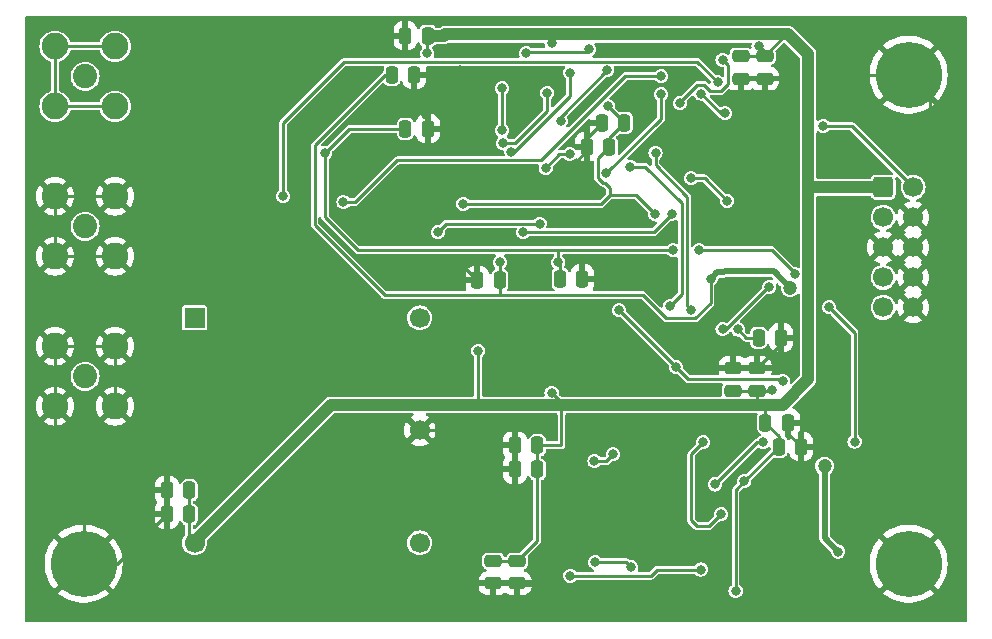
<source format=gbr>
%TF.GenerationSoftware,KiCad,Pcbnew,8.0.7*%
%TF.CreationDate,2024-12-25T18:39:50+01:00*%
%TF.ProjectId,33120a,33333132-3061-42e6-9b69-6361645f7063,rev?*%
%TF.SameCoordinates,Original*%
%TF.FileFunction,Copper,L2,Bot*%
%TF.FilePolarity,Positive*%
%FSLAX46Y46*%
G04 Gerber Fmt 4.6, Leading zero omitted, Abs format (unit mm)*
G04 Created by KiCad (PCBNEW 8.0.7) date 2024-12-25 18:39:50*
%MOMM*%
%LPD*%
G01*
G04 APERTURE LIST*
G04 Aperture macros list*
%AMRoundRect*
0 Rectangle with rounded corners*
0 $1 Rounding radius*
0 $2 $3 $4 $5 $6 $7 $8 $9 X,Y pos of 4 corners*
0 Add a 4 corners polygon primitive as box body*
4,1,4,$2,$3,$4,$5,$6,$7,$8,$9,$2,$3,0*
0 Add four circle primitives for the rounded corners*
1,1,$1+$1,$2,$3*
1,1,$1+$1,$4,$5*
1,1,$1+$1,$6,$7*
1,1,$1+$1,$8,$9*
0 Add four rect primitives between the rounded corners*
20,1,$1+$1,$2,$3,$4,$5,0*
20,1,$1+$1,$4,$5,$6,$7,0*
20,1,$1+$1,$6,$7,$8,$9,0*
20,1,$1+$1,$8,$9,$2,$3,0*%
G04 Aperture macros list end*
%TA.AperFunction,ComponentPad*%
%ADD10C,2.050000*%
%TD*%
%TA.AperFunction,ComponentPad*%
%ADD11C,2.250000*%
%TD*%
%TA.AperFunction,ComponentPad*%
%ADD12C,3.600000*%
%TD*%
%TA.AperFunction,ConnectorPad*%
%ADD13C,5.600000*%
%TD*%
%TA.AperFunction,ComponentPad*%
%ADD14R,1.700000X1.700000*%
%TD*%
%TA.AperFunction,ComponentPad*%
%ADD15C,1.700000*%
%TD*%
%TA.AperFunction,ComponentPad*%
%ADD16RoundRect,0.250000X-0.600000X-0.600000X0.600000X-0.600000X0.600000X0.600000X-0.600000X0.600000X0*%
%TD*%
%TA.AperFunction,SMDPad,CuDef*%
%ADD17RoundRect,0.250000X0.250000X0.475000X-0.250000X0.475000X-0.250000X-0.475000X0.250000X-0.475000X0*%
%TD*%
%TA.AperFunction,SMDPad,CuDef*%
%ADD18RoundRect,0.250000X-0.250000X-0.475000X0.250000X-0.475000X0.250000X0.475000X-0.250000X0.475000X0*%
%TD*%
%TA.AperFunction,SMDPad,CuDef*%
%ADD19RoundRect,0.250000X-0.475000X0.250000X-0.475000X-0.250000X0.475000X-0.250000X0.475000X0.250000X0*%
%TD*%
%TA.AperFunction,SMDPad,CuDef*%
%ADD20RoundRect,0.250000X0.475000X-0.250000X0.475000X0.250000X-0.475000X0.250000X-0.475000X-0.250000X0*%
%TD*%
%TA.AperFunction,ViaPad*%
%ADD21C,0.800000*%
%TD*%
%TA.AperFunction,ViaPad*%
%ADD22C,1.200000*%
%TD*%
%TA.AperFunction,Conductor*%
%ADD23C,0.250000*%
%TD*%
%TA.AperFunction,Conductor*%
%ADD24C,0.500000*%
%TD*%
%TA.AperFunction,Conductor*%
%ADD25C,1.000000*%
%TD*%
G04 APERTURE END LIST*
D10*
%TO.P,J2,1,In*%
%TO.N,Net-(J2-In)*%
X96520000Y-99060000D03*
D11*
%TO.P,J2,2,Ext*%
%TO.N,GND*%
X93980000Y-96520000D03*
X93980000Y-101600000D03*
X99060000Y-96520000D03*
X99060000Y-101600000D03*
%TD*%
D12*
%TO.P,H2,1,1*%
%TO.N,GND*%
X166243000Y-86233000D03*
D13*
X166243000Y-86233000D03*
%TD*%
D10*
%TO.P,J1,1,In*%
%TO.N,Net-(J1-In)*%
X96520000Y-86360000D03*
D11*
%TO.P,J1,2,Ext*%
%TO.N,Net-(CR108-A2)*%
X93980000Y-83820000D03*
X93980000Y-88900000D03*
X99060000Y-83820000D03*
X99060000Y-88900000D03*
%TD*%
D12*
%TO.P,H1,1,1*%
%TO.N,GND*%
X166243000Y-127635000D03*
D13*
X166243000Y-127635000D03*
%TD*%
D12*
%TO.P,H3,1,1*%
%TO.N,GND*%
X96393000Y-127635000D03*
D13*
X96393000Y-127635000D03*
%TD*%
D14*
%TO.P,U110,1,Uref*%
%TO.N,unconnected-(U110-Uref-Pad1)*%
X105791000Y-106807000D03*
D15*
%TO.P,U110,2,Us*%
%TO.N,VCC*%
X105791000Y-125857000D03*
%TO.P,U110,3,RF*%
%TO.N,Net-(U110-RF)*%
X124841000Y-125857000D03*
%TO.P,U110,4,GND*%
%TO.N,GND*%
X124841000Y-116332000D03*
%TO.P,U110,5,Uin*%
%TO.N,Net-(U110-Uin)*%
X124841000Y-106807000D03*
%TD*%
D16*
%TO.P,CBL1,1,Pin_1*%
%TO.N,VCC*%
X164084000Y-95758000D03*
D15*
%TO.P,CBL1,2,Pin_2*%
%TO.N,Net-(CBL1-Pin_2)*%
X166624000Y-95758000D03*
%TO.P,CBL1,3,Pin_3*%
%TO.N,Net-(CBL1-Pin_3)*%
X164084000Y-98298000D03*
%TO.P,CBL1,4,Pin_4*%
%TO.N,GND*%
X166624000Y-98298000D03*
%TO.P,CBL1,5,Pin_5*%
X164084000Y-100838000D03*
%TO.P,CBL1,6,Pin_6*%
X166624000Y-100838000D03*
%TO.P,CBL1,7,Pin_7*%
%TO.N,Net-(CBL1-Pin_7)*%
X164084000Y-103378000D03*
%TO.P,CBL1,8,Pin_8*%
%TO.N,GND*%
X166624000Y-103378000D03*
%TO.P,CBL1,9,Pin_9*%
%TO.N,Net-(CBL1-Pin_9)*%
X164084000Y-105918000D03*
%TO.P,CBL1,10,Pin_10*%
%TO.N,GND*%
X166624000Y-105918000D03*
%TD*%
D10*
%TO.P,P2,1,In*%
%TO.N,Net-(P2-In)*%
X96520000Y-111760000D03*
D11*
%TO.P,P2,2,Ext*%
%TO.N,GND*%
X93980000Y-109220000D03*
X93980000Y-114300000D03*
X99060000Y-109220000D03*
X99060000Y-114300000D03*
%TD*%
D17*
%TO.P,C129,1*%
%TO.N,VCC*%
X134808000Y-119634000D03*
%TO.P,C129,2*%
%TO.N,GND*%
X132908000Y-119634000D03*
%TD*%
D18*
%TO.P,C131,1*%
%TO.N,VCC*%
X154117000Y-115697000D03*
%TO.P,C131,2*%
%TO.N,GND*%
X156017000Y-115697000D03*
%TD*%
D19*
%TO.P,C130,1*%
%TO.N,VCC*%
X152019000Y-84648000D03*
%TO.P,C130,2*%
%TO.N,GND*%
X152019000Y-86548000D03*
%TD*%
D17*
%TO.P,C115,1*%
%TO.N,VCC*%
X142174000Y-90297000D03*
%TO.P,C115,2*%
%TO.N,GND*%
X140274000Y-90297000D03*
%TD*%
D18*
%TO.P,C124,1*%
%TO.N,VCC*%
X155260000Y-117729000D03*
%TO.P,C124,2*%
%TO.N,GND*%
X157160000Y-117729000D03*
%TD*%
D17*
%TO.P,C110,1*%
%TO.N,GND*%
X155450000Y-108500000D03*
%TO.P,C110,2*%
%TO.N,Net-(C110-Pad2)*%
X153550000Y-108500000D03*
%TD*%
D18*
%TO.P,C120,1*%
%TO.N,-12V*%
X123637000Y-90805000D03*
%TO.P,C120,2*%
%TO.N,GND*%
X125537000Y-90805000D03*
%TD*%
%TO.P,C134,1*%
%TO.N,-12V*%
X136718000Y-103505000D03*
%TO.P,C134,2*%
%TO.N,GND*%
X138618000Y-103505000D03*
%TD*%
D17*
%TO.P,C136,1*%
%TO.N,VCC*%
X105344000Y-121412000D03*
%TO.P,C136,2*%
%TO.N,GND*%
X103444000Y-121412000D03*
%TD*%
D20*
%TO.P,C132,1*%
%TO.N,VCC*%
X151384000Y-112964000D03*
%TO.P,C132,2*%
%TO.N,GND*%
X151384000Y-111064000D03*
%TD*%
D17*
%TO.P,C119,1*%
%TO.N,VCC*%
X125537000Y-82931000D03*
%TO.P,C119,2*%
%TO.N,GND*%
X123637000Y-82931000D03*
%TD*%
%TO.P,C137,1*%
%TO.N,VCC*%
X105344000Y-123444000D03*
%TO.P,C137,2*%
%TO.N,GND*%
X103444000Y-123444000D03*
%TD*%
D18*
%TO.P,C118,1*%
%TO.N,+12V*%
X122494000Y-86233000D03*
%TO.P,C118,2*%
%TO.N,GND*%
X124394000Y-86233000D03*
%TD*%
D19*
%TO.P,C126,1*%
%TO.N,VCC*%
X133096000Y-127381000D03*
%TO.P,C126,2*%
%TO.N,GND*%
X133096000Y-129281000D03*
%TD*%
%TO.P,C117,1*%
%TO.N,VCC*%
X154051000Y-84648000D03*
%TO.P,C117,2*%
%TO.N,GND*%
X154051000Y-86548000D03*
%TD*%
D17*
%TO.P,C133,1*%
%TO.N,+12V*%
X131633000Y-103632000D03*
%TO.P,C133,2*%
%TO.N,GND*%
X129733000Y-103632000D03*
%TD*%
%TO.P,C128,1*%
%TO.N,VCC*%
X140904000Y-92329000D03*
%TO.P,C128,2*%
%TO.N,GND*%
X139004000Y-92329000D03*
%TD*%
D20*
%TO.P,C125,1*%
%TO.N,VCC*%
X153416000Y-112964000D03*
%TO.P,C125,2*%
%TO.N,GND*%
X153416000Y-111064000D03*
%TD*%
D19*
%TO.P,C135,1*%
%TO.N,VCC*%
X131064000Y-127381000D03*
%TO.P,C135,2*%
%TO.N,GND*%
X131064000Y-129281000D03*
%TD*%
D17*
%TO.P,C116,1*%
%TO.N,VCC*%
X134808000Y-117602000D03*
%TO.P,C116,2*%
%TO.N,GND*%
X132908000Y-117602000D03*
%TD*%
D21*
%TO.N,GND*%
X143632347Y-106040347D03*
X145325000Y-107761000D03*
X131191000Y-119507000D03*
X157226000Y-119253000D03*
X103444000Y-123444000D03*
X148844000Y-122936000D03*
X149225000Y-111125000D03*
X144117000Y-84074000D03*
X159385000Y-88646000D03*
X150769942Y-117836448D03*
X125411000Y-89662000D03*
X134366000Y-102616000D03*
X154051000Y-86548000D03*
X167264000Y-113665000D03*
X160311000Y-92964000D03*
X136144000Y-95504000D03*
X144780000Y-103425000D03*
X140231856Y-96098984D03*
X151384000Y-111064000D03*
X167050000Y-119737000D03*
X135128000Y-129413000D03*
X151384000Y-93980000D03*
X128082000Y-94917500D03*
X128298000Y-85852000D03*
X160185500Y-125095000D03*
X127103500Y-101817000D03*
X151511000Y-104244000D03*
X136123983Y-116319834D03*
X134177000Y-95250000D03*
X131445000Y-84201000D03*
X145542000Y-92075000D03*
X112334000Y-89154000D03*
%TO.N,Net-(U107D--)*%
X126388500Y-99568000D03*
X135001000Y-98843000D03*
%TO.N,+12V*%
X131637000Y-102108000D03*
X122494000Y-86233000D03*
D22*
X159131000Y-119380000D03*
X156210000Y-104267000D03*
D21*
X160273000Y-126595000D03*
X149479000Y-103481500D03*
%TO.N,-12V*%
X146304000Y-101092000D03*
X116840000Y-92860500D03*
X159512000Y-105918000D03*
X148521026Y-101092000D03*
X136587000Y-102108000D03*
X161671000Y-117287000D03*
X156634000Y-103124000D03*
%TO.N,VCC*%
X136017000Y-83566000D03*
X152335000Y-120650000D03*
X129794000Y-109601000D03*
X128524000Y-97155000D03*
X151598000Y-129944500D03*
X133096000Y-127381000D03*
X136017000Y-113157000D03*
X140761513Y-88854487D03*
X154117000Y-115697000D03*
X153543000Y-83820000D03*
X154686000Y-112903000D03*
X144780000Y-98044000D03*
X125476000Y-84402000D03*
%TO.N,Net-(U107A--)*%
X147828000Y-94996000D03*
X150876000Y-96901000D03*
X146240500Y-97980500D03*
X133604000Y-99568000D03*
%TO.N,Net-(C127-Pad2)*%
X150495000Y-107761000D03*
X154432000Y-104206500D03*
%TO.N,Net-(CBL1-Pin_2)*%
X159004000Y-90551000D03*
%TO.N,Net-(CR102-A1)*%
X131826000Y-90932000D03*
X131826000Y-87376000D03*
%TO.N,Net-(CR104-Pad1)*%
X137597154Y-86049847D03*
X132588000Y-92747000D03*
%TO.N,Net-(CR106-A1)*%
X131899000Y-92020000D03*
X135636000Y-87757000D03*
X133858000Y-84402000D03*
X139192000Y-84074000D03*
%TO.N,SIGOFF*%
X142695503Y-94023941D03*
X135516347Y-94099653D03*
X146050000Y-105791000D03*
X137541000Y-92964000D03*
%TO.N,Net-(R117-Pad2)*%
X150077000Y-86868000D03*
X113284000Y-96520000D03*
%TO.N,Net-(U107B--)*%
X146558000Y-110998000D03*
X155575000Y-112141000D03*
X141732000Y-106172000D03*
%TO.N,Net-(R126-Pad1)*%
X118397000Y-97028000D03*
X145288000Y-86360000D03*
%TO.N,Net-(R137-Pad1)*%
X139642347Y-118929653D03*
X141224000Y-118364000D03*
%TO.N,Net-(R139-Pad1)*%
X136779000Y-90170000D03*
X140716000Y-85852000D03*
%TO.N,Net-(R140-Pad2)*%
X150495000Y-84963000D03*
X146877000Y-88646000D03*
%TO.N,Net-(U112-S1)*%
X139700000Y-127508000D03*
X142748000Y-127926000D03*
%TO.N,Net-(U112-S0)*%
X137603000Y-128651000D03*
X148648000Y-128119500D03*
%TO.N,Net-(U102-Pad8)*%
X145288000Y-87884000D03*
X140661043Y-94570238D03*
X148653500Y-87820500D03*
X150711378Y-89490589D03*
%TO.N,SIGOFF\u002A*%
X144817000Y-92837000D03*
X147796026Y-106118561D03*
%TO.N,Net-(U105A-D)*%
X148844000Y-117348000D03*
X150368000Y-123444000D03*
%TO.N,Net-(U105A-Q)*%
X153924000Y-117348000D03*
X149855347Y-120908653D03*
%TO.N,Net-(C110-Pad2)*%
X151800653Y-107796653D03*
%TD*%
D23*
%TO.N,GND*%
X95123000Y-121412000D02*
X93980000Y-120269000D01*
X93980000Y-109220000D02*
X99060000Y-109220000D01*
X151511000Y-105719695D02*
X149469695Y-107761000D01*
X139004000Y-91567000D02*
X140274000Y-90297000D01*
X124394000Y-86233000D02*
X127917000Y-86233000D01*
X93980000Y-120269000D02*
X93980000Y-114300000D01*
X132908000Y-119634000D02*
X131318000Y-119634000D01*
X139004000Y-92329000D02*
X139004000Y-91567000D01*
X133228000Y-129413000D02*
X133096000Y-129281000D01*
X143632347Y-106068347D02*
X145325000Y-107761000D01*
X151511000Y-104244000D02*
X151511000Y-105719695D01*
X166243000Y-86233000D02*
X168043000Y-88033000D01*
X131318000Y-119634000D02*
X131191000Y-119507000D01*
X128414500Y-95250000D02*
X134177000Y-95250000D01*
X93980000Y-109220000D02*
X93980000Y-114300000D01*
X131572000Y-116332000D02*
X124841000Y-116332000D01*
X135128000Y-129413000D02*
X133228000Y-129413000D01*
X132969000Y-116319834D02*
X131584166Y-116319834D01*
X96393000Y-122682000D02*
X95123000Y-121412000D01*
X156017000Y-116586000D02*
X157160000Y-117729000D01*
X125537000Y-90805000D02*
X125537000Y-89788000D01*
X167050000Y-119737000D02*
X167050000Y-113879000D01*
X168043000Y-96879000D02*
X166624000Y-98298000D01*
X144700000Y-103505000D02*
X144780000Y-103425000D01*
X132908000Y-119634000D02*
X132908000Y-117602000D01*
X123637000Y-82931000D02*
X118557000Y-82931000D01*
X99060000Y-96520000D02*
X93980000Y-96520000D01*
X99060000Y-114300000D02*
X99060000Y-109220000D01*
X118557000Y-82931000D02*
X112334000Y-89154000D01*
X147447000Y-93980000D02*
X145542000Y-92075000D01*
X155450000Y-109030000D02*
X155450000Y-108500000D01*
X96393000Y-127635000D02*
X99253000Y-127635000D01*
X128082000Y-94917500D02*
X128414500Y-95250000D01*
X167050000Y-113879000D02*
X167264000Y-113665000D01*
X132908000Y-116380834D02*
X132969000Y-116319834D01*
X131584166Y-116319834D02*
X131572000Y-116332000D01*
X154051000Y-86548000D02*
X154051000Y-91313000D01*
X148844000Y-119762390D02*
X150769942Y-117836448D01*
X143632347Y-106040347D02*
X143632347Y-106068347D01*
X154051000Y-91313000D02*
X151384000Y-93980000D01*
X138618000Y-103505000D02*
X144700000Y-103505000D01*
X152019000Y-93345000D02*
X151384000Y-93980000D01*
X128298000Y-86775000D02*
X128298000Y-85852000D01*
X125411000Y-89662000D02*
X128298000Y-86775000D01*
X157160000Y-119187000D02*
X157226000Y-119253000D01*
X152019000Y-86548000D02*
X152019000Y-93345000D01*
X156017000Y-115697000D02*
X156017000Y-116586000D01*
X103444000Y-123444000D02*
X103444000Y-121412000D01*
X151384000Y-111064000D02*
X153416000Y-111064000D01*
X139004000Y-92329000D02*
X139004000Y-92644000D01*
X139004000Y-92644000D02*
X136144000Y-95504000D01*
X149469695Y-107761000D02*
X145325000Y-107761000D01*
X148844000Y-122936000D02*
X148844000Y-119762390D01*
X125537000Y-89788000D02*
X125411000Y-89662000D01*
X129733000Y-103632000D02*
X127918000Y-101817000D01*
X103444000Y-121412000D02*
X95123000Y-121412000D01*
X133096000Y-129281000D02*
X131064000Y-129281000D01*
X127918000Y-101817000D02*
X127103500Y-101817000D01*
X96393000Y-127635000D02*
X96393000Y-122682000D01*
X151384000Y-93980000D02*
X147447000Y-93980000D01*
X132908000Y-117602000D02*
X132908000Y-116380834D01*
X153416000Y-111064000D02*
X155450000Y-109030000D01*
X154051000Y-86548000D02*
X152019000Y-86548000D01*
X149286000Y-111064000D02*
X149225000Y-111125000D01*
X99060000Y-101600000D02*
X93980000Y-101600000D01*
X140231856Y-96098984D02*
X136738984Y-96098984D01*
X99253000Y-127635000D02*
X103444000Y-123444000D01*
X161798000Y-86233000D02*
X159385000Y-88646000D01*
X168043000Y-88033000D02*
X168043000Y-96879000D01*
X166243000Y-86233000D02*
X161798000Y-86233000D01*
X157160000Y-117729000D02*
X157160000Y-119187000D01*
X136123983Y-116319834D02*
X132969000Y-116319834D01*
X127917000Y-86233000D02*
X128298000Y-85852000D01*
X151384000Y-111064000D02*
X149286000Y-111064000D01*
X136738984Y-96098984D02*
X136144000Y-95504000D01*
X93980000Y-96520000D02*
X93980000Y-101600000D01*
%TO.N,Net-(U107D--)*%
X127113500Y-98843000D02*
X126388500Y-99568000D01*
X135001000Y-98843000D02*
X127113500Y-98843000D01*
%TO.N,+12V*%
X121920000Y-104902000D02*
X131699000Y-104902000D01*
X134747000Y-104902000D02*
X143764000Y-104902000D01*
D24*
X149997847Y-102962653D02*
X149479000Y-103481500D01*
X159131000Y-119380000D02*
X159131000Y-125453000D01*
D23*
X131633000Y-103632000D02*
X131633000Y-102112000D01*
X145705561Y-106843561D02*
X148172439Y-106843561D01*
X115951000Y-98933000D02*
X121920000Y-104902000D01*
D24*
X150681082Y-102870000D02*
X150588429Y-102962653D01*
D23*
X131699000Y-104902000D02*
X134747000Y-104902000D01*
X143764000Y-104902000D02*
X145705561Y-106843561D01*
X131633000Y-104836000D02*
X131699000Y-104902000D01*
X149479000Y-105537000D02*
X149479000Y-103481500D01*
X115951000Y-92202000D02*
X115951000Y-98933000D01*
D24*
X154813000Y-102870000D02*
X150681082Y-102870000D01*
D23*
X121920000Y-86233000D02*
X115951000Y-92202000D01*
D24*
X156210000Y-104267000D02*
X154813000Y-102870000D01*
D23*
X148172439Y-106843561D02*
X149479000Y-105537000D01*
X131633000Y-103632000D02*
X131633000Y-104836000D01*
X131638000Y-102109000D02*
X131637000Y-102108000D01*
D24*
X159131000Y-125453000D02*
X160273000Y-126595000D01*
D23*
X122494000Y-86233000D02*
X121920000Y-86233000D01*
D24*
X150588429Y-102962653D02*
X149997847Y-102962653D01*
D23*
X131633000Y-102112000D02*
X131637000Y-102108000D01*
%TO.N,-12V*%
X156634000Y-103040000D02*
X156634000Y-103124000D01*
X136652000Y-101092000D02*
X119634000Y-101092000D01*
X116840000Y-98298000D02*
X116840000Y-92860500D01*
X136718000Y-102239000D02*
X136587000Y-102108000D01*
X136587000Y-102108000D02*
X136587000Y-101157000D01*
X136652000Y-101092000D02*
X146304000Y-101092000D01*
X136587000Y-101157000D02*
X136652000Y-101092000D01*
X154686000Y-101092000D02*
X155956000Y-102362000D01*
X161671000Y-108077000D02*
X161671000Y-117287000D01*
X118895500Y-90805000D02*
X123637000Y-90805000D01*
X116840000Y-92860500D02*
X118895500Y-90805000D01*
X136718000Y-103505000D02*
X136718000Y-102239000D01*
X159512000Y-105918000D02*
X161671000Y-108077000D01*
X148521026Y-101092000D02*
X154686000Y-101092000D01*
X155956000Y-102362000D02*
X156634000Y-103040000D01*
X119634000Y-101092000D02*
X116840000Y-98298000D01*
D25*
%TO.N,VCC*%
X155575000Y-114173000D02*
X154051000Y-114173000D01*
D23*
X139936043Y-93296957D02*
X140904000Y-92329000D01*
X129794000Y-109601000D02*
X129794000Y-114173000D01*
X136779000Y-113919000D02*
X136017000Y-113157000D01*
D25*
X117348000Y-114173000D02*
X105791000Y-125730000D01*
D23*
X136017000Y-83566000D02*
X136017000Y-82804000D01*
X134808000Y-117602000D02*
X134808000Y-119634000D01*
X136779000Y-114300000D02*
X136779000Y-114173000D01*
X153416000Y-112964000D02*
X154625000Y-112964000D01*
X105344000Y-125410000D02*
X105791000Y-125857000D01*
D25*
X136779000Y-114173000D02*
X129794000Y-114173000D01*
D23*
X105344000Y-121412000D02*
X105344000Y-123444000D01*
D25*
X153416000Y-114173000D02*
X136779000Y-114173000D01*
D23*
X152019000Y-84648000D02*
X154051000Y-84648000D01*
X139936043Y-94978043D02*
X139936043Y-93296957D01*
X151598000Y-129944500D02*
X151598000Y-121387000D01*
D25*
X157734000Y-99097000D02*
X157734000Y-84472570D01*
D23*
X154051000Y-84328000D02*
X153543000Y-83820000D01*
X155260000Y-116840000D02*
X155260000Y-117729000D01*
D25*
X156065430Y-82804000D02*
X136017000Y-82804000D01*
D23*
X140761513Y-88854487D02*
X142174000Y-90266974D01*
X136779000Y-114173000D02*
X136779000Y-113919000D01*
X140904000Y-91567000D02*
X142174000Y-90297000D01*
X125476000Y-84402000D02*
X125476000Y-82992000D01*
X125476000Y-82992000D02*
X125537000Y-82931000D01*
D25*
X127000000Y-82804000D02*
X126873000Y-82931000D01*
X157734000Y-112014000D02*
X155575000Y-114173000D01*
D23*
X128524000Y-97155000D02*
X140201145Y-97155000D01*
X154625000Y-112964000D02*
X154686000Y-112903000D01*
X151598000Y-121387000D02*
X152335000Y-120650000D01*
X154051000Y-84648000D02*
X154051000Y-84328000D01*
X140956856Y-96399289D02*
X140956856Y-95798679D01*
X142174000Y-90266974D02*
X142174000Y-90297000D01*
X155256000Y-117729000D02*
X155260000Y-117729000D01*
X140956856Y-96399289D02*
X143135289Y-96399289D01*
X140956856Y-95798679D02*
X140532161Y-95373984D01*
X131064000Y-127381000D02*
X133096000Y-127381000D01*
D25*
X105791000Y-125730000D02*
X105791000Y-125857000D01*
D23*
X136848983Y-117602000D02*
X136848983Y-114369983D01*
X134808000Y-125669000D02*
X133096000Y-127381000D01*
X136848983Y-114369983D02*
X136779000Y-114300000D01*
X154117000Y-115697000D02*
X154117000Y-114239000D01*
X154117000Y-114239000D02*
X154051000Y-114173000D01*
X153416000Y-112964000D02*
X153416000Y-114173000D01*
D25*
X157734000Y-99097000D02*
X157734000Y-112014000D01*
D23*
X140532161Y-95373984D02*
X140331984Y-95373984D01*
X155895000Y-82804000D02*
X156065430Y-82804000D01*
D25*
X164084000Y-95758000D02*
X157734000Y-95758000D01*
D23*
X143135289Y-96399289D02*
X144780000Y-98044000D01*
X151384000Y-112964000D02*
X153416000Y-112964000D01*
X140904000Y-92329000D02*
X140904000Y-91567000D01*
X134808000Y-119634000D02*
X134808000Y-125669000D01*
D25*
X129794000Y-114173000D02*
X117348000Y-114173000D01*
X157734000Y-84472570D02*
X156065430Y-82804000D01*
D23*
X105344000Y-123444000D02*
X105344000Y-125410000D01*
D25*
X126873000Y-82931000D02*
X125537000Y-82931000D01*
D23*
X154051000Y-84648000D02*
X155895000Y-82804000D01*
X140331984Y-95373984D02*
X139936043Y-94978043D01*
D25*
X154051000Y-114173000D02*
X153416000Y-114173000D01*
D23*
X134808000Y-117602000D02*
X136848983Y-117602000D01*
X140201145Y-97155000D02*
X140956856Y-96399289D01*
X152335000Y-120650000D02*
X155256000Y-117729000D01*
X154117000Y-115697000D02*
X155260000Y-116840000D01*
D25*
X136017000Y-82804000D02*
X127000000Y-82804000D01*
D23*
%TO.N,Net-(U107A--)*%
X144653000Y-99568000D02*
X133604000Y-99568000D01*
X148971000Y-94996000D02*
X147828000Y-94996000D01*
X146240500Y-97980500D02*
X144653000Y-99568000D01*
X150876000Y-96901000D02*
X148971000Y-94996000D01*
%TO.N,Net-(C127-Pad2)*%
X150811000Y-107761000D02*
X154365500Y-104206500D01*
X150495000Y-107761000D02*
X150811000Y-107761000D01*
X154365500Y-104206500D02*
X154432000Y-104206500D01*
%TO.N,Net-(CBL1-Pin_2)*%
X166624000Y-95758000D02*
X161417000Y-90551000D01*
X161417000Y-90551000D02*
X159004000Y-90551000D01*
%TO.N,Net-(CR102-A1)*%
X131826000Y-90932000D02*
X131826000Y-87376000D01*
%TO.N,Net-(CR104-Pad1)*%
X137597154Y-86049847D02*
X137597154Y-87993242D01*
X132843396Y-92747000D02*
X132588000Y-92747000D01*
X137597154Y-87993242D02*
X132843396Y-92747000D01*
%TO.N,Net-(CR106-A1)*%
X138975000Y-84291000D02*
X133969000Y-84291000D01*
X131899000Y-92020000D02*
X132934000Y-92020000D01*
X139192000Y-84074000D02*
X138975000Y-84291000D01*
X132934000Y-92020000D02*
X135636000Y-89318000D01*
X133969000Y-84291000D02*
X133858000Y-84402000D01*
X135636000Y-89318000D02*
X135636000Y-87757000D01*
%TO.N,Net-(CR108-A2)*%
X93980000Y-83820000D02*
X93980000Y-88900000D01*
X99060000Y-83820000D02*
X93980000Y-83820000D01*
X93980000Y-88900000D02*
X99060000Y-88900000D01*
%TO.N,SIGOFF*%
X137541000Y-92964000D02*
X136652000Y-92964000D01*
X136652000Y-92964000D02*
X135516347Y-94099653D01*
X147029000Y-104812000D02*
X147029000Y-97118000D01*
X143934941Y-94023941D02*
X142695503Y-94023941D01*
X147029000Y-97118000D02*
X143934941Y-94023941D01*
X146050000Y-105791000D02*
X147029000Y-104812000D01*
%TO.N,Net-(R117-Pad2)*%
X148336000Y-85127000D02*
X118454000Y-85127000D01*
X118454000Y-85127000D02*
X113284000Y-90297000D01*
X150077000Y-86868000D02*
X148336000Y-85127000D01*
X113284000Y-90297000D02*
X113284000Y-96520000D01*
%TO.N,Net-(U107B--)*%
X155448000Y-112014000D02*
X147574000Y-112014000D01*
X147574000Y-112014000D02*
X146558000Y-110998000D01*
X155575000Y-112141000D02*
X155448000Y-112014000D01*
X146558000Y-110998000D02*
X141732000Y-106172000D01*
%TO.N,Net-(R126-Pad1)*%
X118397000Y-97028000D02*
X119380000Y-97028000D01*
X122936000Y-93472000D02*
X135118695Y-93472000D01*
X135118695Y-93472000D02*
X142230695Y-86360000D01*
X142230695Y-86360000D02*
X145288000Y-86360000D01*
X119380000Y-97028000D02*
X122936000Y-93472000D01*
%TO.N,Net-(R137-Pad1)*%
X139642347Y-118929653D02*
X140658347Y-118929653D01*
X140658347Y-118929653D02*
X141224000Y-118364000D01*
%TO.N,Net-(R139-Pad1)*%
X136779000Y-89789000D02*
X140716000Y-85852000D01*
X136779000Y-90170000D02*
X136779000Y-89789000D01*
%TO.N,Net-(R140-Pad2)*%
X148353195Y-87095500D02*
X146877000Y-88571695D01*
X150377305Y-87593000D02*
X149451305Y-87593000D01*
X146877000Y-88571695D02*
X146877000Y-88646000D01*
X150495000Y-84963000D02*
X150969000Y-85437000D01*
X149451305Y-87593000D02*
X148953805Y-87095500D01*
X150969000Y-87001305D02*
X150377305Y-87593000D01*
X148953805Y-87095500D02*
X148353195Y-87095500D01*
X150969000Y-85437000D02*
X150969000Y-87001305D01*
%TO.N,Net-(U112-S1)*%
X142330000Y-127508000D02*
X142748000Y-127926000D01*
X139700000Y-127508000D02*
X142330000Y-127508000D01*
%TO.N,Net-(U112-S0)*%
X137603000Y-128651000D02*
X144399000Y-128651000D01*
X144907000Y-128143000D02*
X148624500Y-128143000D01*
X148624500Y-128143000D02*
X148648000Y-128119500D01*
X144399000Y-128651000D02*
X144907000Y-128143000D01*
%TO.N,Net-(U102-Pad8)*%
X150323589Y-89490589D02*
X148653500Y-87820500D01*
X145288000Y-87884000D02*
X145288000Y-89943281D01*
X150711378Y-89490589D02*
X150323589Y-89490589D01*
X145288000Y-89943281D02*
X140661043Y-94570238D01*
%TO.N,SIGOFF\u002A*%
X147479000Y-105801535D02*
X147796026Y-106118561D01*
X147479000Y-96552000D02*
X147479000Y-105801535D01*
X144817000Y-92837000D02*
X144817000Y-93890000D01*
X144817000Y-93890000D02*
X147479000Y-96552000D01*
%TO.N,Net-(U105A-D)*%
X148844000Y-117348000D02*
X147828000Y-118364000D01*
X148336000Y-124460000D02*
X149352000Y-124460000D01*
X149352000Y-124460000D02*
X150368000Y-123444000D01*
X147828000Y-118364000D02*
X147828000Y-123952000D01*
X147828000Y-123952000D02*
X148336000Y-124460000D01*
%TO.N,Net-(U105A-Q)*%
X153416000Y-117348000D02*
X153924000Y-117348000D01*
X149855347Y-120908653D02*
X153416000Y-117348000D01*
%TO.N,Net-(C110-Pad2)*%
X152504000Y-108500000D02*
X151800653Y-107796653D01*
X153550000Y-108500000D02*
X152504000Y-108500000D01*
%TD*%
%TA.AperFunction,Conductor*%
%TO.N,GND*%
G36*
X145802740Y-101437185D02*
G01*
X145834077Y-101466014D01*
X145872648Y-101516282D01*
X145875718Y-101520282D01*
X146001159Y-101616536D01*
X146147238Y-101677044D01*
X146225619Y-101687363D01*
X146303999Y-101697682D01*
X146304000Y-101697682D01*
X146304001Y-101697682D01*
X146356254Y-101690802D01*
X146460762Y-101677044D01*
X146532049Y-101647515D01*
X146601516Y-101640047D01*
X146663995Y-101671322D01*
X146699648Y-101731410D01*
X146703500Y-101762077D01*
X146703500Y-104625810D01*
X146683815Y-104692849D01*
X146667181Y-104713491D01*
X146221683Y-105158988D01*
X146160360Y-105192473D01*
X146117817Y-105194246D01*
X146050001Y-105185318D01*
X146049999Y-105185318D01*
X145893239Y-105205955D01*
X145893237Y-105205956D01*
X145747160Y-105266463D01*
X145621718Y-105362718D01*
X145525463Y-105488160D01*
X145464956Y-105634237D01*
X145464955Y-105634239D01*
X145444318Y-105790998D01*
X145444318Y-105791002D01*
X145446820Y-105810008D01*
X145436054Y-105879043D01*
X145389674Y-105931298D01*
X145322405Y-105950183D01*
X145255604Y-105929702D01*
X145236200Y-105913873D01*
X143963864Y-104641537D01*
X143963862Y-104641535D01*
X143920539Y-104616522D01*
X143889640Y-104598682D01*
X143848246Y-104587591D01*
X143806853Y-104576500D01*
X143806852Y-104576500D01*
X139603444Y-104576500D01*
X139536405Y-104556815D01*
X139490650Y-104504011D01*
X139480706Y-104434853D01*
X139497906Y-104387403D01*
X139552353Y-104299130D01*
X139552358Y-104299119D01*
X139607505Y-104132697D01*
X139607506Y-104132690D01*
X139617999Y-104029986D01*
X139618000Y-104029973D01*
X139618000Y-103755000D01*
X138742000Y-103755000D01*
X138674961Y-103735315D01*
X138629206Y-103682511D01*
X138618000Y-103631000D01*
X138618000Y-103505000D01*
X138492000Y-103505000D01*
X138424961Y-103485315D01*
X138379206Y-103432511D01*
X138368000Y-103381000D01*
X138368000Y-103255000D01*
X138868000Y-103255000D01*
X139617999Y-103255000D01*
X139617999Y-102980028D01*
X139617998Y-102980013D01*
X139607505Y-102877302D01*
X139552358Y-102710880D01*
X139552356Y-102710875D01*
X139460315Y-102561654D01*
X139336345Y-102437684D01*
X139187124Y-102345643D01*
X139187119Y-102345641D01*
X139020697Y-102290494D01*
X139020690Y-102290493D01*
X138917986Y-102280000D01*
X138868000Y-102280000D01*
X138868000Y-103255000D01*
X138368000Y-103255000D01*
X138368000Y-102280000D01*
X138367999Y-102279999D01*
X138318029Y-102280000D01*
X138318011Y-102280001D01*
X138215302Y-102290494D01*
X138048880Y-102345641D01*
X138048875Y-102345643D01*
X137899654Y-102437684D01*
X137775684Y-102561654D01*
X137683643Y-102710875D01*
X137683641Y-102710880D01*
X137627905Y-102879082D01*
X137588132Y-102936527D01*
X137523617Y-102963350D01*
X137454841Y-102951035D01*
X137403641Y-102903492D01*
X137393158Y-102881033D01*
X137378056Y-102837875D01*
X137370793Y-102817118D01*
X137290150Y-102707850D01*
X137180882Y-102627207D01*
X137157059Y-102618871D01*
X137100283Y-102578148D01*
X137074537Y-102513195D01*
X137087994Y-102444634D01*
X137099636Y-102426348D01*
X137111536Y-102410841D01*
X137172044Y-102264762D01*
X137192682Y-102108000D01*
X137172044Y-101951238D01*
X137111536Y-101805159D01*
X137015282Y-101679718D01*
X136963358Y-101639875D01*
X136922157Y-101583448D01*
X136918002Y-101513701D01*
X136952215Y-101452781D01*
X137013932Y-101420029D01*
X137038846Y-101417500D01*
X145735701Y-101417500D01*
X145802740Y-101437185D01*
G37*
%TD.AperFunction*%
%TA.AperFunction,Conductor*%
G36*
X116481703Y-98300784D02*
G01*
X116519477Y-98359562D01*
X116520263Y-98362361D01*
X116528874Y-98394497D01*
X116536682Y-98423640D01*
X116548962Y-98444908D01*
X116579535Y-98497862D01*
X117975173Y-99893500D01*
X119369194Y-101287520D01*
X119369204Y-101287531D01*
X119373534Y-101291861D01*
X119373535Y-101291862D01*
X119434138Y-101352465D01*
X119471250Y-101373891D01*
X119471252Y-101373893D01*
X119508358Y-101395317D01*
X119508360Y-101395317D01*
X119508361Y-101395318D01*
X119591147Y-101417501D01*
X119591149Y-101417501D01*
X119684449Y-101417501D01*
X119684465Y-101417500D01*
X131185155Y-101417500D01*
X131252194Y-101437185D01*
X131297949Y-101489989D01*
X131307893Y-101559147D01*
X131278868Y-101622703D01*
X131260645Y-101639872D01*
X131250685Y-101647516D01*
X131208718Y-101679718D01*
X131112463Y-101805160D01*
X131051956Y-101951237D01*
X131051955Y-101951239D01*
X131031318Y-102107998D01*
X131031318Y-102108001D01*
X131051955Y-102264760D01*
X131051956Y-102264762D01*
X131110872Y-102406999D01*
X131112464Y-102410841D01*
X131208718Y-102536282D01*
X131209680Y-102537020D01*
X131210288Y-102537852D01*
X131214469Y-102542034D01*
X131213817Y-102542685D01*
X131250888Y-102593444D01*
X131255048Y-102663189D01*
X131220841Y-102724113D01*
X131175164Y-102752441D01*
X131170120Y-102754206D01*
X131170117Y-102754207D01*
X131060850Y-102834850D01*
X130980207Y-102944117D01*
X130957842Y-103008033D01*
X130917120Y-103064808D01*
X130852167Y-103090555D01*
X130783605Y-103077098D01*
X130733203Y-103028711D01*
X130723095Y-103006081D01*
X130667358Y-102837880D01*
X130667356Y-102837875D01*
X130575315Y-102688654D01*
X130451345Y-102564684D01*
X130302124Y-102472643D01*
X130302119Y-102472641D01*
X130135697Y-102417494D01*
X130135690Y-102417493D01*
X130032986Y-102407000D01*
X129983000Y-102407000D01*
X129983000Y-103508000D01*
X129963315Y-103575039D01*
X129910511Y-103620794D01*
X129859000Y-103632000D01*
X129733000Y-103632000D01*
X129733000Y-103758000D01*
X129713315Y-103825039D01*
X129660511Y-103870794D01*
X129609000Y-103882000D01*
X128733001Y-103882000D01*
X128733001Y-104156986D01*
X128743493Y-104259695D01*
X128794459Y-104413495D01*
X128796861Y-104483324D01*
X128761130Y-104543366D01*
X128698609Y-104574559D01*
X128676753Y-104576500D01*
X122106188Y-104576500D01*
X122039149Y-104556815D01*
X122018507Y-104540181D01*
X120585339Y-103107013D01*
X128733000Y-103107013D01*
X128733000Y-103382000D01*
X129483000Y-103382000D01*
X129483000Y-102407000D01*
X129482999Y-102406999D01*
X129433029Y-102407000D01*
X129433011Y-102407001D01*
X129330302Y-102417494D01*
X129163880Y-102472641D01*
X129163875Y-102472643D01*
X129014654Y-102564684D01*
X128890684Y-102688654D01*
X128798643Y-102837875D01*
X128798641Y-102837880D01*
X128743494Y-103004302D01*
X128743493Y-103004309D01*
X128733000Y-103107013D01*
X120585339Y-103107013D01*
X116312819Y-98834492D01*
X116279334Y-98773169D01*
X116276500Y-98746811D01*
X116276500Y-98394497D01*
X116296185Y-98327458D01*
X116348989Y-98281703D01*
X116418147Y-98271759D01*
X116481703Y-98300784D01*
G37*
%TD.AperFunction*%
%TA.AperFunction,Conductor*%
G36*
X136202193Y-101437185D02*
G01*
X136247948Y-101489989D01*
X136257892Y-101559147D01*
X136228867Y-101622703D01*
X136210641Y-101639876D01*
X136158720Y-101679716D01*
X136158719Y-101679717D01*
X136158718Y-101679718D01*
X136095522Y-101762077D01*
X136062463Y-101805160D01*
X136001956Y-101951237D01*
X136001955Y-101951239D01*
X135981318Y-102107998D01*
X135981318Y-102108001D01*
X136001955Y-102264760D01*
X136001956Y-102264762D01*
X136060872Y-102406999D01*
X136062464Y-102410841D01*
X136158718Y-102536282D01*
X136158721Y-102536284D01*
X136161422Y-102539804D01*
X136186616Y-102604973D01*
X136172578Y-102673418D01*
X136150731Y-102702968D01*
X136145853Y-102707845D01*
X136065207Y-102817117D01*
X136065206Y-102817119D01*
X136020353Y-102945298D01*
X136020353Y-102945300D01*
X136017500Y-102975730D01*
X136017500Y-104034269D01*
X136020353Y-104064699D01*
X136020353Y-104064701D01*
X136065206Y-104192880D01*
X136065207Y-104192882D01*
X136145850Y-104302150D01*
X136169882Y-104319886D01*
X136214384Y-104352730D01*
X136256634Y-104408377D01*
X136262093Y-104478034D01*
X136229025Y-104539583D01*
X136167931Y-104573484D01*
X136140750Y-104576500D01*
X132342031Y-104576500D01*
X132274992Y-104556815D01*
X132229237Y-104504011D01*
X132219293Y-104434853D01*
X132242261Y-104378867D01*
X132285790Y-104319886D01*
X132285789Y-104319886D01*
X132285793Y-104319882D01*
X132322297Y-104215560D01*
X132330646Y-104191701D01*
X132330646Y-104191699D01*
X132333500Y-104161269D01*
X132333500Y-103102730D01*
X132330646Y-103072300D01*
X132330646Y-103072298D01*
X132296265Y-102974046D01*
X132285793Y-102944118D01*
X132205150Y-102834850D01*
X132095882Y-102754207D01*
X132087669Y-102749867D01*
X132088326Y-102748622D01*
X132039560Y-102713644D01*
X132013813Y-102648691D01*
X132027270Y-102580129D01*
X132061806Y-102538948D01*
X132065282Y-102536282D01*
X132161536Y-102410841D01*
X132222044Y-102264762D01*
X132242682Y-102108000D01*
X132222044Y-101951238D01*
X132161536Y-101805159D01*
X132065282Y-101679718D01*
X132013357Y-101639874D01*
X131972156Y-101583448D01*
X131968001Y-101513701D01*
X132002214Y-101452781D01*
X132063931Y-101420029D01*
X132088845Y-101417500D01*
X136135154Y-101417500D01*
X136202193Y-101437185D01*
G37*
%TD.AperFunction*%
%TA.AperFunction,Conductor*%
G36*
X166158075Y-101030993D02*
G01*
X166223901Y-101145007D01*
X166316993Y-101238099D01*
X166431007Y-101303925D01*
X166494591Y-101320962D01*
X165862626Y-101952926D01*
X165939031Y-102006426D01*
X165982656Y-102061003D01*
X165989848Y-102130501D01*
X165958326Y-102192856D01*
X165939030Y-102209575D01*
X165862627Y-102263072D01*
X165862626Y-102263073D01*
X166494591Y-102895037D01*
X166431007Y-102912075D01*
X166316993Y-102977901D01*
X166223901Y-103070993D01*
X166158075Y-103185007D01*
X166141037Y-103248590D01*
X165509073Y-102616626D01*
X165509073Y-102616627D01*
X165450400Y-102700421D01*
X165450399Y-102700423D01*
X165350570Y-102914507D01*
X165350567Y-102914514D01*
X165317841Y-103036650D01*
X165281476Y-103096310D01*
X165218629Y-103126839D01*
X165149253Y-103118544D01*
X165095375Y-103074059D01*
X165079406Y-103040553D01*
X165059232Y-102974046D01*
X164961685Y-102791550D01*
X164892995Y-102707850D01*
X164830410Y-102631589D01*
X164686144Y-102513195D01*
X164670450Y-102500315D01*
X164487954Y-102402768D01*
X164421447Y-102382593D01*
X164363009Y-102344296D01*
X164334553Y-102280484D01*
X164345113Y-102211417D01*
X164391337Y-102159023D01*
X164425350Y-102144158D01*
X164547483Y-102111433D01*
X164547492Y-102111429D01*
X164761580Y-102011599D01*
X164845371Y-101952925D01*
X164213408Y-101320962D01*
X164276993Y-101303925D01*
X164391007Y-101238099D01*
X164484099Y-101145007D01*
X164549925Y-101030993D01*
X164566962Y-100967408D01*
X165198925Y-101599371D01*
X165252426Y-101522968D01*
X165307004Y-101479344D01*
X165376502Y-101472152D01*
X165438856Y-101503675D01*
X165455575Y-101522969D01*
X165509073Y-101599372D01*
X166141037Y-100967408D01*
X166158075Y-101030993D01*
G37*
%TD.AperFunction*%
%TA.AperFunction,Conductor*%
G36*
X155790950Y-83524185D02*
G01*
X155811592Y-83540819D01*
X156997181Y-84726407D01*
X157030666Y-84787730D01*
X157033500Y-84814088D01*
X157033500Y-102453922D01*
X157013815Y-102520961D01*
X156961011Y-102566716D01*
X156891853Y-102576660D01*
X156862048Y-102568483D01*
X156790765Y-102538957D01*
X156790760Y-102538955D01*
X156634002Y-102518318D01*
X156625874Y-102518318D01*
X156625874Y-102515209D01*
X156571359Y-102506701D01*
X156536543Y-102482216D01*
X154885864Y-100831537D01*
X154885862Y-100831535D01*
X154822437Y-100794916D01*
X154811640Y-100788682D01*
X154750029Y-100772174D01*
X154728853Y-100766500D01*
X154728852Y-100766500D01*
X149089325Y-100766500D01*
X149022286Y-100746815D01*
X148990949Y-100717986D01*
X148949309Y-100663719D01*
X148924923Y-100645007D01*
X148823867Y-100567464D01*
X148768813Y-100544660D01*
X148677788Y-100506956D01*
X148677786Y-100506955D01*
X148521027Y-100486318D01*
X148521025Y-100486318D01*
X148364265Y-100506955D01*
X148364263Y-100506956D01*
X148218186Y-100567463D01*
X148218185Y-100567464D01*
X148092744Y-100663718D01*
X148092743Y-100663719D01*
X148092742Y-100663720D01*
X148026875Y-100749559D01*
X147970447Y-100790761D01*
X147900701Y-100794916D01*
X147839781Y-100760703D01*
X147807029Y-100698986D01*
X147804500Y-100674072D01*
X147804500Y-96604855D01*
X147804501Y-96604842D01*
X147804501Y-96509149D01*
X147802978Y-96503464D01*
X147782318Y-96426362D01*
X147774180Y-96412266D01*
X147739465Y-96352138D01*
X147678862Y-96291535D01*
X147678861Y-96291534D01*
X147674531Y-96287204D01*
X147674520Y-96287194D01*
X146383325Y-94995998D01*
X147222318Y-94995998D01*
X147222318Y-94996001D01*
X147242955Y-95152760D01*
X147242956Y-95152762D01*
X147303464Y-95298841D01*
X147399718Y-95424282D01*
X147525159Y-95520536D01*
X147671238Y-95581044D01*
X147749619Y-95591363D01*
X147827999Y-95601682D01*
X147828000Y-95601682D01*
X147828001Y-95601682D01*
X147880254Y-95594802D01*
X147984762Y-95581044D01*
X148130841Y-95520536D01*
X148256282Y-95424282D01*
X148297923Y-95370013D01*
X148354351Y-95328811D01*
X148396299Y-95321500D01*
X148784811Y-95321500D01*
X148851850Y-95341185D01*
X148872492Y-95357819D01*
X150243988Y-96729314D01*
X150277473Y-96790637D01*
X150279246Y-96833179D01*
X150270318Y-96900997D01*
X150270318Y-96901001D01*
X150290955Y-97057760D01*
X150290956Y-97057762D01*
X150342861Y-97183073D01*
X150351464Y-97203841D01*
X150447718Y-97329282D01*
X150573159Y-97425536D01*
X150719238Y-97486044D01*
X150797619Y-97496363D01*
X150875999Y-97506682D01*
X150876000Y-97506682D01*
X150876001Y-97506682D01*
X150928254Y-97499802D01*
X151032762Y-97486044D01*
X151178841Y-97425536D01*
X151304282Y-97329282D01*
X151400536Y-97203841D01*
X151461044Y-97057762D01*
X151481682Y-96901000D01*
X151471446Y-96823253D01*
X151467293Y-96791702D01*
X151461044Y-96744238D01*
X151400536Y-96598159D01*
X151304282Y-96472718D01*
X151178841Y-96376464D01*
X151146908Y-96363237D01*
X151032762Y-96315956D01*
X151032760Y-96315955D01*
X150876001Y-96295318D01*
X150875997Y-96295318D01*
X150808179Y-96304246D01*
X150739144Y-96293480D01*
X150704314Y-96268988D01*
X149955862Y-95520536D01*
X149170862Y-94735535D01*
X149127246Y-94710353D01*
X149096640Y-94692682D01*
X149055246Y-94681591D01*
X149013853Y-94670500D01*
X149013852Y-94670500D01*
X148396299Y-94670500D01*
X148329260Y-94650815D01*
X148297923Y-94621986D01*
X148256283Y-94567719D01*
X148256282Y-94567718D01*
X148130841Y-94471464D01*
X148084384Y-94452221D01*
X147984762Y-94410956D01*
X147984760Y-94410955D01*
X147828001Y-94390318D01*
X147827999Y-94390318D01*
X147671239Y-94410955D01*
X147671237Y-94410956D01*
X147525160Y-94471463D01*
X147399718Y-94567718D01*
X147303463Y-94693160D01*
X147242956Y-94839237D01*
X147242955Y-94839239D01*
X147222318Y-94995998D01*
X146383325Y-94995998D01*
X145178819Y-93791492D01*
X145145334Y-93730169D01*
X145142500Y-93703811D01*
X145142500Y-93405298D01*
X145162185Y-93338259D01*
X145191010Y-93306925D01*
X145245282Y-93265282D01*
X145341536Y-93139841D01*
X145402044Y-92993762D01*
X145422682Y-92837000D01*
X145410833Y-92747001D01*
X145402044Y-92680239D01*
X145402044Y-92680238D01*
X145341536Y-92534159D01*
X145245282Y-92408718D01*
X145119841Y-92312464D01*
X145044143Y-92281109D01*
X144973762Y-92251956D01*
X144973760Y-92251955D01*
X144817001Y-92231318D01*
X144816999Y-92231318D01*
X144660239Y-92251955D01*
X144660237Y-92251956D01*
X144514160Y-92312463D01*
X144388718Y-92408718D01*
X144292463Y-92534160D01*
X144231956Y-92680237D01*
X144231955Y-92680239D01*
X144211318Y-92836998D01*
X144211318Y-92837001D01*
X144231955Y-92993760D01*
X144231956Y-92993762D01*
X144292464Y-93139841D01*
X144388718Y-93265282D01*
X144442987Y-93306924D01*
X144484189Y-93363349D01*
X144491500Y-93405298D01*
X144491500Y-93820811D01*
X144471815Y-93887850D01*
X144419011Y-93933605D01*
X144349853Y-93943549D01*
X144286297Y-93914524D01*
X144279819Y-93908492D01*
X144134805Y-93763478D01*
X144134803Y-93763476D01*
X144097691Y-93742049D01*
X144060581Y-93720623D01*
X144019187Y-93709532D01*
X143977794Y-93698441D01*
X143977793Y-93698441D01*
X143263802Y-93698441D01*
X143196763Y-93678756D01*
X143165426Y-93649927D01*
X143123786Y-93595660D01*
X143069491Y-93553998D01*
X142998344Y-93499405D01*
X142996656Y-93498706D01*
X142852265Y-93438897D01*
X142852263Y-93438896D01*
X142695504Y-93418259D01*
X142695501Y-93418259D01*
X142571509Y-93434582D01*
X142502474Y-93423816D01*
X142450219Y-93377436D01*
X142431334Y-93310167D01*
X142451815Y-93243366D01*
X142467638Y-93223968D01*
X145548465Y-90143143D01*
X145560257Y-90122719D01*
X145575526Y-90096273D01*
X145575526Y-90096271D01*
X145586071Y-90078007D01*
X145591318Y-90068919D01*
X145613500Y-89986134D01*
X145613500Y-88452298D01*
X145633185Y-88385259D01*
X145662010Y-88353925D01*
X145716282Y-88312282D01*
X145812536Y-88186841D01*
X145873044Y-88040762D01*
X145892060Y-87896318D01*
X145893682Y-87884001D01*
X145893682Y-87883998D01*
X145873044Y-87727239D01*
X145873044Y-87727238D01*
X145812536Y-87581159D01*
X145716282Y-87455718D01*
X145590841Y-87359464D01*
X145444762Y-87298956D01*
X145444760Y-87298955D01*
X145288001Y-87278318D01*
X145287999Y-87278318D01*
X145131239Y-87298955D01*
X145131237Y-87298956D01*
X144985160Y-87359463D01*
X144859718Y-87455718D01*
X144763463Y-87581160D01*
X144702956Y-87727237D01*
X144702955Y-87727239D01*
X144682318Y-87883998D01*
X144682318Y-87884001D01*
X144702955Y-88040760D01*
X144702956Y-88040762D01*
X144737160Y-88123339D01*
X144763464Y-88186841D01*
X144859718Y-88312282D01*
X144913987Y-88353924D01*
X144955189Y-88410349D01*
X144962500Y-88452298D01*
X144962500Y-89757091D01*
X144942815Y-89824130D01*
X144926181Y-89844772D01*
X141815868Y-92955085D01*
X141754545Y-92988570D01*
X141684853Y-92983586D01*
X141628920Y-92941714D01*
X141604503Y-92876250D01*
X141604671Y-92861176D01*
X141604365Y-92861162D01*
X141604500Y-92858276D01*
X141604500Y-91799730D01*
X141601646Y-91769300D01*
X141601646Y-91769298D01*
X141568006Y-91673163D01*
X141556793Y-91641118D01*
X141506955Y-91573590D01*
X141482986Y-91507966D01*
X141498301Y-91439795D01*
X141519042Y-91412283D01*
X141689668Y-91241657D01*
X141750989Y-91208174D01*
X141818302Y-91212299D01*
X141839298Y-91219645D01*
X141839300Y-91219646D01*
X141869730Y-91222500D01*
X141869734Y-91222500D01*
X142478270Y-91222500D01*
X142508699Y-91219646D01*
X142508701Y-91219646D01*
X142572790Y-91197219D01*
X142636882Y-91174793D01*
X142746150Y-91094150D01*
X142826793Y-90984882D01*
X142852009Y-90912819D01*
X142871646Y-90856701D01*
X142871646Y-90856699D01*
X142874500Y-90826269D01*
X142874500Y-89767730D01*
X142871646Y-89737300D01*
X142871646Y-89737298D01*
X142826793Y-89609119D01*
X142826792Y-89609117D01*
X142812047Y-89589138D01*
X142746150Y-89499850D01*
X142636882Y-89419207D01*
X142636880Y-89419206D01*
X142508700Y-89374353D01*
X142478270Y-89371500D01*
X142478266Y-89371500D01*
X141869734Y-89371500D01*
X141869730Y-89371500D01*
X141839305Y-89374353D01*
X141831930Y-89375964D01*
X141831583Y-89374378D01*
X141770752Y-89377476D01*
X141711910Y-89344557D01*
X141393524Y-89026171D01*
X141360039Y-88964848D01*
X141358266Y-88922303D01*
X141360473Y-88905545D01*
X141367195Y-88854487D01*
X141346557Y-88697725D01*
X141286049Y-88551646D01*
X141189795Y-88426205D01*
X141064354Y-88329951D01*
X140993066Y-88300422D01*
X140938664Y-88256582D01*
X140916599Y-88190288D01*
X140933878Y-88122588D01*
X140952835Y-88098185D01*
X142329203Y-86721819D01*
X142390526Y-86688334D01*
X142416884Y-86685500D01*
X144719701Y-86685500D01*
X144786740Y-86705185D01*
X144818077Y-86734014D01*
X144859424Y-86787900D01*
X144859718Y-86788282D01*
X144985159Y-86884536D01*
X145131238Y-86945044D01*
X145209619Y-86955363D01*
X145287999Y-86965682D01*
X145288000Y-86965682D01*
X145288001Y-86965682D01*
X145342918Y-86958452D01*
X145444762Y-86945044D01*
X145590841Y-86884536D01*
X145716282Y-86788282D01*
X145812536Y-86662841D01*
X145873044Y-86516762D01*
X145893682Y-86360000D01*
X145892719Y-86352688D01*
X145878939Y-86248013D01*
X145873044Y-86203238D01*
X145812536Y-86057159D01*
X145716282Y-85931718D01*
X145590841Y-85835464D01*
X145576814Y-85829654D01*
X145444762Y-85774956D01*
X145444760Y-85774955D01*
X145288001Y-85754318D01*
X145287999Y-85754318D01*
X145131239Y-85774955D01*
X145131237Y-85774956D01*
X144985160Y-85835463D01*
X144859716Y-85931719D01*
X144818077Y-85985986D01*
X144761649Y-86027189D01*
X144719701Y-86034500D01*
X142187842Y-86034500D01*
X142105054Y-86056682D01*
X142030833Y-86099535D01*
X142030830Y-86099537D01*
X137473872Y-90656495D01*
X137412549Y-90689980D01*
X137342857Y-90684996D01*
X137286924Y-90643124D01*
X137262507Y-90577660D01*
X137277359Y-90509387D01*
X137287810Y-90493334D01*
X137303536Y-90472841D01*
X137364044Y-90326762D01*
X137380273Y-90203492D01*
X137384682Y-90170001D01*
X137384682Y-90169998D01*
X137366814Y-90034280D01*
X137364044Y-90013238D01*
X137324956Y-89918871D01*
X137303538Y-89867163D01*
X137299474Y-89860124D01*
X137302351Y-89858462D01*
X137282729Y-89807715D01*
X137296762Y-89739269D01*
X137318614Y-89709711D01*
X140544315Y-86484009D01*
X140605636Y-86450526D01*
X140648180Y-86448753D01*
X140715999Y-86457682D01*
X140716000Y-86457682D01*
X140716001Y-86457682D01*
X140768254Y-86450802D01*
X140872762Y-86437044D01*
X141018841Y-86376536D01*
X141144282Y-86280282D01*
X141240536Y-86154841D01*
X141301044Y-86008762D01*
X141321682Y-85852000D01*
X141301044Y-85695238D01*
X141291094Y-85671218D01*
X141271517Y-85623952D01*
X141264048Y-85554483D01*
X141295324Y-85492004D01*
X141355413Y-85456352D01*
X141386078Y-85452500D01*
X148149811Y-85452500D01*
X148216850Y-85472185D01*
X148237492Y-85488819D01*
X149444988Y-86696314D01*
X149478473Y-86757637D01*
X149480246Y-86800181D01*
X149471018Y-86870271D01*
X149442751Y-86934167D01*
X149384426Y-86972638D01*
X149314562Y-86973469D01*
X149260398Y-86941766D01*
X149153669Y-86835037D01*
X149153667Y-86835035D01*
X149093299Y-86800181D01*
X149079445Y-86792182D01*
X149036737Y-86780739D01*
X148996658Y-86770000D01*
X148396048Y-86770000D01*
X148310342Y-86770000D01*
X148227554Y-86792182D01*
X148153333Y-86835035D01*
X148153330Y-86835037D01*
X146983023Y-88005343D01*
X146921700Y-88038828D01*
X146879168Y-88040603D01*
X146877002Y-88040318D01*
X146876998Y-88040318D01*
X146720239Y-88060955D01*
X146720237Y-88060956D01*
X146574160Y-88121463D01*
X146448718Y-88217718D01*
X146352463Y-88343160D01*
X146291956Y-88489237D01*
X146291955Y-88489239D01*
X146271318Y-88645998D01*
X146271318Y-88646001D01*
X146291955Y-88802760D01*
X146291956Y-88802762D01*
X146341471Y-88922303D01*
X146352464Y-88948841D01*
X146448718Y-89074282D01*
X146574159Y-89170536D01*
X146720238Y-89231044D01*
X146798619Y-89241363D01*
X146876999Y-89251682D01*
X146877000Y-89251682D01*
X146877001Y-89251682D01*
X146929254Y-89244802D01*
X147033762Y-89231044D01*
X147179841Y-89170536D01*
X147305282Y-89074282D01*
X147401536Y-88948841D01*
X147462044Y-88802762D01*
X147482682Y-88646000D01*
X147465109Y-88512519D01*
X147475875Y-88443484D01*
X147500364Y-88408656D01*
X147897196Y-88011824D01*
X147958517Y-87978341D01*
X148028209Y-87983325D01*
X148084142Y-88025197D01*
X148099436Y-88052054D01*
X148128186Y-88121464D01*
X148128964Y-88123341D01*
X148225218Y-88248782D01*
X148350659Y-88345036D01*
X148496738Y-88405544D01*
X148525048Y-88409271D01*
X148653499Y-88426182D01*
X148653500Y-88426182D01*
X148653501Y-88426182D01*
X148689208Y-88421480D01*
X148721318Y-88417253D01*
X148790353Y-88428018D01*
X148825185Y-88452511D01*
X150058783Y-89686109D01*
X150058793Y-89686120D01*
X150063123Y-89690450D01*
X150063124Y-89690451D01*
X150123727Y-89751054D01*
X150123729Y-89751055D01*
X150123730Y-89751056D01*
X150138172Y-89759394D01*
X150152611Y-89767730D01*
X150152615Y-89767732D01*
X150152618Y-89767735D01*
X150152619Y-89767735D01*
X150157304Y-89770440D01*
X150193677Y-89802339D01*
X150263797Y-89893720D01*
X150283096Y-89918871D01*
X150408537Y-90015125D01*
X150554616Y-90075633D01*
X150632997Y-90085952D01*
X150711377Y-90096271D01*
X150711378Y-90096271D01*
X150711379Y-90096271D01*
X150763632Y-90089391D01*
X150868140Y-90075633D01*
X151014219Y-90015125D01*
X151139660Y-89918871D01*
X151235914Y-89793430D01*
X151296422Y-89647351D01*
X151317060Y-89490589D01*
X151307662Y-89419207D01*
X151296422Y-89333828D01*
X151296422Y-89333827D01*
X151235914Y-89187748D01*
X151139660Y-89062307D01*
X151014219Y-88966053D01*
X150959812Y-88943517D01*
X150868140Y-88905545D01*
X150868138Y-88905544D01*
X150711379Y-88884907D01*
X150711377Y-88884907D01*
X150554617Y-88905544D01*
X150554615Y-88905545D01*
X150408534Y-88966054D01*
X150401497Y-88970117D01*
X150400528Y-88968439D01*
X150345212Y-88989810D01*
X150276771Y-88975755D01*
X150247244Y-88953918D01*
X149423507Y-88130181D01*
X149390022Y-88068858D01*
X149395006Y-87999166D01*
X149436878Y-87943233D01*
X149502342Y-87918816D01*
X149511188Y-87918500D01*
X150420156Y-87918500D01*
X150420158Y-87918500D01*
X150502944Y-87896318D01*
X150577167Y-87853465D01*
X150984471Y-87446160D01*
X151045790Y-87412678D01*
X151115481Y-87417662D01*
X151137245Y-87428305D01*
X151224875Y-87482356D01*
X151224880Y-87482358D01*
X151391302Y-87537505D01*
X151391309Y-87537506D01*
X151494019Y-87547999D01*
X151768999Y-87547999D01*
X152269000Y-87547999D01*
X152543972Y-87547999D01*
X152543986Y-87547998D01*
X152646697Y-87537505D01*
X152813119Y-87482358D01*
X152813124Y-87482356D01*
X152968491Y-87386525D01*
X152969955Y-87388898D01*
X153022858Y-87367543D01*
X153091503Y-87380568D01*
X153101299Y-87386864D01*
X153101509Y-87386525D01*
X153256875Y-87482356D01*
X153256880Y-87482358D01*
X153423302Y-87537505D01*
X153423309Y-87537506D01*
X153526019Y-87547999D01*
X153800999Y-87547999D01*
X154301000Y-87547999D01*
X154575972Y-87547999D01*
X154575986Y-87547998D01*
X154678697Y-87537505D01*
X154845119Y-87482358D01*
X154845124Y-87482356D01*
X154994345Y-87390315D01*
X155118315Y-87266345D01*
X155210356Y-87117124D01*
X155210358Y-87117119D01*
X155265505Y-86950697D01*
X155265506Y-86950690D01*
X155275999Y-86847986D01*
X155276000Y-86847973D01*
X155276000Y-86798000D01*
X154301000Y-86798000D01*
X154301000Y-87547999D01*
X153800999Y-87547999D01*
X153801000Y-87547998D01*
X153801000Y-86798000D01*
X152269000Y-86798000D01*
X152269000Y-87547999D01*
X151768999Y-87547999D01*
X151769000Y-87547998D01*
X151769000Y-86672000D01*
X151788685Y-86604961D01*
X151841489Y-86559206D01*
X151893000Y-86548000D01*
X152019000Y-86548000D01*
X152019000Y-86422000D01*
X152038685Y-86354961D01*
X152091489Y-86309206D01*
X152143000Y-86298000D01*
X155275999Y-86298000D01*
X155275999Y-86248028D01*
X155275998Y-86248013D01*
X155265505Y-86145302D01*
X155210358Y-85978880D01*
X155210356Y-85978875D01*
X155118315Y-85829654D01*
X154994345Y-85705684D01*
X154845124Y-85613643D01*
X154845119Y-85613641D01*
X154676917Y-85557905D01*
X154619472Y-85518133D01*
X154592649Y-85453617D01*
X154604964Y-85384841D01*
X154652507Y-85333641D01*
X154674966Y-85323158D01*
X154708680Y-85311361D01*
X154738882Y-85300793D01*
X154848150Y-85220150D01*
X154928793Y-85110882D01*
X154951500Y-85045989D01*
X154973646Y-84982701D01*
X154973646Y-84982699D01*
X154976500Y-84952269D01*
X154976500Y-84343730D01*
X154973646Y-84313300D01*
X154973645Y-84313298D01*
X154966299Y-84292302D01*
X154962737Y-84222523D01*
X154995657Y-84163668D01*
X155618507Y-83540819D01*
X155679830Y-83507334D01*
X155706188Y-83504500D01*
X155723911Y-83504500D01*
X155790950Y-83524185D01*
G37*
%TD.AperFunction*%
%TA.AperFunction,Conductor*%
G36*
X137114192Y-85472185D02*
G01*
X137159947Y-85524989D01*
X137169891Y-85594147D01*
X137145529Y-85651986D01*
X137072618Y-85747004D01*
X137012110Y-85893084D01*
X137012109Y-85893086D01*
X136991472Y-86049845D01*
X136991472Y-86049848D01*
X137012109Y-86206607D01*
X137012110Y-86206609D01*
X137046635Y-86289961D01*
X137072618Y-86352688D01*
X137168872Y-86478129D01*
X137223141Y-86519771D01*
X137264343Y-86576196D01*
X137271654Y-86618145D01*
X137271654Y-87807053D01*
X137251969Y-87874092D01*
X137235335Y-87894734D01*
X136173181Y-88956888D01*
X136111858Y-88990373D01*
X136042166Y-88985389D01*
X135986233Y-88943517D01*
X135961816Y-88878053D01*
X135961500Y-88869207D01*
X135961500Y-88325298D01*
X135981185Y-88258259D01*
X136010010Y-88226925D01*
X136064282Y-88185282D01*
X136160536Y-88059841D01*
X136221044Y-87913762D01*
X136241682Y-87757000D01*
X136221044Y-87600238D01*
X136160536Y-87454159D01*
X136064282Y-87328718D01*
X135938841Y-87232464D01*
X135906908Y-87219237D01*
X135792762Y-87171956D01*
X135792760Y-87171955D01*
X135636001Y-87151318D01*
X135635999Y-87151318D01*
X135479239Y-87171955D01*
X135479237Y-87171956D01*
X135333160Y-87232463D01*
X135207718Y-87328718D01*
X135111463Y-87454160D01*
X135050956Y-87600237D01*
X135050955Y-87600239D01*
X135030318Y-87756998D01*
X135030318Y-87757001D01*
X135050955Y-87913760D01*
X135050956Y-87913762D01*
X135108238Y-88052054D01*
X135111464Y-88059841D01*
X135207718Y-88185282D01*
X135261987Y-88226924D01*
X135303189Y-88283349D01*
X135310500Y-88325298D01*
X135310500Y-89131811D01*
X135290815Y-89198850D01*
X135274181Y-89219492D01*
X132835492Y-91658181D01*
X132774169Y-91691666D01*
X132747811Y-91694500D01*
X132467299Y-91694500D01*
X132400260Y-91674815D01*
X132368923Y-91645986D01*
X132327282Y-91591718D01*
X132317689Y-91584357D01*
X132267199Y-91545614D01*
X132225997Y-91489186D01*
X132221842Y-91419440D01*
X132250528Y-91367645D01*
X132249334Y-91366729D01*
X132254279Y-91360284D01*
X132254282Y-91360282D01*
X132350536Y-91234841D01*
X132411044Y-91088762D01*
X132431682Y-90932000D01*
X132430762Y-90925014D01*
X132417198Y-90821986D01*
X132411044Y-90775238D01*
X132350536Y-90629159D01*
X132254282Y-90503718D01*
X132254280Y-90503716D01*
X132254279Y-90503715D01*
X132200012Y-90462074D01*
X132158810Y-90405646D01*
X132151500Y-90363699D01*
X132151500Y-87944298D01*
X132171185Y-87877259D01*
X132200010Y-87845925D01*
X132254282Y-87804282D01*
X132350536Y-87678841D01*
X132411044Y-87532762D01*
X132426853Y-87412678D01*
X132431682Y-87376001D01*
X132431682Y-87375998D01*
X132411044Y-87219239D01*
X132411044Y-87219238D01*
X132350536Y-87073159D01*
X132254282Y-86947718D01*
X132128841Y-86851464D01*
X132120444Y-86847986D01*
X131982762Y-86790956D01*
X131982760Y-86790955D01*
X131826001Y-86770318D01*
X131825999Y-86770318D01*
X131669239Y-86790955D01*
X131669237Y-86790956D01*
X131523160Y-86851463D01*
X131397718Y-86947718D01*
X131301463Y-87073160D01*
X131240956Y-87219237D01*
X131240955Y-87219239D01*
X131220318Y-87375998D01*
X131220318Y-87376001D01*
X131240955Y-87532760D01*
X131240956Y-87532762D01*
X131289385Y-87649681D01*
X131301464Y-87678841D01*
X131397718Y-87804282D01*
X131451987Y-87845924D01*
X131493189Y-87902349D01*
X131500500Y-87944298D01*
X131500500Y-90363699D01*
X131480815Y-90430738D01*
X131451988Y-90462074D01*
X131397720Y-90503715D01*
X131301463Y-90629160D01*
X131240956Y-90775237D01*
X131240955Y-90775239D01*
X131220318Y-90931998D01*
X131220318Y-90932001D01*
X131240955Y-91088760D01*
X131240956Y-91088762D01*
X131295169Y-91219645D01*
X131301464Y-91234841D01*
X131397718Y-91360282D01*
X131426365Y-91382264D01*
X131457800Y-91406385D01*
X131499002Y-91462813D01*
X131503157Y-91532559D01*
X131474474Y-91584357D01*
X131475666Y-91585271D01*
X131470720Y-91591716D01*
X131470718Y-91591718D01*
X131406956Y-91674815D01*
X131374463Y-91717160D01*
X131313956Y-91863237D01*
X131313955Y-91863239D01*
X131293318Y-92019998D01*
X131293318Y-92020001D01*
X131313955Y-92176760D01*
X131313956Y-92176762D01*
X131360270Y-92288575D01*
X131374464Y-92322841D01*
X131470718Y-92448282D01*
X131596159Y-92544536D01*
X131742238Y-92605044D01*
X131797953Y-92612379D01*
X131874503Y-92622457D01*
X131938400Y-92650723D01*
X131976871Y-92709048D01*
X131982318Y-92745396D01*
X131982318Y-92747001D01*
X132002955Y-92903760D01*
X132002957Y-92903765D01*
X132032483Y-92975048D01*
X132039952Y-93044517D01*
X132008676Y-93106996D01*
X131948587Y-93142648D01*
X131917922Y-93146500D01*
X122893147Y-93146500D01*
X122810362Y-93168682D01*
X122810359Y-93168683D01*
X122738696Y-93210058D01*
X122738693Y-93210060D01*
X122736135Y-93211536D01*
X119281492Y-96666181D01*
X119220169Y-96699666D01*
X119193811Y-96702500D01*
X118965299Y-96702500D01*
X118898260Y-96682815D01*
X118866923Y-96653986D01*
X118825283Y-96599719D01*
X118825282Y-96599718D01*
X118699841Y-96503464D01*
X118591288Y-96458500D01*
X118553762Y-96442956D01*
X118553760Y-96442955D01*
X118397001Y-96422318D01*
X118396999Y-96422318D01*
X118240239Y-96442955D01*
X118240237Y-96442956D01*
X118094160Y-96503463D01*
X117968718Y-96599718D01*
X117872463Y-96725160D01*
X117811956Y-96871237D01*
X117811955Y-96871239D01*
X117791318Y-97027998D01*
X117791318Y-97028001D01*
X117811955Y-97184760D01*
X117811956Y-97184762D01*
X117850506Y-97277831D01*
X117872464Y-97330841D01*
X117968718Y-97456282D01*
X118094159Y-97552536D01*
X118240238Y-97613044D01*
X118296295Y-97620424D01*
X118396999Y-97633682D01*
X118397000Y-97633682D01*
X118397001Y-97633682D01*
X118449254Y-97626802D01*
X118553762Y-97613044D01*
X118699841Y-97552536D01*
X118825282Y-97456282D01*
X118866923Y-97402013D01*
X118923351Y-97360811D01*
X118965299Y-97353500D01*
X119422851Y-97353500D01*
X119422853Y-97353500D01*
X119505639Y-97331318D01*
X119579862Y-97288465D01*
X123034508Y-93833819D01*
X123095831Y-93800334D01*
X123122189Y-93797500D01*
X134809050Y-93797500D01*
X134876089Y-93817185D01*
X134921844Y-93869989D01*
X134931989Y-93937686D01*
X134931304Y-93942888D01*
X134931303Y-93942891D01*
X134917768Y-94045702D01*
X134910665Y-94099653D01*
X134910665Y-94099654D01*
X134931302Y-94256413D01*
X134931303Y-94256415D01*
X134986767Y-94390318D01*
X134991811Y-94402494D01*
X135088065Y-94527935D01*
X135213506Y-94624189D01*
X135359585Y-94684697D01*
X135423861Y-94693159D01*
X135516346Y-94705335D01*
X135516347Y-94705335D01*
X135516348Y-94705335D01*
X135568601Y-94698455D01*
X135673109Y-94684697D01*
X135819188Y-94624189D01*
X135944629Y-94527935D01*
X136040883Y-94402494D01*
X136101391Y-94256415D01*
X136122029Y-94099653D01*
X136113100Y-94031834D01*
X136123865Y-93962799D01*
X136148355Y-93927970D01*
X136750508Y-93325819D01*
X136811831Y-93292334D01*
X136838189Y-93289500D01*
X136972701Y-93289500D01*
X137039740Y-93309185D01*
X137071077Y-93338014D01*
X137093816Y-93367649D01*
X137112718Y-93392282D01*
X137238159Y-93488536D01*
X137384238Y-93549044D01*
X137462619Y-93559363D01*
X137540999Y-93569682D01*
X137541000Y-93569682D01*
X137541001Y-93569682D01*
X137593254Y-93562802D01*
X137697762Y-93549044D01*
X137843841Y-93488536D01*
X137969282Y-93392282D01*
X138018817Y-93327726D01*
X138075242Y-93286525D01*
X138144988Y-93282370D01*
X138204872Y-93315533D01*
X138285654Y-93396315D01*
X138434875Y-93488356D01*
X138434880Y-93488358D01*
X138601302Y-93543505D01*
X138601309Y-93543506D01*
X138704019Y-93553999D01*
X138753999Y-93553998D01*
X138754000Y-93553998D01*
X138754000Y-92579000D01*
X138063644Y-92579000D01*
X137996605Y-92559315D01*
X137976074Y-92540427D01*
X137975034Y-92541469D01*
X137969288Y-92535724D01*
X137969284Y-92535721D01*
X137969282Y-92535718D01*
X137843841Y-92439464D01*
X137813313Y-92426819D01*
X137697762Y-92378956D01*
X137697760Y-92378955D01*
X137541001Y-92358318D01*
X137540999Y-92358318D01*
X137384239Y-92378955D01*
X137384237Y-92378956D01*
X137238160Y-92439463D01*
X137112716Y-92535719D01*
X137071077Y-92589986D01*
X137014649Y-92631189D01*
X136972701Y-92638500D01*
X136711883Y-92638500D01*
X136644844Y-92618815D01*
X136599089Y-92566011D01*
X136589145Y-92496853D01*
X136618170Y-92433297D01*
X136624202Y-92426819D01*
X137247008Y-91804013D01*
X138004000Y-91804013D01*
X138004000Y-92079000D01*
X138754000Y-92079000D01*
X138754000Y-91104000D01*
X138753999Y-91103999D01*
X138704029Y-91104000D01*
X138704011Y-91104001D01*
X138601302Y-91114494D01*
X138434880Y-91169641D01*
X138434875Y-91169643D01*
X138285654Y-91261684D01*
X138161684Y-91385654D01*
X138069643Y-91534875D01*
X138069641Y-91534880D01*
X138014494Y-91701302D01*
X138014493Y-91701309D01*
X138004000Y-91804013D01*
X137247008Y-91804013D01*
X137842847Y-91208174D01*
X139062321Y-89988699D01*
X139123642Y-89955216D01*
X139193334Y-89960200D01*
X139249267Y-90002072D01*
X139261280Y-90034280D01*
X139274000Y-90047000D01*
X140150000Y-90047000D01*
X140217039Y-90066685D01*
X140262794Y-90119489D01*
X140274000Y-90171000D01*
X140274000Y-90423000D01*
X140254315Y-90490039D01*
X140201511Y-90535794D01*
X140150000Y-90547000D01*
X139274001Y-90547000D01*
X139274001Y-90821986D01*
X139284494Y-90924698D01*
X139297473Y-90963867D01*
X139299874Y-91033695D01*
X139267449Y-91090550D01*
X139254000Y-91103999D01*
X139254000Y-93553999D01*
X139303972Y-93553999D01*
X139303986Y-93553998D01*
X139406695Y-93543506D01*
X139447538Y-93529972D01*
X139517367Y-93527570D01*
X139577409Y-93563302D01*
X139608602Y-93625822D01*
X139610543Y-93647678D01*
X139610543Y-94935190D01*
X139610543Y-95020896D01*
X139618827Y-95051814D01*
X139632725Y-95103683D01*
X139637787Y-95112450D01*
X139675578Y-95177905D01*
X140132122Y-95634449D01*
X140206345Y-95677302D01*
X140289131Y-95699484D01*
X140345972Y-95699484D01*
X140413011Y-95719169D01*
X140433653Y-95735803D01*
X140595037Y-95897187D01*
X140628522Y-95958510D01*
X140631356Y-95984868D01*
X140631356Y-96213100D01*
X140611671Y-96280139D01*
X140595037Y-96300781D01*
X140102637Y-96793181D01*
X140041314Y-96826666D01*
X140014956Y-96829500D01*
X129092299Y-96829500D01*
X129025260Y-96809815D01*
X128993923Y-96780986D01*
X128952283Y-96726719D01*
X128952282Y-96726718D01*
X128826841Y-96630464D01*
X128748852Y-96598160D01*
X128680762Y-96569956D01*
X128680760Y-96569955D01*
X128524001Y-96549318D01*
X128523999Y-96549318D01*
X128367239Y-96569955D01*
X128367237Y-96569956D01*
X128221160Y-96630463D01*
X128095718Y-96726718D01*
X127999463Y-96852160D01*
X127938956Y-96998237D01*
X127938955Y-96998239D01*
X127918318Y-97154998D01*
X127918318Y-97155001D01*
X127938955Y-97311760D01*
X127938956Y-97311762D01*
X127998686Y-97455964D01*
X127999464Y-97457841D01*
X128095718Y-97583282D01*
X128221159Y-97679536D01*
X128367238Y-97740044D01*
X128445619Y-97750363D01*
X128523999Y-97760682D01*
X128524000Y-97760682D01*
X128524001Y-97760682D01*
X128576254Y-97753802D01*
X128680762Y-97740044D01*
X128826841Y-97679536D01*
X128952282Y-97583282D01*
X128993923Y-97529013D01*
X129050351Y-97487811D01*
X129092299Y-97480500D01*
X140243996Y-97480500D01*
X140243998Y-97480500D01*
X140326784Y-97458318D01*
X140401007Y-97415465D01*
X141055363Y-96761107D01*
X141116686Y-96727623D01*
X141143044Y-96724789D01*
X142949100Y-96724789D01*
X143016139Y-96744474D01*
X143036781Y-96761108D01*
X144147988Y-97872314D01*
X144181473Y-97933637D01*
X144183246Y-97976179D01*
X144174318Y-98043997D01*
X144174318Y-98044001D01*
X144194955Y-98200760D01*
X144194956Y-98200762D01*
X144236386Y-98300784D01*
X144255464Y-98346841D01*
X144351718Y-98472282D01*
X144477159Y-98568536D01*
X144623238Y-98629044D01*
X144780000Y-98649682D01*
X144799006Y-98647179D01*
X144868037Y-98657943D01*
X144920295Y-98704321D01*
X144939182Y-98771589D01*
X144918704Y-98838390D01*
X144902872Y-98857799D01*
X144554492Y-99206181D01*
X144493169Y-99239666D01*
X144466811Y-99242500D01*
X135671078Y-99242500D01*
X135604039Y-99222815D01*
X135558284Y-99170011D01*
X135548340Y-99100853D01*
X135556517Y-99071048D01*
X135570434Y-99037446D01*
X135586044Y-98999762D01*
X135606682Y-98843000D01*
X135600780Y-98798173D01*
X135588113Y-98701954D01*
X135586044Y-98686238D01*
X135525536Y-98540159D01*
X135429282Y-98414718D01*
X135303841Y-98318464D01*
X135157762Y-98257956D01*
X135157760Y-98257955D01*
X135001001Y-98237318D01*
X135000999Y-98237318D01*
X134844239Y-98257955D01*
X134844237Y-98257956D01*
X134698160Y-98318463D01*
X134572716Y-98414719D01*
X134531077Y-98468986D01*
X134474649Y-98510189D01*
X134432701Y-98517500D01*
X127156353Y-98517500D01*
X127070647Y-98517500D01*
X126987861Y-98539682D01*
X126987860Y-98539682D01*
X126987858Y-98539683D01*
X126955328Y-98558465D01*
X126955326Y-98558466D01*
X126943069Y-98565543D01*
X126913639Y-98582534D01*
X126913636Y-98582536D01*
X126853033Y-98643140D01*
X126560184Y-98935988D01*
X126498861Y-98969473D01*
X126456318Y-98971246D01*
X126388501Y-98962318D01*
X126388499Y-98962318D01*
X126231739Y-98982955D01*
X126231737Y-98982956D01*
X126085660Y-99043463D01*
X125960218Y-99139718D01*
X125863963Y-99265160D01*
X125803456Y-99411237D01*
X125803455Y-99411239D01*
X125782818Y-99567998D01*
X125782818Y-99568001D01*
X125803455Y-99724760D01*
X125803456Y-99724762D01*
X125863964Y-99870841D01*
X125960218Y-99996282D01*
X126085659Y-100092536D01*
X126231738Y-100153044D01*
X126287795Y-100160424D01*
X126388499Y-100173682D01*
X126388500Y-100173682D01*
X126388501Y-100173682D01*
X126440754Y-100166802D01*
X126545262Y-100153044D01*
X126691341Y-100092536D01*
X126816782Y-99996282D01*
X126913036Y-99870841D01*
X126973544Y-99724762D01*
X126994182Y-99568000D01*
X126993730Y-99564570D01*
X126985253Y-99500181D01*
X126996018Y-99431146D01*
X127020511Y-99396314D01*
X127212007Y-99204819D01*
X127273330Y-99171334D01*
X127299688Y-99168500D01*
X132933922Y-99168500D01*
X133000961Y-99188185D01*
X133046716Y-99240989D01*
X133056660Y-99310147D01*
X133048483Y-99339952D01*
X133018957Y-99411234D01*
X133018955Y-99411239D01*
X132998318Y-99567998D01*
X132998318Y-99568001D01*
X133018955Y-99724760D01*
X133018956Y-99724762D01*
X133079464Y-99870841D01*
X133175718Y-99996282D01*
X133301159Y-100092536D01*
X133447238Y-100153044D01*
X133503295Y-100160424D01*
X133603999Y-100173682D01*
X133604000Y-100173682D01*
X133604001Y-100173682D01*
X133656254Y-100166802D01*
X133760762Y-100153044D01*
X133906841Y-100092536D01*
X134032282Y-99996282D01*
X134073923Y-99942013D01*
X134130351Y-99900811D01*
X134172299Y-99893500D01*
X144695851Y-99893500D01*
X144695853Y-99893500D01*
X144778639Y-99871318D01*
X144852862Y-99828465D01*
X146068816Y-98612509D01*
X146130137Y-98579026D01*
X146172681Y-98577253D01*
X146240499Y-98586182D01*
X146240500Y-98586182D01*
X146240501Y-98586182D01*
X146292754Y-98579302D01*
X146397262Y-98565544D01*
X146532047Y-98509713D01*
X146601517Y-98502245D01*
X146663996Y-98533520D01*
X146699648Y-98593609D01*
X146703500Y-98624275D01*
X146703500Y-100421922D01*
X146683815Y-100488961D01*
X146631011Y-100534716D01*
X146561853Y-100544660D01*
X146532048Y-100536483D01*
X146460765Y-100506957D01*
X146460760Y-100506955D01*
X146304001Y-100486318D01*
X146303999Y-100486318D01*
X146147239Y-100506955D01*
X146147237Y-100506956D01*
X146001160Y-100567463D01*
X145875716Y-100663719D01*
X145834077Y-100717986D01*
X145777649Y-100759189D01*
X145735701Y-100766500D01*
X119820188Y-100766500D01*
X119753149Y-100746815D01*
X119732507Y-100730181D01*
X117201819Y-98199492D01*
X117168334Y-98138169D01*
X117165500Y-98111811D01*
X117165500Y-93428798D01*
X117185185Y-93361759D01*
X117214010Y-93330425D01*
X117268282Y-93288782D01*
X117364536Y-93163341D01*
X117425044Y-93017262D01*
X117439986Y-92903765D01*
X117445682Y-92860501D01*
X117445682Y-92860499D01*
X117436753Y-92792681D01*
X117447518Y-92723646D01*
X117472008Y-92688817D01*
X118994008Y-91166819D01*
X119055331Y-91133334D01*
X119081689Y-91130500D01*
X122812500Y-91130500D01*
X122879539Y-91150185D01*
X122925294Y-91202989D01*
X122936500Y-91254500D01*
X122936500Y-91334269D01*
X122939353Y-91364699D01*
X122939353Y-91364701D01*
X122984206Y-91492880D01*
X122984207Y-91492882D01*
X123064850Y-91602150D01*
X123174118Y-91682793D01*
X123199476Y-91691666D01*
X123302299Y-91727646D01*
X123332730Y-91730500D01*
X123332734Y-91730500D01*
X123941270Y-91730500D01*
X123971699Y-91727646D01*
X123971701Y-91727646D01*
X124046986Y-91701302D01*
X124099882Y-91682793D01*
X124209150Y-91602150D01*
X124289793Y-91492882D01*
X124312158Y-91428964D01*
X124352877Y-91372192D01*
X124417830Y-91346444D01*
X124486392Y-91359900D01*
X124536795Y-91408287D01*
X124546904Y-91430917D01*
X124602642Y-91599121D01*
X124602643Y-91599124D01*
X124694684Y-91748345D01*
X124818654Y-91872315D01*
X124967875Y-91964356D01*
X124967880Y-91964358D01*
X125134302Y-92019505D01*
X125134309Y-92019506D01*
X125237019Y-92029999D01*
X125787000Y-92029999D01*
X125836972Y-92029999D01*
X125836986Y-92029998D01*
X125939697Y-92019505D01*
X126106119Y-91964358D01*
X126106124Y-91964356D01*
X126255345Y-91872315D01*
X126379315Y-91748345D01*
X126471356Y-91599124D01*
X126471358Y-91599119D01*
X126526505Y-91432697D01*
X126526506Y-91432690D01*
X126536999Y-91329986D01*
X126537000Y-91329973D01*
X126537000Y-91055000D01*
X125787000Y-91055000D01*
X125787000Y-92029999D01*
X125237019Y-92029999D01*
X125286999Y-92029998D01*
X125287000Y-92029998D01*
X125287000Y-90555000D01*
X125787000Y-90555000D01*
X126536999Y-90555000D01*
X126536999Y-90280028D01*
X126536998Y-90280013D01*
X126526505Y-90177302D01*
X126471358Y-90010880D01*
X126471356Y-90010875D01*
X126379315Y-89861654D01*
X126255345Y-89737684D01*
X126106124Y-89645643D01*
X126106119Y-89645641D01*
X125939697Y-89590494D01*
X125939690Y-89590493D01*
X125836986Y-89580000D01*
X125787000Y-89580000D01*
X125787000Y-90555000D01*
X125287000Y-90555000D01*
X125287000Y-89580000D01*
X125286999Y-89579999D01*
X125237029Y-89580000D01*
X125237011Y-89580001D01*
X125134302Y-89590494D01*
X124967880Y-89645641D01*
X124967875Y-89645643D01*
X124818654Y-89737684D01*
X124694684Y-89861654D01*
X124602643Y-90010875D01*
X124602641Y-90010880D01*
X124546905Y-90179082D01*
X124507132Y-90236527D01*
X124442617Y-90263350D01*
X124373841Y-90251035D01*
X124322641Y-90203492D01*
X124312158Y-90181033D01*
X124298900Y-90143144D01*
X124289793Y-90117118D01*
X124209150Y-90007850D01*
X124099882Y-89927207D01*
X124099880Y-89927206D01*
X123971700Y-89882353D01*
X123941270Y-89879500D01*
X123941266Y-89879500D01*
X123332734Y-89879500D01*
X123332730Y-89879500D01*
X123302300Y-89882353D01*
X123302298Y-89882353D01*
X123174119Y-89927206D01*
X123174117Y-89927207D01*
X123064850Y-90007850D01*
X122984207Y-90117117D01*
X122984206Y-90117119D01*
X122939353Y-90245298D01*
X122939353Y-90245300D01*
X122936500Y-90275730D01*
X122936500Y-90355500D01*
X122916815Y-90422539D01*
X122864011Y-90468294D01*
X122812500Y-90479500D01*
X118852647Y-90479500D01*
X118769859Y-90501682D01*
X118695638Y-90544535D01*
X118695635Y-90544537D01*
X117011683Y-92228488D01*
X116950360Y-92261973D01*
X116907817Y-92263746D01*
X116840001Y-92254818D01*
X116839999Y-92254818D01*
X116683239Y-92275455D01*
X116683238Y-92275456D01*
X116669590Y-92281109D01*
X116600120Y-92288575D01*
X116537642Y-92257298D01*
X116501992Y-92197208D01*
X116504488Y-92127383D01*
X116534458Y-92078867D01*
X121676150Y-86937174D01*
X121737471Y-86903691D01*
X121807163Y-86908675D01*
X121863096Y-86950547D01*
X121863599Y-86951223D01*
X121879404Y-86972638D01*
X121921850Y-87030150D01*
X122031118Y-87110793D01*
X122073845Y-87125744D01*
X122159299Y-87155646D01*
X122189730Y-87158500D01*
X122189734Y-87158500D01*
X122798270Y-87158500D01*
X122828699Y-87155646D01*
X122828701Y-87155646D01*
X122892790Y-87133219D01*
X122956882Y-87110793D01*
X123066150Y-87030150D01*
X123146793Y-86920882D01*
X123169158Y-86856964D01*
X123209877Y-86800192D01*
X123274830Y-86774444D01*
X123343392Y-86787900D01*
X123393795Y-86836287D01*
X123403904Y-86858917D01*
X123459642Y-87027121D01*
X123459643Y-87027124D01*
X123551684Y-87176345D01*
X123675654Y-87300315D01*
X123824875Y-87392356D01*
X123824880Y-87392358D01*
X123991302Y-87447505D01*
X123991309Y-87447506D01*
X124094019Y-87457999D01*
X124644000Y-87457999D01*
X124693972Y-87457999D01*
X124693986Y-87457998D01*
X124796697Y-87447505D01*
X124963119Y-87392358D01*
X124963124Y-87392356D01*
X125112345Y-87300315D01*
X125236315Y-87176345D01*
X125328356Y-87027124D01*
X125328358Y-87027119D01*
X125383505Y-86860697D01*
X125383506Y-86860690D01*
X125393999Y-86757986D01*
X125394000Y-86757973D01*
X125394000Y-86483000D01*
X124644000Y-86483000D01*
X124644000Y-87457999D01*
X124094019Y-87457999D01*
X124143999Y-87457998D01*
X124144000Y-87457998D01*
X124144000Y-86357000D01*
X124163685Y-86289961D01*
X124216489Y-86244206D01*
X124268000Y-86233000D01*
X124394000Y-86233000D01*
X124394000Y-86107000D01*
X124413685Y-86039961D01*
X124466489Y-85994206D01*
X124518000Y-85983000D01*
X125393999Y-85983000D01*
X125393999Y-85708028D01*
X125393998Y-85708013D01*
X125383505Y-85605295D01*
X125382896Y-85602449D01*
X125383030Y-85600650D01*
X125382818Y-85598569D01*
X125383189Y-85598531D01*
X125388115Y-85532775D01*
X125430175Y-85476983D01*
X125495721Y-85452787D01*
X125504150Y-85452500D01*
X137047153Y-85452500D01*
X137114192Y-85472185D01*
G37*
%TD.AperFunction*%
%TA.AperFunction,Conductor*%
G36*
X166158075Y-98490993D02*
G01*
X166223901Y-98605007D01*
X166316993Y-98698099D01*
X166431007Y-98763925D01*
X166494591Y-98780962D01*
X165862626Y-99412926D01*
X165939031Y-99466426D01*
X165982656Y-99521003D01*
X165989848Y-99590501D01*
X165958326Y-99652856D01*
X165939030Y-99669575D01*
X165862627Y-99723072D01*
X165862626Y-99723073D01*
X166494591Y-100355037D01*
X166431007Y-100372075D01*
X166316993Y-100437901D01*
X166223901Y-100530993D01*
X166158075Y-100645007D01*
X166141037Y-100708590D01*
X165509073Y-100076626D01*
X165509073Y-100076627D01*
X165455575Y-100153031D01*
X165400999Y-100196656D01*
X165331500Y-100203850D01*
X165269145Y-100172327D01*
X165252425Y-100153032D01*
X165198925Y-100076626D01*
X164566962Y-100708590D01*
X164549925Y-100645007D01*
X164484099Y-100530993D01*
X164391007Y-100437901D01*
X164276993Y-100372075D01*
X164213409Y-100355037D01*
X164845372Y-99723073D01*
X164761576Y-99664398D01*
X164547492Y-99564570D01*
X164547486Y-99564567D01*
X164425349Y-99531841D01*
X164365689Y-99495476D01*
X164335160Y-99432629D01*
X164343455Y-99363253D01*
X164387940Y-99309375D01*
X164421444Y-99293407D01*
X164487954Y-99273232D01*
X164670450Y-99175685D01*
X164830410Y-99044410D01*
X164961685Y-98884450D01*
X165059232Y-98701954D01*
X165079406Y-98635446D01*
X165117702Y-98577010D01*
X165181514Y-98548553D01*
X165250581Y-98559112D01*
X165302975Y-98605336D01*
X165317841Y-98639349D01*
X165350567Y-98761486D01*
X165350570Y-98761492D01*
X165450398Y-98975576D01*
X165509073Y-99059372D01*
X166141037Y-98427408D01*
X166158075Y-98490993D01*
G37*
%TD.AperFunction*%
%TA.AperFunction,Conductor*%
G36*
X161297850Y-90896185D02*
G01*
X161318492Y-90912819D01*
X164918823Y-94513150D01*
X164952308Y-94574473D01*
X164947324Y-94644165D01*
X164905452Y-94700098D01*
X164839988Y-94724515D01*
X164790188Y-94717873D01*
X164768698Y-94710353D01*
X164738270Y-94707500D01*
X164738266Y-94707500D01*
X163429734Y-94707500D01*
X163429730Y-94707500D01*
X163399300Y-94710353D01*
X163399298Y-94710353D01*
X163271119Y-94755206D01*
X163271117Y-94755207D01*
X163161850Y-94835850D01*
X163097401Y-94923176D01*
X163081207Y-94945118D01*
X163070940Y-94974456D01*
X163030221Y-95031230D01*
X162965269Y-95056978D01*
X162953901Y-95057500D01*
X158558500Y-95057500D01*
X158491461Y-95037815D01*
X158445706Y-94985011D01*
X158434500Y-94933500D01*
X158434500Y-91122368D01*
X158454185Y-91055329D01*
X158506989Y-91009574D01*
X158576147Y-90999630D01*
X158633987Y-91023993D01*
X158701157Y-91075535D01*
X158701158Y-91075535D01*
X158701159Y-91075536D01*
X158847238Y-91136044D01*
X158925619Y-91146363D01*
X159003999Y-91156682D01*
X159004000Y-91156682D01*
X159004001Y-91156682D01*
X159056254Y-91149802D01*
X159160762Y-91136044D01*
X159306841Y-91075536D01*
X159432282Y-90979282D01*
X159473923Y-90925013D01*
X159530351Y-90883811D01*
X159572299Y-90876500D01*
X161230811Y-90876500D01*
X161297850Y-90896185D01*
G37*
%TD.AperFunction*%
%TA.AperFunction,Conductor*%
G36*
X152905929Y-83524185D02*
G01*
X152951684Y-83576989D01*
X152961628Y-83646147D01*
X152958665Y-83660592D01*
X152957956Y-83663237D01*
X152937318Y-83819998D01*
X152937318Y-83820001D01*
X152949602Y-83913310D01*
X152938836Y-83982345D01*
X152892456Y-84034601D01*
X152825187Y-84053486D01*
X152758387Y-84033005D01*
X152753030Y-84029265D01*
X152706886Y-83995209D01*
X152706880Y-83995206D01*
X152578700Y-83950353D01*
X152548270Y-83947500D01*
X152548266Y-83947500D01*
X151489734Y-83947500D01*
X151489730Y-83947500D01*
X151459300Y-83950353D01*
X151459298Y-83950353D01*
X151331119Y-83995206D01*
X151331117Y-83995207D01*
X151252152Y-84053486D01*
X151221850Y-84075850D01*
X151141207Y-84185118D01*
X151130407Y-84215981D01*
X151096353Y-84313298D01*
X151096353Y-84313300D01*
X151093500Y-84343730D01*
X151093500Y-84413884D01*
X151073815Y-84480923D01*
X151021011Y-84526678D01*
X150951853Y-84536622D01*
X150894014Y-84512260D01*
X150797842Y-84438464D01*
X150651762Y-84377956D01*
X150651760Y-84377955D01*
X150495001Y-84357318D01*
X150494999Y-84357318D01*
X150338239Y-84377955D01*
X150338237Y-84377956D01*
X150192160Y-84438463D01*
X150066718Y-84534718D01*
X149970463Y-84660160D01*
X149909956Y-84806237D01*
X149909955Y-84806239D01*
X149889318Y-84962998D01*
X149889318Y-84963001D01*
X149909955Y-85119760D01*
X149909956Y-85119762D01*
X149915501Y-85133150D01*
X149970464Y-85265841D01*
X150066718Y-85391282D01*
X150192159Y-85487536D01*
X150338238Y-85548044D01*
X150495000Y-85568682D01*
X150503313Y-85567587D01*
X150572346Y-85578351D01*
X150624603Y-85624729D01*
X150643500Y-85690526D01*
X150643500Y-86294329D01*
X150623815Y-86361368D01*
X150571011Y-86407123D01*
X150501853Y-86417067D01*
X150444014Y-86392705D01*
X150379842Y-86343464D01*
X150233762Y-86282956D01*
X150233760Y-86282955D01*
X150077001Y-86262318D01*
X150076997Y-86262318D01*
X150009179Y-86271246D01*
X149940144Y-86260480D01*
X149905314Y-86235988D01*
X149241153Y-85571827D01*
X148535862Y-84866535D01*
X148488638Y-84839270D01*
X148461640Y-84823682D01*
X148420246Y-84812591D01*
X148378853Y-84801500D01*
X148378852Y-84801500D01*
X139595625Y-84801500D01*
X139528586Y-84781815D01*
X139482831Y-84729011D01*
X139472887Y-84659853D01*
X139501912Y-84596297D01*
X139520139Y-84579124D01*
X139620282Y-84502282D01*
X139716536Y-84376841D01*
X139777044Y-84230762D01*
X139794370Y-84099157D01*
X139797682Y-84074001D01*
X139797682Y-84073998D01*
X139777044Y-83917239D01*
X139777044Y-83917238D01*
X139716536Y-83771159D01*
X139716535Y-83771158D01*
X139716535Y-83771157D01*
X139664993Y-83703987D01*
X139639798Y-83638818D01*
X139653836Y-83570373D01*
X139702650Y-83520383D01*
X139763368Y-83504500D01*
X152838890Y-83504500D01*
X152905929Y-83524185D01*
G37*
%TD.AperFunction*%
%TA.AperFunction,Conductor*%
G36*
X135361515Y-83524185D02*
G01*
X135407270Y-83576989D01*
X135417415Y-83612314D01*
X135431956Y-83722761D01*
X135431957Y-83722765D01*
X135461483Y-83794048D01*
X135468952Y-83863517D01*
X135437676Y-83925996D01*
X135377587Y-83961648D01*
X135346922Y-83965500D01*
X134317664Y-83965500D01*
X134250625Y-83945815D01*
X134242178Y-83939876D01*
X134160841Y-83877464D01*
X134160838Y-83877462D01*
X134160837Y-83877462D01*
X134014762Y-83816956D01*
X134014760Y-83816955D01*
X133858001Y-83796318D01*
X133857999Y-83796318D01*
X133701239Y-83816955D01*
X133701237Y-83816956D01*
X133555160Y-83877463D01*
X133429718Y-83973718D01*
X133333463Y-84099160D01*
X133272956Y-84245237D01*
X133272955Y-84245239D01*
X133252318Y-84401998D01*
X133252318Y-84402001D01*
X133272955Y-84558760D01*
X133272957Y-84558765D01*
X133302483Y-84630048D01*
X133309952Y-84699517D01*
X133278676Y-84761996D01*
X133218587Y-84797648D01*
X133187922Y-84801500D01*
X126146078Y-84801500D01*
X126079039Y-84781815D01*
X126033284Y-84729011D01*
X126023340Y-84659853D01*
X126031517Y-84630048D01*
X126045496Y-84596297D01*
X126061044Y-84558762D01*
X126076882Y-84438463D01*
X126081682Y-84402001D01*
X126081682Y-84401998D01*
X126061044Y-84245239D01*
X126061044Y-84245238D01*
X126000536Y-84099159D01*
X126000535Y-84099158D01*
X126000535Y-84099157D01*
X125949774Y-84033005D01*
X125929059Y-84006008D01*
X125903865Y-83940841D01*
X125917903Y-83872396D01*
X125966717Y-83822406D01*
X125986473Y-83813484D01*
X125999882Y-83808793D01*
X126109150Y-83728150D01*
X126143308Y-83681866D01*
X126198956Y-83639616D01*
X126243079Y-83631500D01*
X126941996Y-83631500D01*
X127038447Y-83612314D01*
X127077328Y-83604580D01*
X127204811Y-83551775D01*
X127244287Y-83525397D01*
X127310963Y-83504520D01*
X127313178Y-83504500D01*
X135294476Y-83504500D01*
X135361515Y-83524185D01*
G37*
%TD.AperFunction*%
%TA.AperFunction,Conductor*%
G36*
X171139039Y-81299685D02*
G01*
X171184794Y-81352489D01*
X171196000Y-81404000D01*
X171196000Y-132464000D01*
X171176315Y-132531039D01*
X171123511Y-132576794D01*
X171072000Y-132588000D01*
X91564000Y-132588000D01*
X91496961Y-132568315D01*
X91451206Y-132515511D01*
X91440000Y-132464000D01*
X91440000Y-127634997D01*
X93088153Y-127634997D01*
X93088153Y-127635002D01*
X93107526Y-127992314D01*
X93107527Y-127992331D01*
X93165415Y-128345431D01*
X93165421Y-128345457D01*
X93261147Y-128690232D01*
X93261149Y-128690239D01*
X93393597Y-129022659D01*
X93393606Y-129022677D01*
X93561218Y-129338827D01*
X93762033Y-129635007D01*
X93889441Y-129785003D01*
X93889442Y-129785004D01*
X95098748Y-128575698D01*
X95172588Y-128677330D01*
X95350670Y-128855412D01*
X95452300Y-128929251D01*
X94240255Y-130141295D01*
X94240256Y-130141296D01*
X94253485Y-130153828D01*
X94253486Y-130153829D01*
X94538367Y-130370388D01*
X94538370Y-130370390D01*
X94844990Y-130554876D01*
X95169739Y-130705122D01*
X95169744Y-130705123D01*
X95508855Y-130819383D01*
X95858339Y-130896311D01*
X96214075Y-130934999D01*
X96214085Y-130935000D01*
X96571915Y-130935000D01*
X96571924Y-130934999D01*
X96927660Y-130896311D01*
X97277144Y-130819383D01*
X97616255Y-130705123D01*
X97616260Y-130705122D01*
X97941009Y-130554876D01*
X98247629Y-130370390D01*
X98247632Y-130370388D01*
X98532504Y-130153836D01*
X98545742Y-130141294D01*
X97333698Y-128929251D01*
X97435330Y-128855412D01*
X97613412Y-128677330D01*
X97687251Y-128575698D01*
X98896556Y-129785003D01*
X99023964Y-129635008D01*
X99023975Y-129634994D01*
X99060593Y-129580986D01*
X129839001Y-129580986D01*
X129849494Y-129683697D01*
X129904641Y-129850119D01*
X129904643Y-129850124D01*
X129996684Y-129999345D01*
X130120654Y-130123315D01*
X130269875Y-130215356D01*
X130269880Y-130215358D01*
X130436302Y-130270505D01*
X130436309Y-130270506D01*
X130539019Y-130280999D01*
X130813999Y-130280999D01*
X131314000Y-130280999D01*
X131588972Y-130280999D01*
X131588986Y-130280998D01*
X131691697Y-130270505D01*
X131858119Y-130215358D01*
X131858124Y-130215356D01*
X132013491Y-130119525D01*
X132014955Y-130121898D01*
X132067858Y-130100543D01*
X132136503Y-130113568D01*
X132146299Y-130119864D01*
X132146509Y-130119525D01*
X132301875Y-130215356D01*
X132301880Y-130215358D01*
X132468302Y-130270505D01*
X132468309Y-130270506D01*
X132571019Y-130280999D01*
X132845999Y-130280999D01*
X133346000Y-130280999D01*
X133620972Y-130280999D01*
X133620986Y-130280998D01*
X133723697Y-130270505D01*
X133890119Y-130215358D01*
X133890124Y-130215356D01*
X134039345Y-130123315D01*
X134163315Y-129999345D01*
X134255356Y-129850124D01*
X134255358Y-129850119D01*
X134310505Y-129683697D01*
X134310506Y-129683690D01*
X134320999Y-129580986D01*
X134321000Y-129580973D01*
X134321000Y-129531000D01*
X133346000Y-129531000D01*
X133346000Y-130280999D01*
X132845999Y-130280999D01*
X132846000Y-130280998D01*
X132846000Y-129531000D01*
X131314000Y-129531000D01*
X131314000Y-130280999D01*
X130813999Y-130280999D01*
X130814000Y-130280998D01*
X130814000Y-129531000D01*
X129839001Y-129531000D01*
X129839001Y-129580986D01*
X99060593Y-129580986D01*
X99224781Y-129338827D01*
X99392393Y-129022677D01*
X99392402Y-129022659D01*
X99524850Y-128690239D01*
X99524852Y-128690232D01*
X99620578Y-128345457D01*
X99620584Y-128345431D01*
X99678472Y-127992331D01*
X99678473Y-127992314D01*
X99697847Y-127635002D01*
X99697847Y-127634997D01*
X99678473Y-127277685D01*
X99678472Y-127277668D01*
X99620584Y-126924568D01*
X99620578Y-126924542D01*
X99524852Y-126579767D01*
X99524850Y-126579760D01*
X99392402Y-126247340D01*
X99392393Y-126247322D01*
X99224781Y-125931172D01*
X99023966Y-125634992D01*
X98896557Y-125484995D01*
X98896556Y-125484994D01*
X97687250Y-126694300D01*
X97613412Y-126592670D01*
X97435330Y-126414588D01*
X97333697Y-126340747D01*
X98545743Y-125128703D01*
X98545742Y-125128702D01*
X98532514Y-125116171D01*
X98532513Y-125116170D01*
X98247632Y-124899611D01*
X98247629Y-124899609D01*
X97941009Y-124715123D01*
X97616260Y-124564877D01*
X97616255Y-124564876D01*
X97277144Y-124450616D01*
X96927660Y-124373688D01*
X96571924Y-124335000D01*
X96214075Y-124335000D01*
X95858339Y-124373688D01*
X95508855Y-124450616D01*
X95169744Y-124564876D01*
X95169739Y-124564877D01*
X94844990Y-124715123D01*
X94538370Y-124899609D01*
X94538367Y-124899611D01*
X94253491Y-125116166D01*
X94240256Y-125128703D01*
X94240255Y-125128703D01*
X95452301Y-126340748D01*
X95350670Y-126414588D01*
X95172588Y-126592670D01*
X95098748Y-126694301D01*
X93889442Y-125484994D01*
X93889441Y-125484995D01*
X93762040Y-125634983D01*
X93762033Y-125634993D01*
X93561218Y-125931172D01*
X93393606Y-126247322D01*
X93393597Y-126247340D01*
X93261149Y-126579760D01*
X93261147Y-126579767D01*
X93165421Y-126924542D01*
X93165415Y-126924568D01*
X93107527Y-127277668D01*
X93107526Y-127277685D01*
X93088153Y-127634997D01*
X91440000Y-127634997D01*
X91440000Y-123968986D01*
X102444001Y-123968986D01*
X102454494Y-124071697D01*
X102509641Y-124238119D01*
X102509643Y-124238124D01*
X102601684Y-124387345D01*
X102725654Y-124511315D01*
X102874875Y-124603356D01*
X102874880Y-124603358D01*
X103041302Y-124658505D01*
X103041309Y-124658506D01*
X103144019Y-124668999D01*
X103193999Y-124668998D01*
X103194000Y-124668998D01*
X103194000Y-123694000D01*
X102444001Y-123694000D01*
X102444001Y-123968986D01*
X91440000Y-123968986D01*
X91440000Y-122919013D01*
X102444000Y-122919013D01*
X102444000Y-123194000D01*
X103194000Y-123194000D01*
X103194000Y-121662000D01*
X102444001Y-121662000D01*
X102444001Y-121936986D01*
X102454494Y-122039697D01*
X102509641Y-122206119D01*
X102509643Y-122206124D01*
X102605475Y-122361491D01*
X102603108Y-122362950D01*
X102624461Y-122415912D01*
X102611406Y-122484551D01*
X102605139Y-122494301D01*
X102605475Y-122494509D01*
X102509643Y-122649875D01*
X102509641Y-122649880D01*
X102454494Y-122816302D01*
X102454493Y-122816309D01*
X102444000Y-122919013D01*
X91440000Y-122919013D01*
X91440000Y-120887013D01*
X102444000Y-120887013D01*
X102444000Y-121162000D01*
X103194000Y-121162000D01*
X103194000Y-120187000D01*
X103694000Y-120187000D01*
X103694000Y-124668999D01*
X103743972Y-124668999D01*
X103743986Y-124668998D01*
X103846697Y-124658505D01*
X104013119Y-124603358D01*
X104013124Y-124603356D01*
X104162345Y-124511315D01*
X104286315Y-124387345D01*
X104378356Y-124238124D01*
X104378359Y-124238117D01*
X104434094Y-124069918D01*
X104473866Y-124012473D01*
X104538382Y-123985649D01*
X104607158Y-123997964D01*
X104658358Y-124045506D01*
X104668841Y-124067965D01*
X104685235Y-124114815D01*
X104691207Y-124131882D01*
X104771850Y-124241150D01*
X104881118Y-124321793D01*
X104935456Y-124340806D01*
X104992231Y-124381527D01*
X105017978Y-124446480D01*
X105018500Y-124457847D01*
X105018500Y-125098012D01*
X104998815Y-125165051D01*
X104990354Y-125176676D01*
X104913311Y-125270554D01*
X104815769Y-125453041D01*
X104755699Y-125651067D01*
X104735417Y-125857000D01*
X104755699Y-126062932D01*
X104755700Y-126062934D01*
X104815768Y-126260954D01*
X104913315Y-126443450D01*
X104913317Y-126443452D01*
X105044589Y-126603410D01*
X105135072Y-126677666D01*
X105204550Y-126734685D01*
X105387046Y-126832232D01*
X105585066Y-126892300D01*
X105585065Y-126892300D01*
X105603529Y-126894118D01*
X105791000Y-126912583D01*
X105996934Y-126892300D01*
X106194954Y-126832232D01*
X106377450Y-126734685D01*
X106537410Y-126603410D01*
X106668685Y-126443450D01*
X106766232Y-126260954D01*
X106826300Y-126062934D01*
X106846583Y-125857000D01*
X123785417Y-125857000D01*
X123805699Y-126062932D01*
X123805700Y-126062934D01*
X123865768Y-126260954D01*
X123963315Y-126443450D01*
X123963317Y-126443452D01*
X124094589Y-126603410D01*
X124185072Y-126677666D01*
X124254550Y-126734685D01*
X124437046Y-126832232D01*
X124635066Y-126892300D01*
X124635065Y-126892300D01*
X124653529Y-126894118D01*
X124841000Y-126912583D01*
X125046934Y-126892300D01*
X125244954Y-126832232D01*
X125427450Y-126734685D01*
X125587410Y-126603410D01*
X125718685Y-126443450D01*
X125816232Y-126260954D01*
X125876300Y-126062934D01*
X125896583Y-125857000D01*
X125876300Y-125651066D01*
X125816232Y-125453046D01*
X125718685Y-125270550D01*
X125632105Y-125165051D01*
X125587410Y-125110589D01*
X125427452Y-124979317D01*
X125427453Y-124979317D01*
X125427450Y-124979315D01*
X125244954Y-124881768D01*
X125046934Y-124821700D01*
X125046932Y-124821699D01*
X125046934Y-124821699D01*
X124841000Y-124801417D01*
X124635067Y-124821699D01*
X124437043Y-124881769D01*
X124403664Y-124899611D01*
X124254550Y-124979315D01*
X124254548Y-124979316D01*
X124254547Y-124979317D01*
X124094589Y-125110589D01*
X123963317Y-125270547D01*
X123865769Y-125453043D01*
X123805699Y-125651067D01*
X123785417Y-125857000D01*
X106846583Y-125857000D01*
X106835122Y-125740644D01*
X106848140Y-125672001D01*
X106870841Y-125640814D01*
X112352670Y-120158986D01*
X131908001Y-120158986D01*
X131918494Y-120261697D01*
X131973641Y-120428119D01*
X131973643Y-120428124D01*
X132065684Y-120577345D01*
X132189654Y-120701315D01*
X132338875Y-120793356D01*
X132338880Y-120793358D01*
X132505302Y-120848505D01*
X132505309Y-120848506D01*
X132608019Y-120858999D01*
X132657999Y-120858998D01*
X132658000Y-120858998D01*
X132658000Y-119884000D01*
X131908001Y-119884000D01*
X131908001Y-120158986D01*
X112352670Y-120158986D01*
X113402643Y-119109013D01*
X131908000Y-119109013D01*
X131908000Y-119384000D01*
X132658000Y-119384000D01*
X132658000Y-117852000D01*
X131908001Y-117852000D01*
X131908001Y-118126986D01*
X131918494Y-118229697D01*
X131973641Y-118396119D01*
X131973643Y-118396124D01*
X132069475Y-118551491D01*
X132067108Y-118552950D01*
X132088461Y-118605912D01*
X132075406Y-118674551D01*
X132069139Y-118684301D01*
X132069475Y-118684509D01*
X131973643Y-118839875D01*
X131973641Y-118839880D01*
X131918494Y-119006302D01*
X131918493Y-119006309D01*
X131908000Y-119109013D01*
X113402643Y-119109013D01*
X117601838Y-114909819D01*
X117663161Y-114876334D01*
X117689519Y-114873500D01*
X124215064Y-114873500D01*
X124282103Y-114893185D01*
X124327858Y-114945989D01*
X124337802Y-115015147D01*
X124308777Y-115078703D01*
X124267469Y-115109882D01*
X124163423Y-115158399D01*
X124163421Y-115158400D01*
X124079627Y-115217073D01*
X124079626Y-115217073D01*
X124711591Y-115849037D01*
X124648007Y-115866075D01*
X124533993Y-115931901D01*
X124440901Y-116024993D01*
X124375075Y-116139007D01*
X124358037Y-116202590D01*
X123726073Y-115570626D01*
X123726073Y-115570627D01*
X123667400Y-115654421D01*
X123667399Y-115654423D01*
X123567570Y-115868507D01*
X123567566Y-115868516D01*
X123506432Y-116096673D01*
X123506430Y-116096684D01*
X123485843Y-116331998D01*
X123485843Y-116332001D01*
X123506430Y-116567315D01*
X123506432Y-116567326D01*
X123567566Y-116795483D01*
X123567570Y-116795492D01*
X123667398Y-117009576D01*
X123726073Y-117093372D01*
X124358037Y-116461408D01*
X124375075Y-116524993D01*
X124440901Y-116639007D01*
X124533993Y-116732099D01*
X124648007Y-116797925D01*
X124711591Y-116814962D01*
X124079626Y-117446926D01*
X124163417Y-117505598D01*
X124163421Y-117505600D01*
X124377507Y-117605429D01*
X124377516Y-117605433D01*
X124605673Y-117666567D01*
X124605684Y-117666569D01*
X124840998Y-117687157D01*
X124841002Y-117687157D01*
X125076315Y-117666569D01*
X125076326Y-117666567D01*
X125304483Y-117605433D01*
X125304492Y-117605429D01*
X125518580Y-117505599D01*
X125602371Y-117446925D01*
X124970408Y-116814962D01*
X125033993Y-116797925D01*
X125148007Y-116732099D01*
X125241099Y-116639007D01*
X125306925Y-116524993D01*
X125323962Y-116461408D01*
X125955925Y-117093371D01*
X125967380Y-117077013D01*
X131908000Y-117077013D01*
X131908000Y-117352000D01*
X132658000Y-117352000D01*
X132658000Y-116377000D01*
X132657999Y-116376999D01*
X132608029Y-116377000D01*
X132608011Y-116377001D01*
X132505302Y-116387494D01*
X132338880Y-116442641D01*
X132338875Y-116442643D01*
X132189654Y-116534684D01*
X132065684Y-116658654D01*
X131973643Y-116807875D01*
X131973641Y-116807880D01*
X131918494Y-116974302D01*
X131918493Y-116974309D01*
X131908000Y-117077013D01*
X125967380Y-117077013D01*
X126014599Y-117009580D01*
X126114429Y-116795492D01*
X126114433Y-116795483D01*
X126175567Y-116567326D01*
X126175569Y-116567315D01*
X126196157Y-116332001D01*
X126196157Y-116331998D01*
X126175569Y-116096684D01*
X126175567Y-116096673D01*
X126114433Y-115868516D01*
X126114429Y-115868507D01*
X126014601Y-115654424D01*
X125955925Y-115570626D01*
X125323962Y-116202590D01*
X125306925Y-116139007D01*
X125241099Y-116024993D01*
X125148007Y-115931901D01*
X125033993Y-115866075D01*
X124970409Y-115849037D01*
X125602372Y-115217073D01*
X125518576Y-115158398D01*
X125414532Y-115109882D01*
X125362093Y-115063710D01*
X125342941Y-114996516D01*
X125363157Y-114929635D01*
X125416322Y-114884301D01*
X125466937Y-114873500D01*
X129725007Y-114873500D01*
X136399483Y-114873500D01*
X136466522Y-114893185D01*
X136512277Y-114945989D01*
X136523483Y-114997500D01*
X136523483Y-117152500D01*
X136503798Y-117219539D01*
X136450994Y-117265294D01*
X136399483Y-117276500D01*
X135632500Y-117276500D01*
X135565461Y-117256815D01*
X135519706Y-117204011D01*
X135508500Y-117152500D01*
X135508500Y-117072730D01*
X135505646Y-117042300D01*
X135505646Y-117042298D01*
X135466997Y-116931848D01*
X135460793Y-116914118D01*
X135380150Y-116804850D01*
X135270882Y-116724207D01*
X135270880Y-116724206D01*
X135142700Y-116679353D01*
X135112270Y-116676500D01*
X135112266Y-116676500D01*
X134503734Y-116676500D01*
X134503730Y-116676500D01*
X134473300Y-116679353D01*
X134473298Y-116679353D01*
X134345119Y-116724206D01*
X134345117Y-116724207D01*
X134235850Y-116804850D01*
X134155207Y-116914117D01*
X134132842Y-116978033D01*
X134092120Y-117034808D01*
X134027167Y-117060555D01*
X133958605Y-117047098D01*
X133908203Y-116998711D01*
X133898095Y-116976081D01*
X133842358Y-116807880D01*
X133842356Y-116807875D01*
X133750315Y-116658654D01*
X133626345Y-116534684D01*
X133477124Y-116442643D01*
X133477119Y-116442641D01*
X133310697Y-116387494D01*
X133310690Y-116387493D01*
X133207986Y-116377000D01*
X133158000Y-116377000D01*
X133158000Y-120858999D01*
X133207972Y-120858999D01*
X133207986Y-120858998D01*
X133310697Y-120848505D01*
X133477119Y-120793358D01*
X133477124Y-120793356D01*
X133626345Y-120701315D01*
X133750315Y-120577345D01*
X133842356Y-120428124D01*
X133842359Y-120428117D01*
X133898094Y-120259918D01*
X133937866Y-120202473D01*
X134002382Y-120175649D01*
X134071158Y-120187964D01*
X134122358Y-120235506D01*
X134132841Y-120257965D01*
X134148590Y-120302971D01*
X134155207Y-120321882D01*
X134235850Y-120431150D01*
X134345118Y-120511793D01*
X134399456Y-120530806D01*
X134456231Y-120571527D01*
X134481978Y-120636480D01*
X134482500Y-120647847D01*
X134482500Y-125482811D01*
X134462815Y-125549850D01*
X134446181Y-125570492D01*
X133372492Y-126644181D01*
X133311169Y-126677666D01*
X133284811Y-126680500D01*
X132566730Y-126680500D01*
X132536300Y-126683353D01*
X132536298Y-126683353D01*
X132408119Y-126728206D01*
X132408117Y-126728207D01*
X132298850Y-126808850D01*
X132222293Y-126912582D01*
X132218207Y-126918118D01*
X132199193Y-126972456D01*
X132158473Y-127029231D01*
X132093520Y-127054978D01*
X132082153Y-127055500D01*
X132077847Y-127055500D01*
X132010808Y-127035815D01*
X131965053Y-126983011D01*
X131960812Y-126972471D01*
X131941793Y-126918118D01*
X131861150Y-126808850D01*
X131751882Y-126728207D01*
X131751880Y-126728206D01*
X131623700Y-126683353D01*
X131593270Y-126680500D01*
X131593266Y-126680500D01*
X130534734Y-126680500D01*
X130534730Y-126680500D01*
X130504300Y-126683353D01*
X130504298Y-126683353D01*
X130376119Y-126728206D01*
X130376117Y-126728207D01*
X130266850Y-126808850D01*
X130186207Y-126918117D01*
X130186206Y-126918119D01*
X130141353Y-127046298D01*
X130141353Y-127046300D01*
X130138500Y-127076730D01*
X130138500Y-127685269D01*
X130141353Y-127715699D01*
X130141353Y-127715701D01*
X130185132Y-127840811D01*
X130186207Y-127843882D01*
X130266850Y-127953150D01*
X130376118Y-128033793D01*
X130440033Y-128056158D01*
X130496807Y-128096878D01*
X130522555Y-128161830D01*
X130509099Y-128230392D01*
X130460712Y-128280795D01*
X130438082Y-128290904D01*
X130269878Y-128346642D01*
X130269875Y-128346643D01*
X130120654Y-128438684D01*
X129996684Y-128562654D01*
X129904643Y-128711875D01*
X129904641Y-128711880D01*
X129849494Y-128878302D01*
X129849493Y-128878309D01*
X129839000Y-128981013D01*
X129839000Y-129031000D01*
X134320999Y-129031000D01*
X134320999Y-128981028D01*
X134320998Y-128981013D01*
X134310505Y-128878302D01*
X134255358Y-128711880D01*
X134255356Y-128711875D01*
X134217806Y-128650998D01*
X136997318Y-128650998D01*
X136997318Y-128651001D01*
X137017955Y-128807760D01*
X137017956Y-128807762D01*
X137047177Y-128878309D01*
X137078464Y-128953841D01*
X137174718Y-129079282D01*
X137300159Y-129175536D01*
X137446238Y-129236044D01*
X137524619Y-129246363D01*
X137602999Y-129256682D01*
X137603000Y-129256682D01*
X137603001Y-129256682D01*
X137655254Y-129249802D01*
X137759762Y-129236044D01*
X137905841Y-129175536D01*
X138031282Y-129079282D01*
X138072923Y-129025013D01*
X138129351Y-128983811D01*
X138171299Y-128976500D01*
X144441851Y-128976500D01*
X144441853Y-128976500D01*
X144524639Y-128954318D01*
X144598862Y-128911465D01*
X145005508Y-128504819D01*
X145066831Y-128471334D01*
X145093189Y-128468500D01*
X148097733Y-128468500D01*
X148164772Y-128488185D01*
X148196106Y-128517010D01*
X148219718Y-128547782D01*
X148345159Y-128644036D01*
X148491238Y-128704544D01*
X148546923Y-128711875D01*
X148647999Y-128725182D01*
X148648000Y-128725182D01*
X148648001Y-128725182D01*
X148700254Y-128718302D01*
X148804762Y-128704544D01*
X148950841Y-128644036D01*
X149076282Y-128547782D01*
X149172536Y-128422341D01*
X149233044Y-128276262D01*
X149253682Y-128119500D01*
X149248845Y-128082762D01*
X149233044Y-127962739D01*
X149233044Y-127962738D01*
X149172536Y-127816659D01*
X149076282Y-127691218D01*
X148950841Y-127594964D01*
X148804762Y-127534456D01*
X148804760Y-127534455D01*
X148648001Y-127513818D01*
X148647999Y-127513818D01*
X148491239Y-127534455D01*
X148491237Y-127534456D01*
X148345160Y-127594963D01*
X148219716Y-127691219D01*
X148160045Y-127768986D01*
X148103617Y-127810189D01*
X148061669Y-127817500D01*
X144864147Y-127817500D01*
X144781362Y-127839682D01*
X144781359Y-127839683D01*
X144722896Y-127873436D01*
X144722896Y-127873437D01*
X144708040Y-127882014D01*
X144707138Y-127882535D01*
X144707135Y-127882537D01*
X144300492Y-128289181D01*
X144239169Y-128322666D01*
X144212811Y-128325500D01*
X143418078Y-128325500D01*
X143351039Y-128305815D01*
X143305284Y-128253011D01*
X143295340Y-128183853D01*
X143303517Y-128154048D01*
X143320236Y-128113682D01*
X143333044Y-128082762D01*
X143352328Y-127936282D01*
X143353682Y-127926001D01*
X143353682Y-127925998D01*
X143333044Y-127769239D01*
X143333044Y-127769238D01*
X143272536Y-127623159D01*
X143176282Y-127497718D01*
X143050841Y-127401464D01*
X142929582Y-127351237D01*
X142904762Y-127340956D01*
X142904760Y-127340955D01*
X142748001Y-127320318D01*
X142747999Y-127320318D01*
X142680181Y-127329246D01*
X142611145Y-127318480D01*
X142576315Y-127293988D01*
X142529864Y-127247537D01*
X142529862Y-127247535D01*
X142492750Y-127226108D01*
X142455640Y-127204682D01*
X142414246Y-127193591D01*
X142372853Y-127182500D01*
X142372852Y-127182500D01*
X140268299Y-127182500D01*
X140201260Y-127162815D01*
X140169923Y-127133986D01*
X140128283Y-127079719D01*
X140084732Y-127046301D01*
X140002841Y-126983464D01*
X140001747Y-126983011D01*
X139856762Y-126922956D01*
X139856760Y-126922955D01*
X139700001Y-126902318D01*
X139699999Y-126902318D01*
X139543239Y-126922955D01*
X139543237Y-126922956D01*
X139397160Y-126983463D01*
X139271718Y-127079718D01*
X139175463Y-127205160D01*
X139114956Y-127351237D01*
X139114955Y-127351239D01*
X139094318Y-127507998D01*
X139094318Y-127508001D01*
X139114955Y-127664760D01*
X139114956Y-127664762D01*
X139175464Y-127810841D01*
X139271718Y-127936282D01*
X139397159Y-128032536D01*
X139528500Y-128086939D01*
X139582903Y-128130780D01*
X139604968Y-128197074D01*
X139587689Y-128264773D01*
X139536552Y-128312384D01*
X139481047Y-128325500D01*
X138171299Y-128325500D01*
X138104260Y-128305815D01*
X138072923Y-128276986D01*
X138072367Y-128276262D01*
X138054527Y-128253011D01*
X138031283Y-128222719D01*
X137980632Y-128183853D01*
X137905841Y-128126464D01*
X137889028Y-128119500D01*
X137759762Y-128065956D01*
X137759760Y-128065955D01*
X137603001Y-128045318D01*
X137602999Y-128045318D01*
X137446239Y-128065955D01*
X137446237Y-128065956D01*
X137300160Y-128126463D01*
X137174718Y-128222718D01*
X137078463Y-128348160D01*
X137017956Y-128494237D01*
X137017955Y-128494239D01*
X136997318Y-128650998D01*
X134217806Y-128650998D01*
X134163315Y-128562654D01*
X134039345Y-128438684D01*
X133890124Y-128346643D01*
X133890119Y-128346641D01*
X133721917Y-128290905D01*
X133664472Y-128251133D01*
X133637649Y-128186617D01*
X133649964Y-128117841D01*
X133697507Y-128066641D01*
X133719966Y-128056158D01*
X133750945Y-128045318D01*
X133783882Y-128033793D01*
X133893150Y-127953150D01*
X133973793Y-127843882D01*
X134000000Y-127768986D01*
X134018646Y-127715701D01*
X134018646Y-127715699D01*
X134021500Y-127685269D01*
X134021500Y-127076730D01*
X134018646Y-127046300D01*
X134018645Y-127046298D01*
X134011299Y-127025302D01*
X134007737Y-126955523D01*
X134040657Y-126896668D01*
X134997652Y-125939672D01*
X134997657Y-125939669D01*
X135007860Y-125929465D01*
X135007862Y-125929465D01*
X135068465Y-125868862D01*
X135111318Y-125794638D01*
X135133501Y-125711853D01*
X135133501Y-125626147D01*
X135133501Y-125618552D01*
X135133500Y-125618534D01*
X135133500Y-120647847D01*
X135153185Y-120580808D01*
X135205989Y-120535053D01*
X135216528Y-120530812D01*
X135270882Y-120511793D01*
X135380150Y-120431150D01*
X135460793Y-120321882D01*
X135502576Y-120202473D01*
X135505646Y-120193701D01*
X135505646Y-120193699D01*
X135508500Y-120163269D01*
X135508500Y-119104730D01*
X135505646Y-119074300D01*
X135505646Y-119074298D01*
X135465914Y-118960753D01*
X135460793Y-118946118D01*
X135448640Y-118929651D01*
X139036665Y-118929651D01*
X139036665Y-118929654D01*
X139057302Y-119086413D01*
X139057303Y-119086415D01*
X139117811Y-119232494D01*
X139214065Y-119357935D01*
X139339506Y-119454189D01*
X139485585Y-119514697D01*
X139563966Y-119525016D01*
X139642346Y-119535335D01*
X139642347Y-119535335D01*
X139642348Y-119535335D01*
X139694601Y-119528455D01*
X139799109Y-119514697D01*
X139945188Y-119454189D01*
X140070629Y-119357935D01*
X140112270Y-119303666D01*
X140168698Y-119262464D01*
X140210646Y-119255153D01*
X140701198Y-119255153D01*
X140701200Y-119255153D01*
X140783986Y-119232971D01*
X140858209Y-119190118D01*
X141052316Y-118996009D01*
X141113637Y-118962526D01*
X141156181Y-118960753D01*
X141169648Y-118962526D01*
X141223999Y-118969682D01*
X141224000Y-118969682D01*
X141224001Y-118969682D01*
X141276254Y-118962802D01*
X141380762Y-118949044D01*
X141526841Y-118888536D01*
X141652282Y-118792282D01*
X141748536Y-118666841D01*
X141809044Y-118520762D01*
X141825453Y-118396124D01*
X141829682Y-118364001D01*
X141829682Y-118363998D01*
X141824041Y-118321147D01*
X147502500Y-118321147D01*
X147502500Y-123994852D01*
X147524682Y-124077640D01*
X147536542Y-124098181D01*
X147567535Y-124151862D01*
X148075534Y-124659861D01*
X148075535Y-124659862D01*
X148136138Y-124720465D01*
X148136140Y-124720466D01*
X148136144Y-124720469D01*
X148210355Y-124763314D01*
X148210362Y-124763318D01*
X148293147Y-124785500D01*
X148293149Y-124785500D01*
X149394851Y-124785500D01*
X149394853Y-124785500D01*
X149477639Y-124763318D01*
X149551862Y-124720465D01*
X150196316Y-124076009D01*
X150257637Y-124042526D01*
X150300181Y-124040753D01*
X150367999Y-124049682D01*
X150368000Y-124049682D01*
X150368001Y-124049682D01*
X150420254Y-124042802D01*
X150524762Y-124029044D01*
X150670841Y-123968536D01*
X150796282Y-123872282D01*
X150892536Y-123746841D01*
X150953044Y-123600762D01*
X150973682Y-123444000D01*
X150953044Y-123287238D01*
X150892536Y-123141159D01*
X150796282Y-123015718D01*
X150670841Y-122919464D01*
X150669752Y-122919013D01*
X150524762Y-122858956D01*
X150524760Y-122858955D01*
X150368001Y-122838318D01*
X150367999Y-122838318D01*
X150211239Y-122858955D01*
X150211237Y-122858956D01*
X150065160Y-122919463D01*
X149939718Y-123015718D01*
X149843463Y-123141160D01*
X149782956Y-123287237D01*
X149782955Y-123287239D01*
X149762318Y-123443998D01*
X149762318Y-123444001D01*
X149771246Y-123511817D01*
X149760480Y-123580852D01*
X149735988Y-123615683D01*
X149253492Y-124098181D01*
X149192169Y-124131666D01*
X149165811Y-124134500D01*
X148522189Y-124134500D01*
X148455150Y-124114815D01*
X148434508Y-124098181D01*
X148189819Y-123853492D01*
X148156334Y-123792169D01*
X148153500Y-123765811D01*
X148153500Y-118550188D01*
X148173185Y-118483149D01*
X148189815Y-118462511D01*
X148672316Y-117980009D01*
X148733637Y-117946526D01*
X148776181Y-117944753D01*
X148843999Y-117953682D01*
X148844000Y-117953682D01*
X148844001Y-117953682D01*
X148896254Y-117946802D01*
X149000762Y-117933044D01*
X149146841Y-117872536D01*
X149272282Y-117776282D01*
X149368536Y-117650841D01*
X149429044Y-117504762D01*
X149442802Y-117400254D01*
X149449682Y-117348001D01*
X149449682Y-117347998D01*
X149430728Y-117204028D01*
X149429044Y-117191238D01*
X149368536Y-117045159D01*
X149272282Y-116919718D01*
X149146841Y-116823464D01*
X149131414Y-116817074D01*
X149000762Y-116762956D01*
X149000760Y-116762955D01*
X148844001Y-116742318D01*
X148843999Y-116742318D01*
X148687239Y-116762955D01*
X148687237Y-116762956D01*
X148541160Y-116823463D01*
X148415718Y-116919718D01*
X148319463Y-117045160D01*
X148258956Y-117191237D01*
X148258955Y-117191239D01*
X148238318Y-117347998D01*
X148238318Y-117348001D01*
X148247246Y-117415817D01*
X148236480Y-117484852D01*
X148211988Y-117519683D01*
X147567537Y-118164135D01*
X147567533Y-118164141D01*
X147524681Y-118238361D01*
X147524682Y-118238362D01*
X147502500Y-118321147D01*
X141824041Y-118321147D01*
X141815197Y-118253973D01*
X141809044Y-118207238D01*
X141748536Y-118061159D01*
X141652282Y-117935718D01*
X141526841Y-117839464D01*
X141417361Y-117794116D01*
X141380762Y-117778956D01*
X141380760Y-117778955D01*
X141224001Y-117758318D01*
X141223999Y-117758318D01*
X141067239Y-117778955D01*
X141067237Y-117778956D01*
X140921160Y-117839463D01*
X140795718Y-117935718D01*
X140699463Y-118061160D01*
X140638956Y-118207237D01*
X140638955Y-118207239D01*
X140618318Y-118363998D01*
X140618318Y-118364001D01*
X140627246Y-118431817D01*
X140616480Y-118500852D01*
X140591990Y-118535682D01*
X140559840Y-118567833D01*
X140498517Y-118601319D01*
X140472157Y-118604153D01*
X140210646Y-118604153D01*
X140143607Y-118584468D01*
X140112270Y-118555639D01*
X140107028Y-118548808D01*
X140096957Y-118535682D01*
X140070630Y-118501372D01*
X140070629Y-118501371D01*
X139945188Y-118405117D01*
X139930782Y-118399150D01*
X139799109Y-118344609D01*
X139799107Y-118344608D01*
X139642348Y-118323971D01*
X139642346Y-118323971D01*
X139485586Y-118344608D01*
X139485584Y-118344609D01*
X139339507Y-118405116D01*
X139214065Y-118501371D01*
X139117810Y-118626813D01*
X139057303Y-118772890D01*
X139057302Y-118772892D01*
X139036665Y-118929651D01*
X135448640Y-118929651D01*
X135380150Y-118836850D01*
X135270882Y-118756207D01*
X135216544Y-118737193D01*
X135159768Y-118696471D01*
X135134022Y-118631518D01*
X135133500Y-118620152D01*
X135133500Y-118615847D01*
X135153185Y-118548808D01*
X135205989Y-118503053D01*
X135216528Y-118498812D01*
X135270882Y-118479793D01*
X135380150Y-118399150D01*
X135460793Y-118289882D01*
X135504794Y-118164135D01*
X135505646Y-118161701D01*
X135505646Y-118161699D01*
X135508500Y-118131269D01*
X135508500Y-118051500D01*
X135528185Y-117984461D01*
X135580989Y-117938706D01*
X135632500Y-117927500D01*
X136891834Y-117927500D01*
X136891836Y-117927500D01*
X136974621Y-117905318D01*
X137048845Y-117862465D01*
X137109448Y-117801862D01*
X137152301Y-117727638D01*
X137174483Y-117644853D01*
X137174483Y-114997500D01*
X137194168Y-114930461D01*
X137246972Y-114884706D01*
X137298483Y-114873500D01*
X153336901Y-114873500D01*
X153403940Y-114893185D01*
X153449695Y-114945989D01*
X153459639Y-115015147D01*
X153453943Y-115038448D01*
X153445105Y-115063710D01*
X153419353Y-115137301D01*
X153416500Y-115167730D01*
X153416500Y-116226269D01*
X153419353Y-116256699D01*
X153419353Y-116256701D01*
X153461449Y-116377000D01*
X153464207Y-116384882D01*
X153544850Y-116494150D01*
X153654118Y-116574793D01*
X153655069Y-116575125D01*
X153655966Y-116575769D01*
X153662331Y-116579133D01*
X153661870Y-116580004D01*
X153711844Y-116615848D01*
X153737590Y-116680801D01*
X153724133Y-116749362D01*
X153675745Y-116799764D01*
X153661568Y-116806726D01*
X153621159Y-116823464D01*
X153503018Y-116914117D01*
X153495717Y-116919719D01*
X153453029Y-116975351D01*
X153396601Y-117016553D01*
X153380982Y-117020342D01*
X153380997Y-117020396D01*
X153373148Y-117022499D01*
X153373147Y-117022499D01*
X153340556Y-117031232D01*
X153290360Y-117044682D01*
X153271805Y-117055395D01*
X153253250Y-117066108D01*
X153216138Y-117087535D01*
X153216135Y-117087537D01*
X153155533Y-117148140D01*
X150027031Y-120276641D01*
X149965708Y-120310126D01*
X149923165Y-120311899D01*
X149855348Y-120302971D01*
X149855346Y-120302971D01*
X149698586Y-120323608D01*
X149698584Y-120323609D01*
X149552507Y-120384116D01*
X149427065Y-120480371D01*
X149330810Y-120605813D01*
X149270303Y-120751890D01*
X149270302Y-120751892D01*
X149249665Y-120908651D01*
X149249665Y-120908654D01*
X149270302Y-121065413D01*
X149270303Y-121065415D01*
X149320723Y-121187141D01*
X149330811Y-121211494D01*
X149427065Y-121336935D01*
X149552506Y-121433189D01*
X149698585Y-121493697D01*
X149776966Y-121504016D01*
X149855346Y-121514335D01*
X149855347Y-121514335D01*
X149855348Y-121514335D01*
X149917526Y-121506149D01*
X150012109Y-121493697D01*
X150158188Y-121433189D01*
X150283629Y-121336935D01*
X150379883Y-121211494D01*
X150440391Y-121065415D01*
X150461029Y-120908653D01*
X150452100Y-120840833D01*
X150462865Y-120771798D01*
X150487355Y-120736969D01*
X153391849Y-117832475D01*
X153453170Y-117798992D01*
X153522862Y-117803976D01*
X153555014Y-117821782D01*
X153621157Y-117872535D01*
X153621158Y-117872535D01*
X153621159Y-117872536D01*
X153767238Y-117933044D01*
X153845619Y-117943363D01*
X153923999Y-117953682D01*
X153924000Y-117953682D01*
X153924001Y-117953682D01*
X153976254Y-117946802D01*
X154080762Y-117933044D01*
X154226841Y-117872536D01*
X154352282Y-117776282D01*
X154352284Y-117776279D01*
X154358729Y-117771334D01*
X154360596Y-117773767D01*
X154409142Y-117747260D01*
X154478834Y-117752244D01*
X154534767Y-117794116D01*
X154559184Y-117859580D01*
X154559500Y-117868426D01*
X154559500Y-117913811D01*
X154539815Y-117980850D01*
X154523181Y-118001492D01*
X152506684Y-120017988D01*
X152445361Y-120051473D01*
X152402818Y-120053246D01*
X152335001Y-120044318D01*
X152334999Y-120044318D01*
X152178239Y-120064955D01*
X152178237Y-120064956D01*
X152032160Y-120125463D01*
X151906718Y-120221718D01*
X151810463Y-120347160D01*
X151749956Y-120493237D01*
X151749955Y-120493239D01*
X151729318Y-120649998D01*
X151729318Y-120650001D01*
X151738246Y-120717817D01*
X151727480Y-120786852D01*
X151702988Y-120821683D01*
X151337537Y-121187135D01*
X151337533Y-121187141D01*
X151294681Y-121261361D01*
X151294682Y-121261362D01*
X151272500Y-121344147D01*
X151272500Y-129376199D01*
X151252815Y-129443238D01*
X151223988Y-129474574D01*
X151169720Y-129516215D01*
X151073463Y-129641660D01*
X151012956Y-129787737D01*
X151012955Y-129787739D01*
X150992318Y-129944498D01*
X150992318Y-129944501D01*
X151012955Y-130101260D01*
X151012956Y-130101262D01*
X151073464Y-130247341D01*
X151169718Y-130372782D01*
X151295159Y-130469036D01*
X151441238Y-130529544D01*
X151519619Y-130539863D01*
X151597999Y-130550182D01*
X151598000Y-130550182D01*
X151598001Y-130550182D01*
X151650254Y-130543302D01*
X151754762Y-130529544D01*
X151900841Y-130469036D01*
X152026282Y-130372782D01*
X152122536Y-130247341D01*
X152183044Y-130101262D01*
X152203682Y-129944500D01*
X152183044Y-129787738D01*
X152122536Y-129641659D01*
X152026282Y-129516218D01*
X152026280Y-129516216D01*
X152026279Y-129516215D01*
X151972012Y-129474574D01*
X151930810Y-129418146D01*
X151923500Y-129376199D01*
X151923500Y-127634997D01*
X162938153Y-127634997D01*
X162938153Y-127635002D01*
X162957526Y-127992314D01*
X162957527Y-127992331D01*
X163015415Y-128345431D01*
X163015421Y-128345457D01*
X163111147Y-128690232D01*
X163111149Y-128690239D01*
X163243597Y-129022659D01*
X163243606Y-129022677D01*
X163411218Y-129338827D01*
X163612033Y-129635007D01*
X163739441Y-129785003D01*
X163739442Y-129785004D01*
X164948748Y-128575698D01*
X165022588Y-128677330D01*
X165200670Y-128855412D01*
X165302300Y-128929251D01*
X164090255Y-130141295D01*
X164090256Y-130141296D01*
X164103485Y-130153828D01*
X164103486Y-130153829D01*
X164388367Y-130370388D01*
X164388370Y-130370390D01*
X164694990Y-130554876D01*
X165019739Y-130705122D01*
X165019744Y-130705123D01*
X165358855Y-130819383D01*
X165708339Y-130896311D01*
X166064075Y-130934999D01*
X166064085Y-130935000D01*
X166421915Y-130935000D01*
X166421924Y-130934999D01*
X166777660Y-130896311D01*
X167127144Y-130819383D01*
X167466255Y-130705123D01*
X167466260Y-130705122D01*
X167791009Y-130554876D01*
X168097629Y-130370390D01*
X168097632Y-130370388D01*
X168382504Y-130153836D01*
X168395742Y-130141294D01*
X167183698Y-128929251D01*
X167285330Y-128855412D01*
X167463412Y-128677330D01*
X167537251Y-128575698D01*
X168746556Y-129785003D01*
X168873964Y-129635008D01*
X168873975Y-129634994D01*
X169074781Y-129338827D01*
X169242393Y-129022677D01*
X169242402Y-129022659D01*
X169374850Y-128690239D01*
X169374852Y-128690232D01*
X169470578Y-128345457D01*
X169470584Y-128345431D01*
X169528472Y-127992331D01*
X169528473Y-127992314D01*
X169547847Y-127635002D01*
X169547847Y-127634997D01*
X169528473Y-127277685D01*
X169528472Y-127277668D01*
X169470584Y-126924568D01*
X169470578Y-126924542D01*
X169374852Y-126579767D01*
X169374850Y-126579760D01*
X169242402Y-126247340D01*
X169242393Y-126247322D01*
X169074781Y-125931172D01*
X168873966Y-125634992D01*
X168746557Y-125484995D01*
X168746556Y-125484994D01*
X167537250Y-126694299D01*
X167463412Y-126592670D01*
X167285330Y-126414588D01*
X167183697Y-126340747D01*
X168395743Y-125128703D01*
X168395742Y-125128702D01*
X168382514Y-125116171D01*
X168382513Y-125116170D01*
X168097632Y-124899611D01*
X168097629Y-124899609D01*
X167791009Y-124715123D01*
X167466260Y-124564877D01*
X167466255Y-124564876D01*
X167127144Y-124450616D01*
X166777660Y-124373688D01*
X166421924Y-124335000D01*
X166064075Y-124335000D01*
X165708339Y-124373688D01*
X165358855Y-124450616D01*
X165019744Y-124564876D01*
X165019739Y-124564877D01*
X164694990Y-124715123D01*
X164388370Y-124899609D01*
X164388367Y-124899611D01*
X164103491Y-125116166D01*
X164090256Y-125128703D01*
X164090255Y-125128703D01*
X165302301Y-126340748D01*
X165200670Y-126414588D01*
X165022588Y-126592670D01*
X164948748Y-126694301D01*
X163739442Y-125484994D01*
X163739441Y-125484995D01*
X163612040Y-125634983D01*
X163612033Y-125634993D01*
X163411218Y-125931172D01*
X163243606Y-126247322D01*
X163243597Y-126247340D01*
X163111149Y-126579760D01*
X163111147Y-126579767D01*
X163015421Y-126924542D01*
X163015415Y-126924568D01*
X162957527Y-127277668D01*
X162957526Y-127277685D01*
X162938153Y-127634997D01*
X151923500Y-127634997D01*
X151923500Y-121573188D01*
X151943185Y-121506149D01*
X151959815Y-121485511D01*
X152163316Y-121282009D01*
X152224637Y-121248526D01*
X152267181Y-121246753D01*
X152334999Y-121255682D01*
X152335000Y-121255682D01*
X152335001Y-121255682D01*
X152387254Y-121248802D01*
X152491762Y-121235044D01*
X152637841Y-121174536D01*
X152763282Y-121078282D01*
X152859536Y-120952841D01*
X152920044Y-120806762D01*
X152940682Y-120650000D01*
X152936452Y-120617875D01*
X152931753Y-120582180D01*
X152942518Y-120513145D01*
X152967008Y-120478316D01*
X154065328Y-119379996D01*
X158325435Y-119379996D01*
X158325435Y-119380003D01*
X158345630Y-119559249D01*
X158345631Y-119559254D01*
X158405211Y-119729523D01*
X158501184Y-119882262D01*
X158628738Y-120009816D01*
X158628742Y-120009819D01*
X158633809Y-120013859D01*
X158673952Y-120071046D01*
X158680500Y-120110809D01*
X158680500Y-125512308D01*
X158704712Y-125602672D01*
X158711200Y-125626885D01*
X158711200Y-125626886D01*
X158711201Y-125626887D01*
X158770511Y-125729614D01*
X158770513Y-125729616D01*
X159642317Y-126601420D01*
X159675802Y-126662743D01*
X159677575Y-126672915D01*
X159687955Y-126751761D01*
X159746169Y-126892300D01*
X159748464Y-126897841D01*
X159844718Y-127023282D01*
X159970159Y-127119536D01*
X160116238Y-127180044D01*
X160194619Y-127190363D01*
X160272999Y-127200682D01*
X160273000Y-127200682D01*
X160273001Y-127200682D01*
X160325254Y-127193802D01*
X160429762Y-127180044D01*
X160575841Y-127119536D01*
X160701282Y-127023282D01*
X160797536Y-126897841D01*
X160858044Y-126751762D01*
X160878682Y-126595000D01*
X160878375Y-126592670D01*
X160858044Y-126438239D01*
X160858044Y-126438238D01*
X160797536Y-126292159D01*
X160701282Y-126166718D01*
X160575841Y-126070464D01*
X160575839Y-126070463D01*
X160429761Y-126009955D01*
X160350915Y-125999575D01*
X160287018Y-125971308D01*
X160279420Y-125964317D01*
X159617819Y-125302716D01*
X159584334Y-125241393D01*
X159581500Y-125215035D01*
X159581500Y-120110809D01*
X159601185Y-120043770D01*
X159628191Y-120013859D01*
X159633252Y-120009821D01*
X159633262Y-120009816D01*
X159760816Y-119882262D01*
X159856789Y-119729522D01*
X159916368Y-119559255D01*
X159919063Y-119535335D01*
X159936565Y-119380003D01*
X159936565Y-119379996D01*
X159916369Y-119200750D01*
X159916368Y-119200745D01*
X159912649Y-119190116D01*
X159856789Y-119030478D01*
X159760816Y-118877738D01*
X159633262Y-118750184D01*
X159605828Y-118732946D01*
X159480523Y-118654211D01*
X159310254Y-118594631D01*
X159310249Y-118594630D01*
X159131004Y-118574435D01*
X159130996Y-118574435D01*
X158951750Y-118594630D01*
X158951745Y-118594631D01*
X158781476Y-118654211D01*
X158628737Y-118750184D01*
X158501184Y-118877737D01*
X158405211Y-119030476D01*
X158345631Y-119200745D01*
X158345630Y-119200750D01*
X158325435Y-119379996D01*
X154065328Y-119379996D01*
X154772704Y-118672620D01*
X154834025Y-118639137D01*
X154901337Y-118643261D01*
X154909103Y-118645978D01*
X154925301Y-118651646D01*
X154925300Y-118651646D01*
X154955730Y-118654500D01*
X154955734Y-118654500D01*
X155564270Y-118654500D01*
X155594699Y-118651646D01*
X155594701Y-118651646D01*
X155665671Y-118626812D01*
X155722882Y-118606793D01*
X155832150Y-118526150D01*
X155912793Y-118416882D01*
X155935158Y-118352964D01*
X155975877Y-118296192D01*
X156040830Y-118270444D01*
X156109392Y-118283900D01*
X156159795Y-118332287D01*
X156169904Y-118354917D01*
X156225642Y-118523121D01*
X156225643Y-118523124D01*
X156317684Y-118672345D01*
X156441654Y-118796315D01*
X156590875Y-118888356D01*
X156590880Y-118888358D01*
X156757302Y-118943505D01*
X156757309Y-118943506D01*
X156860019Y-118953999D01*
X157410000Y-118953999D01*
X157459972Y-118953999D01*
X157459986Y-118953998D01*
X157562697Y-118943505D01*
X157729119Y-118888358D01*
X157729124Y-118888356D01*
X157878345Y-118796315D01*
X158002315Y-118672345D01*
X158094356Y-118523124D01*
X158094358Y-118523119D01*
X158149505Y-118356697D01*
X158149506Y-118356690D01*
X158159999Y-118253986D01*
X158160000Y-118253973D01*
X158160000Y-117979000D01*
X157410000Y-117979000D01*
X157410000Y-118953999D01*
X156860019Y-118953999D01*
X156909999Y-118953998D01*
X156910000Y-118953998D01*
X156910000Y-117479000D01*
X157410000Y-117479000D01*
X158159999Y-117479000D01*
X158159999Y-117204028D01*
X158159998Y-117204011D01*
X158149505Y-117101302D01*
X158094358Y-116934880D01*
X158094356Y-116934875D01*
X158002315Y-116785654D01*
X157878345Y-116661684D01*
X157729124Y-116569643D01*
X157729119Y-116569641D01*
X157562697Y-116514494D01*
X157562690Y-116514493D01*
X157459986Y-116504000D01*
X157410000Y-116504000D01*
X157410000Y-117479000D01*
X156910000Y-117479000D01*
X156910000Y-116495297D01*
X156929685Y-116428258D01*
X156961408Y-116394766D01*
X156990168Y-116373998D01*
X157006505Y-116324697D01*
X157006506Y-116324690D01*
X157016999Y-116221986D01*
X157017000Y-116221973D01*
X157017000Y-115947000D01*
X156267000Y-115947000D01*
X156267000Y-116930702D01*
X156247315Y-116997741D01*
X156215593Y-117031232D01*
X156186832Y-117051999D01*
X156169905Y-117103083D01*
X156130132Y-117160527D01*
X156065616Y-117187350D01*
X155996840Y-117175035D01*
X155945640Y-117127491D01*
X155935158Y-117105033D01*
X155919594Y-117060555D01*
X155912793Y-117041118D01*
X155832150Y-116931850D01*
X155832148Y-116931848D01*
X155817364Y-116920937D01*
X155775115Y-116865288D01*
X155767000Y-116821168D01*
X155767000Y-115821000D01*
X155786685Y-115753961D01*
X155839489Y-115708206D01*
X155891000Y-115697000D01*
X156017000Y-115697000D01*
X156017000Y-115571000D01*
X156036685Y-115503961D01*
X156089489Y-115458206D01*
X156141000Y-115447000D01*
X157016999Y-115447000D01*
X157016999Y-115172028D01*
X157016998Y-115172013D01*
X157006505Y-115069302D01*
X156951358Y-114902880D01*
X156951356Y-114902875D01*
X156859315Y-114753654D01*
X156735345Y-114629684D01*
X156586124Y-114537643D01*
X156586119Y-114537641D01*
X156487693Y-114505026D01*
X156430248Y-114465253D01*
X156403425Y-114400737D01*
X156415740Y-114331961D01*
X156439010Y-114299646D01*
X158278114Y-112460543D01*
X158354775Y-112345811D01*
X158371441Y-112305577D01*
X158407578Y-112218332D01*
X158407580Y-112218328D01*
X158434500Y-112082994D01*
X158434500Y-111945006D01*
X158434500Y-105917998D01*
X158906318Y-105917998D01*
X158906318Y-105918001D01*
X158926955Y-106074760D01*
X158926956Y-106074762D01*
X158967232Y-106171998D01*
X158987464Y-106220841D01*
X159083718Y-106346282D01*
X159209159Y-106442536D01*
X159355238Y-106503044D01*
X159383548Y-106506771D01*
X159511999Y-106523682D01*
X159511999Y-106523681D01*
X159512000Y-106523682D01*
X159579817Y-106514753D01*
X159648852Y-106525518D01*
X159683684Y-106550011D01*
X161309181Y-108175508D01*
X161342666Y-108236831D01*
X161345500Y-108263189D01*
X161345500Y-116718699D01*
X161325815Y-116785738D01*
X161296988Y-116817074D01*
X161242720Y-116858715D01*
X161146463Y-116984160D01*
X161085956Y-117130237D01*
X161085955Y-117130239D01*
X161065318Y-117286998D01*
X161065318Y-117287001D01*
X161085955Y-117443760D01*
X161085956Y-117443762D01*
X161117403Y-117519683D01*
X161146464Y-117589841D01*
X161242718Y-117715282D01*
X161368159Y-117811536D01*
X161514238Y-117872044D01*
X161592619Y-117882363D01*
X161670999Y-117892682D01*
X161671000Y-117892682D01*
X161671001Y-117892682D01*
X161723254Y-117885802D01*
X161827762Y-117872044D01*
X161973841Y-117811536D01*
X162099282Y-117715282D01*
X162195536Y-117589841D01*
X162256044Y-117443762D01*
X162276682Y-117287000D01*
X162273824Y-117265294D01*
X162258401Y-117148140D01*
X162256044Y-117130238D01*
X162195536Y-116984159D01*
X162099282Y-116858718D01*
X162099280Y-116858716D01*
X162099279Y-116858715D01*
X162045012Y-116817074D01*
X162003810Y-116760646D01*
X161996500Y-116718699D01*
X161996500Y-108034150D01*
X161996500Y-108034147D01*
X161979509Y-107970734D01*
X161979509Y-107970733D01*
X161979509Y-107970732D01*
X161974318Y-107951362D01*
X161974318Y-107951361D01*
X161967931Y-107940298D01*
X161931465Y-107877138D01*
X160144011Y-106089684D01*
X160110526Y-106028361D01*
X160108753Y-105985816D01*
X160109073Y-105983391D01*
X160117682Y-105918000D01*
X160097044Y-105761238D01*
X160036536Y-105615159D01*
X159940282Y-105489718D01*
X159814841Y-105393464D01*
X159668762Y-105332956D01*
X159668760Y-105332955D01*
X159512001Y-105312318D01*
X159511999Y-105312318D01*
X159355239Y-105332955D01*
X159355237Y-105332956D01*
X159209160Y-105393463D01*
X159083718Y-105489718D01*
X158987463Y-105615160D01*
X158926956Y-105761237D01*
X158926955Y-105761239D01*
X158906318Y-105917998D01*
X158434500Y-105917998D01*
X158434500Y-99028007D01*
X158434500Y-96582500D01*
X158454185Y-96515461D01*
X158506989Y-96469706D01*
X158558500Y-96458500D01*
X162953901Y-96458500D01*
X163020940Y-96478185D01*
X163066695Y-96530989D01*
X163070934Y-96541525D01*
X163081207Y-96570882D01*
X163161850Y-96680150D01*
X163271118Y-96760793D01*
X163291532Y-96767936D01*
X163399299Y-96805646D01*
X163429730Y-96808500D01*
X163429734Y-96808500D01*
X164738270Y-96808500D01*
X164768699Y-96805646D01*
X164768701Y-96805646D01*
X164835781Y-96782173D01*
X164896882Y-96760793D01*
X165006150Y-96680150D01*
X165086793Y-96570882D01*
X165110052Y-96504410D01*
X165131646Y-96442701D01*
X165131646Y-96442699D01*
X165134500Y-96412268D01*
X165134500Y-95103730D01*
X165131646Y-95073302D01*
X165131646Y-95073301D01*
X165124126Y-95051812D01*
X165120564Y-94982035D01*
X165155292Y-94921407D01*
X165217285Y-94889179D01*
X165286860Y-94895583D01*
X165328849Y-94923176D01*
X165622678Y-95217005D01*
X165656163Y-95278328D01*
X165651179Y-95348020D01*
X165649561Y-95352132D01*
X165648770Y-95354041D01*
X165648769Y-95354043D01*
X165648768Y-95354046D01*
X165627463Y-95424280D01*
X165588699Y-95552067D01*
X165568417Y-95758000D01*
X165588699Y-95963932D01*
X165603538Y-96012850D01*
X165648768Y-96161954D01*
X165746315Y-96344450D01*
X165761733Y-96363237D01*
X165877589Y-96504410D01*
X165974209Y-96583702D01*
X166037550Y-96635685D01*
X166220046Y-96733232D01*
X166286551Y-96753405D01*
X166344989Y-96791702D01*
X166373446Y-96855514D01*
X166362887Y-96924581D01*
X166316663Y-96976975D01*
X166282650Y-96991841D01*
X166160514Y-97024567D01*
X166160507Y-97024570D01*
X165946423Y-97124399D01*
X165946421Y-97124400D01*
X165862627Y-97183073D01*
X165862626Y-97183073D01*
X166494591Y-97815037D01*
X166431007Y-97832075D01*
X166316993Y-97897901D01*
X166223901Y-97990993D01*
X166158075Y-98105007D01*
X166141037Y-98168590D01*
X165509073Y-97536626D01*
X165509073Y-97536627D01*
X165450400Y-97620421D01*
X165450399Y-97620423D01*
X165350570Y-97834507D01*
X165350567Y-97834514D01*
X165317841Y-97956650D01*
X165281476Y-98016310D01*
X165218629Y-98046839D01*
X165149253Y-98038544D01*
X165095375Y-97994059D01*
X165079406Y-97960553D01*
X165059232Y-97894046D01*
X164961685Y-97711550D01*
X164897781Y-97633682D01*
X164830410Y-97551589D01*
X164690147Y-97436480D01*
X164670450Y-97420315D01*
X164487954Y-97322768D01*
X164289934Y-97262700D01*
X164289932Y-97262699D01*
X164289934Y-97262699D01*
X164084000Y-97242417D01*
X163878067Y-97262699D01*
X163680043Y-97322769D01*
X163608873Y-97360811D01*
X163497550Y-97420315D01*
X163497548Y-97420316D01*
X163497547Y-97420317D01*
X163337589Y-97551589D01*
X163206317Y-97711547D01*
X163108769Y-97894043D01*
X163048699Y-98092067D01*
X163028417Y-98298000D01*
X163048699Y-98503932D01*
X163070867Y-98577010D01*
X163108768Y-98701954D01*
X163206315Y-98884450D01*
X163240969Y-98926677D01*
X163337589Y-99044410D01*
X163406366Y-99100853D01*
X163497550Y-99175685D01*
X163680046Y-99273232D01*
X163746551Y-99293405D01*
X163804989Y-99331702D01*
X163833446Y-99395514D01*
X163822887Y-99464581D01*
X163776663Y-99516975D01*
X163742650Y-99531841D01*
X163620514Y-99564567D01*
X163620507Y-99564570D01*
X163406423Y-99664399D01*
X163406421Y-99664400D01*
X163322627Y-99723073D01*
X163322626Y-99723073D01*
X163954591Y-100355037D01*
X163891007Y-100372075D01*
X163776993Y-100437901D01*
X163683901Y-100530993D01*
X163618075Y-100645007D01*
X163601037Y-100708590D01*
X162969073Y-100076626D01*
X162969073Y-100076627D01*
X162910400Y-100160421D01*
X162910399Y-100160423D01*
X162810570Y-100374507D01*
X162810566Y-100374516D01*
X162749432Y-100602673D01*
X162749430Y-100602684D01*
X162728843Y-100837998D01*
X162728843Y-100838001D01*
X162749430Y-101073315D01*
X162749432Y-101073326D01*
X162810566Y-101301483D01*
X162810570Y-101301492D01*
X162910398Y-101515576D01*
X162969073Y-101599372D01*
X163601037Y-100967408D01*
X163618075Y-101030993D01*
X163683901Y-101145007D01*
X163776993Y-101238099D01*
X163891007Y-101303925D01*
X163954591Y-101320962D01*
X163322626Y-101952926D01*
X163406417Y-102011598D01*
X163406421Y-102011600D01*
X163620507Y-102111429D01*
X163620516Y-102111433D01*
X163742649Y-102144158D01*
X163802310Y-102180523D01*
X163832839Y-102243369D01*
X163824545Y-102312745D01*
X163780059Y-102366623D01*
X163746552Y-102382593D01*
X163680046Y-102402767D01*
X163584344Y-102453922D01*
X163497550Y-102500315D01*
X163497548Y-102500316D01*
X163497547Y-102500317D01*
X163337589Y-102631589D01*
X163236961Y-102754207D01*
X163206315Y-102791550D01*
X163181554Y-102837875D01*
X163108769Y-102974043D01*
X163108769Y-102974044D01*
X163108768Y-102974046D01*
X163101898Y-102996692D01*
X163048699Y-103172067D01*
X163028417Y-103378000D01*
X163048699Y-103583932D01*
X163070867Y-103657010D01*
X163108768Y-103781954D01*
X163206315Y-103964450D01*
X163240969Y-104006677D01*
X163337589Y-104124410D01*
X163355821Y-104139372D01*
X163497550Y-104255685D01*
X163680046Y-104353232D01*
X163878066Y-104413300D01*
X163878065Y-104413300D01*
X163896529Y-104415118D01*
X164084000Y-104433583D01*
X164289934Y-104413300D01*
X164487954Y-104353232D01*
X164670450Y-104255685D01*
X164830410Y-104124410D01*
X164961685Y-103964450D01*
X165059232Y-103781954D01*
X165079406Y-103715446D01*
X165117702Y-103657010D01*
X165181514Y-103628553D01*
X165250581Y-103639112D01*
X165302975Y-103685336D01*
X165317841Y-103719349D01*
X165350567Y-103841486D01*
X165350570Y-103841492D01*
X165450398Y-104055576D01*
X165509073Y-104139372D01*
X166141037Y-103507408D01*
X166158075Y-103570993D01*
X166223901Y-103685007D01*
X166316993Y-103778099D01*
X166431007Y-103843925D01*
X166494591Y-103860962D01*
X165862626Y-104492926D01*
X165939031Y-104546426D01*
X165982656Y-104601003D01*
X165989848Y-104670501D01*
X165958326Y-104732856D01*
X165939030Y-104749575D01*
X165862627Y-104803072D01*
X165862626Y-104803073D01*
X166494591Y-105435037D01*
X166431007Y-105452075D01*
X166316993Y-105517901D01*
X166223901Y-105610993D01*
X166158075Y-105725007D01*
X166141037Y-105788590D01*
X165509073Y-105156626D01*
X165509073Y-105156627D01*
X165450400Y-105240421D01*
X165450399Y-105240423D01*
X165350570Y-105454507D01*
X165350567Y-105454514D01*
X165317841Y-105576650D01*
X165281476Y-105636310D01*
X165218629Y-105666839D01*
X165149253Y-105658544D01*
X165095375Y-105614059D01*
X165079406Y-105580553D01*
X165059232Y-105514046D01*
X164961685Y-105331550D01*
X164892449Y-105247185D01*
X164830410Y-105171589D01*
X164685138Y-105052369D01*
X164670450Y-105040315D01*
X164487954Y-104942768D01*
X164289934Y-104882700D01*
X164289932Y-104882699D01*
X164289934Y-104882699D01*
X164084000Y-104862417D01*
X163878067Y-104882699D01*
X163680043Y-104942769D01*
X163586466Y-104992788D01*
X163497550Y-105040315D01*
X163497548Y-105040316D01*
X163497547Y-105040317D01*
X163337589Y-105171589D01*
X163206761Y-105331006D01*
X163206315Y-105331550D01*
X163191372Y-105359507D01*
X163108769Y-105514043D01*
X163048699Y-105712067D01*
X163028417Y-105918000D01*
X163048699Y-106123932D01*
X163062235Y-106168553D01*
X163108768Y-106321954D01*
X163206315Y-106504450D01*
X163217485Y-106518061D01*
X163337589Y-106664410D01*
X163434209Y-106743702D01*
X163497550Y-106795685D01*
X163680046Y-106893232D01*
X163878066Y-106953300D01*
X163878065Y-106953300D01*
X163896529Y-106955118D01*
X164084000Y-106973583D01*
X164289934Y-106953300D01*
X164487954Y-106893232D01*
X164670450Y-106795685D01*
X164830410Y-106664410D01*
X164961685Y-106504450D01*
X165059232Y-106321954D01*
X165079406Y-106255446D01*
X165117702Y-106197010D01*
X165181514Y-106168553D01*
X165250581Y-106179112D01*
X165302975Y-106225336D01*
X165317841Y-106259349D01*
X165350567Y-106381486D01*
X165350570Y-106381492D01*
X165450398Y-106595576D01*
X165509073Y-106679372D01*
X166141037Y-106047408D01*
X166158075Y-106110993D01*
X166223901Y-106225007D01*
X166316993Y-106318099D01*
X166431007Y-106383925D01*
X166494591Y-106400962D01*
X165862626Y-107032926D01*
X165946417Y-107091598D01*
X165946421Y-107091600D01*
X166160507Y-107191429D01*
X166160516Y-107191433D01*
X166388673Y-107252567D01*
X166388684Y-107252569D01*
X166623998Y-107273157D01*
X166624002Y-107273157D01*
X166859315Y-107252569D01*
X166859326Y-107252567D01*
X167087483Y-107191433D01*
X167087492Y-107191429D01*
X167301580Y-107091599D01*
X167385371Y-107032925D01*
X166753408Y-106400962D01*
X166816993Y-106383925D01*
X166931007Y-106318099D01*
X167024099Y-106225007D01*
X167089925Y-106110993D01*
X167106962Y-106047408D01*
X167738925Y-106679371D01*
X167797599Y-106595580D01*
X167897429Y-106381492D01*
X167897433Y-106381483D01*
X167958567Y-106153326D01*
X167958569Y-106153315D01*
X167979157Y-105918001D01*
X167979157Y-105917998D01*
X167958569Y-105682684D01*
X167958567Y-105682673D01*
X167897433Y-105454516D01*
X167897429Y-105454507D01*
X167797601Y-105240424D01*
X167738925Y-105156626D01*
X167106962Y-105788590D01*
X167089925Y-105725007D01*
X167024099Y-105610993D01*
X166931007Y-105517901D01*
X166816993Y-105452075D01*
X166753409Y-105435037D01*
X167385372Y-104803073D01*
X167308969Y-104749575D01*
X167265344Y-104694998D01*
X167258152Y-104625499D01*
X167289674Y-104563144D01*
X167308968Y-104546426D01*
X167385371Y-104492925D01*
X166753408Y-103860962D01*
X166816993Y-103843925D01*
X166931007Y-103778099D01*
X167024099Y-103685007D01*
X167089925Y-103570993D01*
X167106962Y-103507408D01*
X167738925Y-104139371D01*
X167797599Y-104055580D01*
X167897429Y-103841492D01*
X167897433Y-103841483D01*
X167958567Y-103613326D01*
X167958569Y-103613315D01*
X167979157Y-103378001D01*
X167979157Y-103377998D01*
X167958569Y-103142684D01*
X167958567Y-103142673D01*
X167897433Y-102914516D01*
X167897429Y-102914507D01*
X167797601Y-102700424D01*
X167738925Y-102616626D01*
X167106962Y-103248590D01*
X167089925Y-103185007D01*
X167024099Y-103070993D01*
X166931007Y-102977901D01*
X166816993Y-102912075D01*
X166753409Y-102895037D01*
X167385372Y-102263073D01*
X167308969Y-102209575D01*
X167265344Y-102154998D01*
X167258152Y-102085499D01*
X167289674Y-102023144D01*
X167308968Y-102006426D01*
X167385371Y-101952925D01*
X166753408Y-101320962D01*
X166816993Y-101303925D01*
X166931007Y-101238099D01*
X167024099Y-101145007D01*
X167089925Y-101030993D01*
X167106962Y-100967408D01*
X167738925Y-101599371D01*
X167797599Y-101515580D01*
X167897429Y-101301492D01*
X167897433Y-101301483D01*
X167958567Y-101073326D01*
X167958569Y-101073315D01*
X167979157Y-100838001D01*
X167979157Y-100837998D01*
X167958569Y-100602684D01*
X167958567Y-100602673D01*
X167897433Y-100374516D01*
X167897429Y-100374507D01*
X167797601Y-100160424D01*
X167738925Y-100076626D01*
X167106962Y-100708590D01*
X167089925Y-100645007D01*
X167024099Y-100530993D01*
X166931007Y-100437901D01*
X166816993Y-100372075D01*
X166753409Y-100355037D01*
X167385372Y-99723073D01*
X167308969Y-99669575D01*
X167265344Y-99614998D01*
X167258152Y-99545499D01*
X167289674Y-99483144D01*
X167308968Y-99466426D01*
X167385371Y-99412925D01*
X166753408Y-98780962D01*
X166816993Y-98763925D01*
X166931007Y-98698099D01*
X167024099Y-98605007D01*
X167089925Y-98490993D01*
X167106962Y-98427408D01*
X167738925Y-99059371D01*
X167797599Y-98975580D01*
X167897429Y-98761492D01*
X167897433Y-98761483D01*
X167958567Y-98533326D01*
X167958569Y-98533315D01*
X167979157Y-98298001D01*
X167979157Y-98297998D01*
X167958569Y-98062684D01*
X167958567Y-98062673D01*
X167897433Y-97834516D01*
X167897429Y-97834507D01*
X167797601Y-97620424D01*
X167738925Y-97536626D01*
X167106962Y-98168590D01*
X167089925Y-98105007D01*
X167024099Y-97990993D01*
X166931007Y-97897901D01*
X166816993Y-97832075D01*
X166753409Y-97815037D01*
X167385372Y-97183073D01*
X167301576Y-97124398D01*
X167087492Y-97024570D01*
X167087486Y-97024567D01*
X166965349Y-96991841D01*
X166905689Y-96955476D01*
X166875160Y-96892629D01*
X166883455Y-96823253D01*
X166927940Y-96769375D01*
X166961444Y-96753407D01*
X167027954Y-96733232D01*
X167210450Y-96635685D01*
X167370410Y-96504410D01*
X167501685Y-96344450D01*
X167599232Y-96161954D01*
X167659300Y-95963934D01*
X167679583Y-95758000D01*
X167659300Y-95552066D01*
X167599232Y-95354046D01*
X167501685Y-95171550D01*
X167438676Y-95094773D01*
X167370410Y-95011589D01*
X167229054Y-94895583D01*
X167210450Y-94880315D01*
X167027954Y-94782768D01*
X166829934Y-94722700D01*
X166829932Y-94722699D01*
X166829934Y-94722699D01*
X166624000Y-94702417D01*
X166418067Y-94722699D01*
X166306054Y-94756678D01*
X166220046Y-94782768D01*
X166220043Y-94782769D01*
X166220041Y-94782770D01*
X166218132Y-94783561D01*
X166217051Y-94783677D01*
X166214217Y-94784537D01*
X166214053Y-94783999D01*
X166148662Y-94791026D01*
X166086185Y-94759747D01*
X166083005Y-94756678D01*
X161616864Y-90290537D01*
X161616862Y-90290535D01*
X161553837Y-90254147D01*
X161542640Y-90247682D01*
X161501007Y-90236527D01*
X161459853Y-90225500D01*
X161459852Y-90225500D01*
X159572299Y-90225500D01*
X159505260Y-90205815D01*
X159473923Y-90176986D01*
X159432283Y-90122719D01*
X159424984Y-90117118D01*
X159306841Y-90026464D01*
X159279466Y-90015125D01*
X159160762Y-89965956D01*
X159160760Y-89965955D01*
X159004001Y-89945318D01*
X159003999Y-89945318D01*
X158847239Y-89965955D01*
X158847237Y-89965956D01*
X158701157Y-90026464D01*
X158633986Y-90078007D01*
X158568817Y-90103201D01*
X158500372Y-90089162D01*
X158450382Y-90040348D01*
X158434500Y-89979631D01*
X158434500Y-86232997D01*
X162938153Y-86232997D01*
X162938153Y-86233000D01*
X162957526Y-86590314D01*
X162957527Y-86590331D01*
X163015415Y-86943431D01*
X163015421Y-86943457D01*
X163111147Y-87288232D01*
X163111149Y-87288239D01*
X163243597Y-87620659D01*
X163243606Y-87620677D01*
X163411218Y-87936827D01*
X163612033Y-88233007D01*
X163739441Y-88383003D01*
X163739442Y-88383004D01*
X164948748Y-87173698D01*
X165022588Y-87275330D01*
X165200670Y-87453412D01*
X165302300Y-87527251D01*
X164090255Y-88739295D01*
X164090256Y-88739296D01*
X164103485Y-88751828D01*
X164103486Y-88751829D01*
X164388367Y-88968388D01*
X164388370Y-88968390D01*
X164694990Y-89152876D01*
X165019739Y-89303122D01*
X165019744Y-89303123D01*
X165358855Y-89417383D01*
X165708339Y-89494311D01*
X166064075Y-89532999D01*
X166064085Y-89533000D01*
X166421915Y-89533000D01*
X166421924Y-89532999D01*
X166777660Y-89494311D01*
X167127144Y-89417383D01*
X167466255Y-89303123D01*
X167466260Y-89303122D01*
X167791009Y-89152876D01*
X168097629Y-88968390D01*
X168097632Y-88968388D01*
X168382504Y-88751836D01*
X168395742Y-88739294D01*
X167183698Y-87527251D01*
X167285330Y-87453412D01*
X167463412Y-87275330D01*
X167537251Y-87173698D01*
X168746556Y-88383003D01*
X168873964Y-88233008D01*
X168873975Y-88232994D01*
X169074781Y-87936827D01*
X169242393Y-87620677D01*
X169242402Y-87620659D01*
X169374850Y-87288239D01*
X169374852Y-87288232D01*
X169470578Y-86943457D01*
X169470584Y-86943431D01*
X169528472Y-86590331D01*
X169528473Y-86590314D01*
X169547847Y-86233000D01*
X169547847Y-86232997D01*
X169528473Y-85875685D01*
X169528472Y-85875668D01*
X169470584Y-85522568D01*
X169470578Y-85522542D01*
X169374852Y-85177767D01*
X169374850Y-85177760D01*
X169242402Y-84845340D01*
X169242393Y-84845322D01*
X169074781Y-84529172D01*
X168873966Y-84232992D01*
X168746557Y-84082995D01*
X168746556Y-84082994D01*
X167537250Y-85292299D01*
X167463412Y-85190670D01*
X167285330Y-85012588D01*
X167183697Y-84938747D01*
X168395743Y-83726703D01*
X168395742Y-83726702D01*
X168382514Y-83714171D01*
X168382513Y-83714170D01*
X168097632Y-83497611D01*
X168097629Y-83497609D01*
X167791009Y-83313123D01*
X167466260Y-83162877D01*
X167466255Y-83162876D01*
X167127144Y-83048616D01*
X166777660Y-82971688D01*
X166421924Y-82933000D01*
X166064075Y-82933000D01*
X165708339Y-82971688D01*
X165358855Y-83048616D01*
X165019744Y-83162876D01*
X165019739Y-83162877D01*
X164694990Y-83313123D01*
X164388370Y-83497609D01*
X164388367Y-83497611D01*
X164103491Y-83714166D01*
X164090256Y-83726703D01*
X164090255Y-83726703D01*
X165302301Y-84938748D01*
X165200670Y-85012588D01*
X165022588Y-85190670D01*
X164948748Y-85292301D01*
X163739442Y-84082994D01*
X163739441Y-84082995D01*
X163612040Y-84232983D01*
X163612033Y-84232993D01*
X163411218Y-84529172D01*
X163243606Y-84845322D01*
X163243597Y-84845340D01*
X163111149Y-85177760D01*
X163111147Y-85177767D01*
X163015421Y-85522542D01*
X163015415Y-85522568D01*
X162957527Y-85875668D01*
X162957526Y-85875685D01*
X162938153Y-86232997D01*
X158434500Y-86232997D01*
X158434500Y-84403574D01*
X158416543Y-84313301D01*
X158408698Y-84273862D01*
X158407580Y-84268241D01*
X158373149Y-84185118D01*
X158364893Y-84165185D01*
X158354778Y-84140765D01*
X158354771Y-84140752D01*
X158278115Y-84026029D01*
X158234431Y-83982345D01*
X158180542Y-83928456D01*
X157769245Y-83517159D01*
X156511976Y-82259888D01*
X156511975Y-82259887D01*
X156397237Y-82183222D01*
X156269762Y-82130421D01*
X156269752Y-82130418D01*
X156134426Y-82103500D01*
X156134424Y-82103500D01*
X156134423Y-82103500D01*
X136085993Y-82103500D01*
X126931007Y-82103500D01*
X126931005Y-82103500D01*
X126795677Y-82130418D01*
X126795667Y-82130421D01*
X126668195Y-82183221D01*
X126668188Y-82183225D01*
X126647937Y-82196756D01*
X126628712Y-82209602D01*
X126562037Y-82230480D01*
X126559822Y-82230500D01*
X126243079Y-82230500D01*
X126176040Y-82210815D01*
X126143308Y-82180133D01*
X126109151Y-82133851D01*
X126109150Y-82133850D01*
X125999882Y-82053207D01*
X125999880Y-82053206D01*
X125871700Y-82008353D01*
X125841270Y-82005500D01*
X125841266Y-82005500D01*
X125232734Y-82005500D01*
X125232730Y-82005500D01*
X125202300Y-82008353D01*
X125202298Y-82008353D01*
X125074119Y-82053206D01*
X125074117Y-82053207D01*
X124964850Y-82133850D01*
X124884207Y-82243117D01*
X124861842Y-82307033D01*
X124821120Y-82363808D01*
X124756167Y-82389555D01*
X124687605Y-82376098D01*
X124637203Y-82327711D01*
X124627095Y-82305081D01*
X124571358Y-82136880D01*
X124571356Y-82136875D01*
X124479315Y-81987654D01*
X124355345Y-81863684D01*
X124206124Y-81771643D01*
X124206119Y-81771641D01*
X124039697Y-81716494D01*
X124039690Y-81716493D01*
X123936986Y-81706000D01*
X123887000Y-81706000D01*
X123887000Y-84155999D01*
X123936972Y-84155999D01*
X123936986Y-84155998D01*
X124039697Y-84145505D01*
X124206119Y-84090358D01*
X124206124Y-84090356D01*
X124355345Y-83998315D01*
X124479315Y-83874345D01*
X124571356Y-83725124D01*
X124571359Y-83725117D01*
X124627094Y-83556918D01*
X124666866Y-83499473D01*
X124731382Y-83472649D01*
X124800158Y-83484964D01*
X124851358Y-83532506D01*
X124861841Y-83554965D01*
X124884207Y-83618882D01*
X124964848Y-83728148D01*
X124964850Y-83728150D01*
X125037886Y-83782052D01*
X125080135Y-83837698D01*
X125085594Y-83907354D01*
X125052527Y-83968903D01*
X125051941Y-83969493D01*
X125047726Y-83973708D01*
X125047718Y-83973717D01*
X125047718Y-83973718D01*
X125005095Y-84029265D01*
X124951463Y-84099160D01*
X124890956Y-84245237D01*
X124890955Y-84245239D01*
X124870318Y-84401998D01*
X124870318Y-84402001D01*
X124890955Y-84558760D01*
X124890957Y-84558765D01*
X124920483Y-84630048D01*
X124927952Y-84699517D01*
X124896676Y-84761996D01*
X124836587Y-84797648D01*
X124805922Y-84801500D01*
X118411147Y-84801500D01*
X118328359Y-84823682D01*
X118254138Y-84866535D01*
X118254135Y-84866537D01*
X113023537Y-90097135D01*
X113023535Y-90097138D01*
X112980682Y-90171359D01*
X112971450Y-90205815D01*
X112970236Y-90210348D01*
X112966545Y-90224122D01*
X112958500Y-90254144D01*
X112958500Y-95951699D01*
X112938815Y-96018738D01*
X112909988Y-96050074D01*
X112855720Y-96091715D01*
X112759463Y-96217160D01*
X112698956Y-96363237D01*
X112698955Y-96363239D01*
X112678318Y-96519998D01*
X112678318Y-96520001D01*
X112698955Y-96676760D01*
X112698956Y-96676762D01*
X112752341Y-96805646D01*
X112759464Y-96822841D01*
X112855718Y-96948282D01*
X112981159Y-97044536D01*
X113127238Y-97105044D01*
X113205619Y-97115363D01*
X113283999Y-97125682D01*
X113284000Y-97125682D01*
X113284001Y-97125682D01*
X113336254Y-97118802D01*
X113440762Y-97105044D01*
X113586841Y-97044536D01*
X113712282Y-96948282D01*
X113808536Y-96822841D01*
X113869044Y-96676762D01*
X113885822Y-96549318D01*
X113889682Y-96520001D01*
X113889682Y-96519998D01*
X113869044Y-96363239D01*
X113869044Y-96363238D01*
X113808536Y-96217159D01*
X113712282Y-96091718D01*
X113712280Y-96091716D01*
X113712279Y-96091715D01*
X113658012Y-96050074D01*
X113616810Y-95993646D01*
X113609500Y-95951699D01*
X113609500Y-90483189D01*
X113629185Y-90416150D01*
X113645819Y-90395508D01*
X118552508Y-85488819D01*
X118613831Y-85455334D01*
X118640189Y-85452500D01*
X121698854Y-85452500D01*
X121765893Y-85472185D01*
X121811648Y-85524989D01*
X121821592Y-85594147D01*
X121815895Y-85617456D01*
X121796353Y-85673301D01*
X121793500Y-85703730D01*
X121793500Y-85858588D01*
X121773815Y-85925627D01*
X121731502Y-85965973D01*
X121720138Y-85972535D01*
X121720135Y-85972537D01*
X115690537Y-92002135D01*
X115690533Y-92002141D01*
X115647681Y-92076361D01*
X115647682Y-92076362D01*
X115625500Y-92159147D01*
X115625500Y-98890147D01*
X115625500Y-98975853D01*
X115627403Y-98982955D01*
X115647682Y-99058640D01*
X115648468Y-99060001D01*
X115690535Y-99132862D01*
X115690536Y-99132863D01*
X115690537Y-99132864D01*
X121655194Y-105097520D01*
X121655204Y-105097531D01*
X121659534Y-105101861D01*
X121659535Y-105101862D01*
X121720138Y-105162465D01*
X121757250Y-105183891D01*
X121757252Y-105183893D01*
X121794358Y-105205317D01*
X121794360Y-105205317D01*
X121794361Y-105205318D01*
X121877147Y-105227501D01*
X121877149Y-105227501D01*
X121970449Y-105227501D01*
X121970465Y-105227500D01*
X131656147Y-105227500D01*
X131741853Y-105227500D01*
X134704147Y-105227500D01*
X143577811Y-105227500D01*
X143644850Y-105247185D01*
X143665492Y-105263819D01*
X145505699Y-107104026D01*
X145579922Y-107146879D01*
X145662708Y-107169061D01*
X145662710Y-107169061D01*
X148215290Y-107169061D01*
X148215292Y-107169061D01*
X148298078Y-107146879D01*
X148372301Y-107104026D01*
X149739465Y-105736862D01*
X149761274Y-105699087D01*
X149782318Y-105662638D01*
X149804500Y-105579853D01*
X149804500Y-104049798D01*
X149824185Y-103982759D01*
X149853010Y-103951425D01*
X149907282Y-103909782D01*
X150003536Y-103784341D01*
X150064044Y-103638262D01*
X150074424Y-103559415D01*
X150102688Y-103495521D01*
X150109668Y-103487934D01*
X150148134Y-103449469D01*
X150209458Y-103415986D01*
X150235813Y-103413153D01*
X150647737Y-103413153D01*
X150647738Y-103413153D01*
X150738102Y-103388939D01*
X150762316Y-103382452D01*
X150840845Y-103337113D01*
X150902845Y-103320500D01*
X154575035Y-103320500D01*
X154642074Y-103340185D01*
X154662716Y-103356819D01*
X154725970Y-103420073D01*
X154759455Y-103481396D01*
X154754471Y-103551088D01*
X154712599Y-103607021D01*
X154647135Y-103631438D01*
X154596692Y-103623265D01*
X154596613Y-103623560D01*
X154593708Y-103622781D01*
X154590841Y-103622317D01*
X154588762Y-103621456D01*
X154588760Y-103621455D01*
X154432001Y-103600818D01*
X154431999Y-103600818D01*
X154275239Y-103621455D01*
X154275237Y-103621456D01*
X154129160Y-103681963D01*
X154003718Y-103778218D01*
X153907463Y-103903660D01*
X153846956Y-104049737D01*
X153846955Y-104049739D01*
X153826318Y-104206498D01*
X153826318Y-104206502D01*
X153827510Y-104215560D01*
X153816741Y-104284594D01*
X153792251Y-104319420D01*
X150911134Y-107200537D01*
X150849811Y-107234022D01*
X150780119Y-107229038D01*
X150776001Y-107227417D01*
X150651765Y-107175957D01*
X150651760Y-107175955D01*
X150495001Y-107155318D01*
X150494999Y-107155318D01*
X150338239Y-107175955D01*
X150338237Y-107175956D01*
X150192160Y-107236463D01*
X150066718Y-107332718D01*
X149970463Y-107458160D01*
X149909956Y-107604237D01*
X149909955Y-107604239D01*
X149889318Y-107760998D01*
X149889318Y-107761001D01*
X149909955Y-107917760D01*
X149909956Y-107917762D01*
X149958165Y-108034150D01*
X149970464Y-108063841D01*
X150066718Y-108189282D01*
X150192159Y-108285536D01*
X150338238Y-108346044D01*
X150416619Y-108356363D01*
X150494999Y-108366682D01*
X150495000Y-108366682D01*
X150495001Y-108366682D01*
X150547254Y-108359802D01*
X150651762Y-108346044D01*
X150797841Y-108285536D01*
X150923282Y-108189282D01*
X151019536Y-108063841D01*
X151025880Y-108048522D01*
X151069718Y-107994120D01*
X151136011Y-107972052D01*
X151203711Y-107989329D01*
X151251324Y-108040464D01*
X151255001Y-108048516D01*
X151276117Y-108099494D01*
X151372371Y-108224935D01*
X151497812Y-108321189D01*
X151643891Y-108381697D01*
X151672201Y-108385424D01*
X151800652Y-108402335D01*
X151800652Y-108402334D01*
X151800653Y-108402335D01*
X151868470Y-108393406D01*
X151937505Y-108404171D01*
X151972337Y-108428664D01*
X152304138Y-108760465D01*
X152378361Y-108803318D01*
X152461147Y-108825500D01*
X152725500Y-108825500D01*
X152792539Y-108845185D01*
X152838294Y-108897989D01*
X152849500Y-108949500D01*
X152849500Y-109029269D01*
X152852353Y-109059699D01*
X152852353Y-109059701D01*
X152897206Y-109187880D01*
X152897207Y-109187882D01*
X152977850Y-109297150D01*
X153087118Y-109377793D01*
X153129845Y-109392744D01*
X153215299Y-109422646D01*
X153245730Y-109425500D01*
X153245734Y-109425500D01*
X153854270Y-109425500D01*
X153884699Y-109422646D01*
X153884701Y-109422646D01*
X153948790Y-109400219D01*
X154012882Y-109377793D01*
X154122150Y-109297150D01*
X154202793Y-109187882D01*
X154225158Y-109123964D01*
X154265877Y-109067192D01*
X154330830Y-109041444D01*
X154399392Y-109054900D01*
X154449795Y-109103287D01*
X154459904Y-109125917D01*
X154515642Y-109294121D01*
X154515643Y-109294124D01*
X154607684Y-109443345D01*
X154731654Y-109567315D01*
X154880875Y-109659356D01*
X154880880Y-109659358D01*
X155047302Y-109714505D01*
X155047309Y-109714506D01*
X155150019Y-109724999D01*
X155700000Y-109724999D01*
X155749972Y-109724999D01*
X155749986Y-109724998D01*
X155852697Y-109714505D01*
X156019119Y-109659358D01*
X156019124Y-109659356D01*
X156168345Y-109567315D01*
X156292315Y-109443345D01*
X156384356Y-109294124D01*
X156384358Y-109294119D01*
X156439505Y-109127697D01*
X156439506Y-109127690D01*
X156449999Y-109024986D01*
X156450000Y-109024973D01*
X156450000Y-108750000D01*
X155700000Y-108750000D01*
X155700000Y-109724999D01*
X155150019Y-109724999D01*
X155199999Y-109724998D01*
X155200000Y-109724998D01*
X155200000Y-108250000D01*
X155700000Y-108250000D01*
X156449999Y-108250000D01*
X156449999Y-107975028D01*
X156449998Y-107975013D01*
X156439505Y-107872302D01*
X156384358Y-107705880D01*
X156384356Y-107705875D01*
X156292315Y-107556654D01*
X156168345Y-107432684D01*
X156019124Y-107340643D01*
X156019119Y-107340641D01*
X155852697Y-107285494D01*
X155852690Y-107285493D01*
X155749986Y-107275000D01*
X155700000Y-107275000D01*
X155700000Y-108250000D01*
X155200000Y-108250000D01*
X155200000Y-107275000D01*
X155199999Y-107274999D01*
X155150029Y-107275000D01*
X155150011Y-107275001D01*
X155047302Y-107285494D01*
X154880880Y-107340641D01*
X154880875Y-107340643D01*
X154731654Y-107432684D01*
X154607684Y-107556654D01*
X154515643Y-107705875D01*
X154515641Y-107705880D01*
X154459905Y-107874082D01*
X154420132Y-107931527D01*
X154355617Y-107958350D01*
X154286841Y-107946035D01*
X154235641Y-107898492D01*
X154225158Y-107876033D01*
X154202793Y-107812119D01*
X154202792Y-107812117D01*
X154191379Y-107796653D01*
X154122150Y-107702850D01*
X154012882Y-107622207D01*
X154012880Y-107622206D01*
X153884700Y-107577353D01*
X153854270Y-107574500D01*
X153854266Y-107574500D01*
X153245734Y-107574500D01*
X153245730Y-107574500D01*
X153215300Y-107577353D01*
X153215298Y-107577353D01*
X153087119Y-107622206D01*
X153087117Y-107622207D01*
X152977850Y-107702850D01*
X152897207Y-107812117D01*
X152897206Y-107812119D01*
X152852353Y-107940298D01*
X152852353Y-107940300D01*
X152849500Y-107970730D01*
X152849500Y-108050500D01*
X152829815Y-108117539D01*
X152777011Y-108163294D01*
X152725500Y-108174500D01*
X152690189Y-108174500D01*
X152623150Y-108154815D01*
X152602508Y-108138181D01*
X152432664Y-107968337D01*
X152399179Y-107907014D01*
X152397406Y-107864469D01*
X152397655Y-107862583D01*
X152406335Y-107796653D01*
X152404436Y-107782232D01*
X152385697Y-107639892D01*
X152385697Y-107639891D01*
X152325189Y-107493812D01*
X152228935Y-107368371D01*
X152103494Y-107272117D01*
X152103493Y-107272116D01*
X152103491Y-107272115D01*
X152032207Y-107242589D01*
X151977803Y-107198748D01*
X151955738Y-107132454D01*
X151973017Y-107064755D01*
X151991974Y-107040351D01*
X154201552Y-104830773D01*
X154262873Y-104797290D01*
X154305416Y-104795517D01*
X154431999Y-104812182D01*
X154432000Y-104812182D01*
X154432001Y-104812182D01*
X154501190Y-104803073D01*
X154588762Y-104791544D01*
X154734841Y-104731036D01*
X154860282Y-104634782D01*
X154956536Y-104509341D01*
X155017044Y-104363262D01*
X155037682Y-104206500D01*
X155035889Y-104192883D01*
X155017813Y-104055580D01*
X155017044Y-104049738D01*
X155016184Y-104047663D01*
X155015981Y-104045775D01*
X155014940Y-104041887D01*
X155015546Y-104041724D01*
X155008715Y-103978195D01*
X155039989Y-103915716D01*
X155100077Y-103880062D01*
X155169902Y-103882555D01*
X155218426Y-103912529D01*
X155379268Y-104073371D01*
X155412753Y-104134694D01*
X155414807Y-104174934D01*
X155404435Y-104266995D01*
X155404435Y-104267003D01*
X155424630Y-104446249D01*
X155424631Y-104446254D01*
X155484211Y-104616523D01*
X155567814Y-104749575D01*
X155580184Y-104769262D01*
X155707738Y-104896816D01*
X155860478Y-104992789D01*
X155996300Y-105040315D01*
X156030745Y-105052368D01*
X156030750Y-105052369D01*
X156209996Y-105072565D01*
X156210000Y-105072565D01*
X156210004Y-105072565D01*
X156389249Y-105052369D01*
X156389252Y-105052368D01*
X156389255Y-105052368D01*
X156559522Y-104992789D01*
X156712262Y-104896816D01*
X156821819Y-104787259D01*
X156883142Y-104753774D01*
X156952834Y-104758758D01*
X157008767Y-104800630D01*
X157033184Y-104866094D01*
X157033500Y-104874940D01*
X157033500Y-111672481D01*
X157013815Y-111739520D01*
X156997181Y-111760162D01*
X156372930Y-112384412D01*
X156311607Y-112417897D01*
X156241915Y-112412913D01*
X156185982Y-112371041D01*
X156161565Y-112305577D01*
X156162309Y-112280551D01*
X156180682Y-112141000D01*
X156173045Y-112082994D01*
X156160044Y-111984239D01*
X156160044Y-111984238D01*
X156099536Y-111838159D01*
X156003282Y-111712718D01*
X155877841Y-111616464D01*
X155876747Y-111616011D01*
X155731762Y-111555956D01*
X155731760Y-111555955D01*
X155575001Y-111535318D01*
X155574999Y-111535318D01*
X155418239Y-111555955D01*
X155418234Y-111555957D01*
X155272163Y-111616461D01*
X155272162Y-111616461D01*
X155254504Y-111630011D01*
X155211672Y-111662876D01*
X155146506Y-111688070D01*
X155136188Y-111688500D01*
X154728727Y-111688500D01*
X154661688Y-111668815D01*
X154615933Y-111616011D01*
X154605989Y-111546853D01*
X154611021Y-111525496D01*
X154630505Y-111466697D01*
X154630506Y-111466690D01*
X154640999Y-111363986D01*
X154641000Y-111363973D01*
X154641000Y-111314000D01*
X150159001Y-111314000D01*
X150159001Y-111363986D01*
X150169494Y-111466697D01*
X150188978Y-111525496D01*
X150191380Y-111595325D01*
X150155648Y-111655366D01*
X150093127Y-111686559D01*
X150071272Y-111688500D01*
X147760189Y-111688500D01*
X147693150Y-111668815D01*
X147672508Y-111652181D01*
X147190011Y-111169684D01*
X147156526Y-111108361D01*
X147154753Y-111065816D01*
X147163682Y-110997999D01*
X147163682Y-110997998D01*
X147149923Y-110893492D01*
X147143044Y-110841238D01*
X147111056Y-110764013D01*
X150159000Y-110764013D01*
X150159000Y-110814000D01*
X151134000Y-110814000D01*
X151634000Y-110814000D01*
X153166000Y-110814000D01*
X153666000Y-110814000D01*
X154640999Y-110814000D01*
X154640999Y-110764028D01*
X154640998Y-110764013D01*
X154630505Y-110661302D01*
X154575358Y-110494880D01*
X154575356Y-110494875D01*
X154483315Y-110345654D01*
X154359345Y-110221684D01*
X154210124Y-110129643D01*
X154210119Y-110129641D01*
X154043697Y-110074494D01*
X154043690Y-110074493D01*
X153940986Y-110064000D01*
X153666000Y-110064000D01*
X153666000Y-110814000D01*
X153166000Y-110814000D01*
X153166000Y-110064000D01*
X152891029Y-110064000D01*
X152891012Y-110064001D01*
X152788302Y-110074494D01*
X152621880Y-110129641D01*
X152621875Y-110129643D01*
X152466509Y-110225475D01*
X152465049Y-110223108D01*
X152412088Y-110244461D01*
X152343449Y-110231406D01*
X152333698Y-110225139D01*
X152333491Y-110225475D01*
X152178124Y-110129643D01*
X152178119Y-110129641D01*
X152011697Y-110074494D01*
X152011690Y-110074493D01*
X151908986Y-110064000D01*
X151634000Y-110064000D01*
X151634000Y-110814000D01*
X151134000Y-110814000D01*
X151134000Y-110064000D01*
X150859029Y-110064000D01*
X150859012Y-110064001D01*
X150756302Y-110074494D01*
X150589880Y-110129641D01*
X150589875Y-110129643D01*
X150440654Y-110221684D01*
X150316684Y-110345654D01*
X150224643Y-110494875D01*
X150224641Y-110494880D01*
X150169494Y-110661302D01*
X150169493Y-110661309D01*
X150159000Y-110764013D01*
X147111056Y-110764013D01*
X147082536Y-110695159D01*
X146986282Y-110569718D01*
X146860841Y-110473464D01*
X146714762Y-110412956D01*
X146714760Y-110412955D01*
X146558001Y-110392318D01*
X146557997Y-110392318D01*
X146490179Y-110401246D01*
X146421144Y-110390480D01*
X146386314Y-110365988D01*
X142364011Y-106343685D01*
X142330526Y-106282362D01*
X142328753Y-106239818D01*
X142337682Y-106172000D01*
X142337682Y-106171998D01*
X142317044Y-106015239D01*
X142317044Y-106015238D01*
X142256536Y-105869159D01*
X142160282Y-105743718D01*
X142034841Y-105647464D01*
X142002908Y-105634237D01*
X141888762Y-105586956D01*
X141888760Y-105586955D01*
X141732001Y-105566318D01*
X141731999Y-105566318D01*
X141575239Y-105586955D01*
X141575237Y-105586956D01*
X141429160Y-105647463D01*
X141303718Y-105743718D01*
X141207463Y-105869160D01*
X141146956Y-106015237D01*
X141146955Y-106015239D01*
X141126318Y-106171998D01*
X141126318Y-106172001D01*
X141146955Y-106328760D01*
X141146956Y-106328762D01*
X141183123Y-106416078D01*
X141207464Y-106474841D01*
X141303718Y-106600282D01*
X141429159Y-106696536D01*
X141575238Y-106757044D01*
X141603548Y-106760771D01*
X141731999Y-106777682D01*
X141732000Y-106777682D01*
X141732001Y-106777682D01*
X141767708Y-106772980D01*
X141799818Y-106768753D01*
X141868853Y-106779518D01*
X141903685Y-106804011D01*
X145925988Y-110826314D01*
X145959473Y-110887637D01*
X145961246Y-110930179D01*
X145952318Y-110997997D01*
X145952318Y-110998001D01*
X145972955Y-111154760D01*
X145972956Y-111154762D01*
X146033464Y-111300841D01*
X146129718Y-111426282D01*
X146255159Y-111522536D01*
X146401238Y-111583044D01*
X146429548Y-111586771D01*
X146557999Y-111603682D01*
X146557999Y-111603681D01*
X146558000Y-111603682D01*
X146625817Y-111594753D01*
X146694852Y-111605518D01*
X146729684Y-111630011D01*
X147374138Y-112274465D01*
X147448361Y-112317318D01*
X147531147Y-112339500D01*
X147616853Y-112339500D01*
X150387998Y-112339500D01*
X150455037Y-112359185D01*
X150500792Y-112411989D01*
X150510736Y-112481147D01*
X150505039Y-112504455D01*
X150461354Y-112629298D01*
X150461353Y-112629300D01*
X150458500Y-112659730D01*
X150458500Y-113268268D01*
X150461353Y-113298697D01*
X150464450Y-113307548D01*
X150468010Y-113377327D01*
X150433279Y-113437954D01*
X150371285Y-113470179D01*
X150347407Y-113472500D01*
X136844188Y-113472500D01*
X136777149Y-113452815D01*
X136756507Y-113436181D01*
X136649011Y-113328685D01*
X136615526Y-113267362D01*
X136613753Y-113224818D01*
X136622682Y-113157000D01*
X136622682Y-113156998D01*
X136602044Y-113000239D01*
X136602044Y-113000238D01*
X136541536Y-112854159D01*
X136445282Y-112728718D01*
X136319841Y-112632464D01*
X136312202Y-112629300D01*
X136173762Y-112571956D01*
X136173760Y-112571955D01*
X136017001Y-112551318D01*
X136016999Y-112551318D01*
X135860239Y-112571955D01*
X135860237Y-112571956D01*
X135714160Y-112632463D01*
X135588718Y-112728718D01*
X135492463Y-112854160D01*
X135431956Y-113000237D01*
X135431955Y-113000239D01*
X135411318Y-113156998D01*
X135411318Y-113157001D01*
X135431956Y-113313762D01*
X135432665Y-113316408D01*
X135432609Y-113318726D01*
X135433017Y-113321820D01*
X135432534Y-113321883D01*
X135431002Y-113386258D01*
X135391839Y-113444120D01*
X135327610Y-113471623D01*
X135312890Y-113472500D01*
X130243500Y-113472500D01*
X130176461Y-113452815D01*
X130130706Y-113400011D01*
X130119500Y-113348500D01*
X130119500Y-110169298D01*
X130139185Y-110102259D01*
X130168010Y-110070925D01*
X130222282Y-110029282D01*
X130318536Y-109903841D01*
X130379044Y-109757762D01*
X130399682Y-109601000D01*
X130379044Y-109444238D01*
X130318536Y-109298159D01*
X130222282Y-109172718D01*
X130096841Y-109076464D01*
X130074456Y-109067192D01*
X129950762Y-109015956D01*
X129950760Y-109015955D01*
X129794001Y-108995318D01*
X129793999Y-108995318D01*
X129637239Y-109015955D01*
X129637237Y-109015956D01*
X129491160Y-109076463D01*
X129365718Y-109172718D01*
X129269463Y-109298160D01*
X129208956Y-109444237D01*
X129208955Y-109444239D01*
X129188318Y-109600998D01*
X129188318Y-109601001D01*
X129208955Y-109757760D01*
X129208956Y-109757762D01*
X129269464Y-109903841D01*
X129365718Y-110029282D01*
X129419987Y-110070924D01*
X129461189Y-110127349D01*
X129468500Y-110169298D01*
X129468500Y-113348500D01*
X129448815Y-113415539D01*
X129396011Y-113461294D01*
X129344500Y-113472500D01*
X117279003Y-113472500D01*
X117170590Y-113494065D01*
X117170589Y-113494065D01*
X117143671Y-113499420D01*
X117016190Y-113552224D01*
X116901454Y-113628887D01*
X116901453Y-113628888D01*
X105881181Y-124649161D01*
X105819858Y-124682646D01*
X105750166Y-124677662D01*
X105694233Y-124635790D01*
X105669816Y-124570326D01*
X105669500Y-124561480D01*
X105669500Y-124457847D01*
X105689185Y-124390808D01*
X105741989Y-124345053D01*
X105752528Y-124340812D01*
X105806882Y-124321793D01*
X105916150Y-124241150D01*
X105996793Y-124131882D01*
X106028060Y-124042526D01*
X106041646Y-124003701D01*
X106041646Y-124003699D01*
X106044500Y-123973269D01*
X106044500Y-122914730D01*
X106041646Y-122884300D01*
X106041646Y-122884298D01*
X105996793Y-122756119D01*
X105996792Y-122756117D01*
X105916150Y-122646850D01*
X105806882Y-122566207D01*
X105752544Y-122547193D01*
X105695768Y-122506471D01*
X105670022Y-122441518D01*
X105669500Y-122430152D01*
X105669500Y-122425847D01*
X105689185Y-122358808D01*
X105741989Y-122313053D01*
X105752528Y-122308812D01*
X105806882Y-122289793D01*
X105916150Y-122209150D01*
X105996793Y-122099882D01*
X106038576Y-121980473D01*
X106041646Y-121971701D01*
X106041646Y-121971699D01*
X106044500Y-121941269D01*
X106044500Y-120882730D01*
X106041646Y-120852300D01*
X106041646Y-120852298D01*
X106008006Y-120756163D01*
X105996793Y-120724118D01*
X105916150Y-120614850D01*
X105806882Y-120534207D01*
X105806880Y-120534206D01*
X105678700Y-120489353D01*
X105648270Y-120486500D01*
X105648266Y-120486500D01*
X105039734Y-120486500D01*
X105039730Y-120486500D01*
X105009300Y-120489353D01*
X105009298Y-120489353D01*
X104881119Y-120534206D01*
X104881117Y-120534207D01*
X104771850Y-120614850D01*
X104691207Y-120724117D01*
X104668842Y-120788033D01*
X104628120Y-120844808D01*
X104563167Y-120870555D01*
X104494605Y-120857098D01*
X104444203Y-120808711D01*
X104434095Y-120786081D01*
X104378358Y-120617880D01*
X104378356Y-120617875D01*
X104286315Y-120468654D01*
X104162345Y-120344684D01*
X104013124Y-120252643D01*
X104013119Y-120252641D01*
X103846697Y-120197494D01*
X103846690Y-120197493D01*
X103743986Y-120187000D01*
X103694000Y-120187000D01*
X103194000Y-120187000D01*
X103193999Y-120186999D01*
X103144029Y-120187000D01*
X103144011Y-120187001D01*
X103041302Y-120197494D01*
X102874880Y-120252641D01*
X102874875Y-120252643D01*
X102725654Y-120344684D01*
X102601684Y-120468654D01*
X102509643Y-120617875D01*
X102509641Y-120617880D01*
X102454494Y-120784302D01*
X102454493Y-120784309D01*
X102444000Y-120887013D01*
X91440000Y-120887013D01*
X91440000Y-114300000D01*
X92349975Y-114300000D01*
X92370042Y-114554989D01*
X92429752Y-114803702D01*
X92527634Y-115040012D01*
X92527636Y-115040015D01*
X92661275Y-115258095D01*
X92661286Y-115258110D01*
X92664533Y-115261911D01*
X92664535Y-115261911D01*
X93225884Y-114700561D01*
X93226740Y-114702626D01*
X93319762Y-114841844D01*
X93438156Y-114960238D01*
X93577374Y-115053260D01*
X93579437Y-115054114D01*
X93018087Y-115615464D01*
X93018087Y-115615465D01*
X93021888Y-115618712D01*
X93021898Y-115618719D01*
X93239984Y-115752363D01*
X93239987Y-115752365D01*
X93476297Y-115850247D01*
X93725011Y-115909957D01*
X93725010Y-115909957D01*
X93980000Y-115930024D01*
X94234989Y-115909957D01*
X94483702Y-115850247D01*
X94720012Y-115752365D01*
X94720015Y-115752363D01*
X94938103Y-115618719D01*
X94941912Y-115615464D01*
X94380562Y-115054114D01*
X94382626Y-115053260D01*
X94521844Y-114960238D01*
X94640238Y-114841844D01*
X94733260Y-114702626D01*
X94734114Y-114700562D01*
X95295464Y-115261912D01*
X95298719Y-115258103D01*
X95432363Y-115040015D01*
X95432365Y-115040012D01*
X95530247Y-114803702D01*
X95589957Y-114554989D01*
X95610024Y-114300000D01*
X97429975Y-114300000D01*
X97450042Y-114554989D01*
X97509752Y-114803702D01*
X97607634Y-115040012D01*
X97607636Y-115040015D01*
X97741275Y-115258095D01*
X97741286Y-115258110D01*
X97744533Y-115261911D01*
X97744535Y-115261911D01*
X98305884Y-114700561D01*
X98306740Y-114702626D01*
X98399762Y-114841844D01*
X98518156Y-114960238D01*
X98657374Y-115053260D01*
X98659437Y-115054114D01*
X98098087Y-115615464D01*
X98098087Y-115615465D01*
X98101888Y-115618712D01*
X98101898Y-115618719D01*
X98319984Y-115752363D01*
X98319987Y-115752365D01*
X98556297Y-115850247D01*
X98805011Y-115909957D01*
X98805010Y-115909957D01*
X99060000Y-115930024D01*
X99314989Y-115909957D01*
X99563702Y-115850247D01*
X99800012Y-115752365D01*
X99800015Y-115752363D01*
X100018103Y-115618719D01*
X100021912Y-115615464D01*
X99460562Y-115054114D01*
X99462626Y-115053260D01*
X99601844Y-114960238D01*
X99720238Y-114841844D01*
X99813260Y-114702626D01*
X99814114Y-114700562D01*
X100375464Y-115261912D01*
X100378719Y-115258103D01*
X100512363Y-115040015D01*
X100512365Y-115040012D01*
X100610247Y-114803702D01*
X100669957Y-114554989D01*
X100690024Y-114300000D01*
X100669957Y-114045010D01*
X100610247Y-113796297D01*
X100512365Y-113559987D01*
X100512363Y-113559984D01*
X100378719Y-113341898D01*
X100378712Y-113341888D01*
X100375465Y-113338087D01*
X100375464Y-113338087D01*
X99814114Y-113899437D01*
X99813260Y-113897374D01*
X99720238Y-113758156D01*
X99601844Y-113639762D01*
X99462626Y-113546740D01*
X99460561Y-113545884D01*
X100021911Y-112984535D01*
X100021911Y-112984533D01*
X100018110Y-112981286D01*
X100018095Y-112981275D01*
X99800015Y-112847636D01*
X99800012Y-112847634D01*
X99563702Y-112749752D01*
X99314988Y-112690042D01*
X99314989Y-112690042D01*
X99060000Y-112669975D01*
X98805010Y-112690042D01*
X98556297Y-112749752D01*
X98319987Y-112847634D01*
X98319984Y-112847636D01*
X98101897Y-112981280D01*
X98098087Y-112984534D01*
X98659438Y-113545884D01*
X98657374Y-113546740D01*
X98518156Y-113639762D01*
X98399762Y-113758156D01*
X98306740Y-113897374D01*
X98305885Y-113899438D01*
X97744534Y-113338087D01*
X97741280Y-113341897D01*
X97607636Y-113559984D01*
X97607634Y-113559987D01*
X97509752Y-113796297D01*
X97450042Y-114045010D01*
X97429975Y-114300000D01*
X95610024Y-114300000D01*
X95589957Y-114045010D01*
X95530247Y-113796297D01*
X95432365Y-113559987D01*
X95432363Y-113559984D01*
X95298719Y-113341898D01*
X95298712Y-113341888D01*
X95295465Y-113338087D01*
X95295464Y-113338087D01*
X94734114Y-113899437D01*
X94733260Y-113897374D01*
X94640238Y-113758156D01*
X94521844Y-113639762D01*
X94382626Y-113546740D01*
X94380561Y-113545884D01*
X94941911Y-112984535D01*
X94941911Y-112984533D01*
X94938110Y-112981286D01*
X94938095Y-112981275D01*
X94720015Y-112847636D01*
X94720012Y-112847634D01*
X94483702Y-112749752D01*
X94234988Y-112690042D01*
X94234989Y-112690042D01*
X93980000Y-112669975D01*
X93725010Y-112690042D01*
X93476297Y-112749752D01*
X93239987Y-112847634D01*
X93239984Y-112847636D01*
X93021897Y-112981280D01*
X93018087Y-112984534D01*
X93579438Y-113545884D01*
X93577374Y-113546740D01*
X93438156Y-113639762D01*
X93319762Y-113758156D01*
X93226740Y-113897374D01*
X93225884Y-113899438D01*
X92664533Y-113338087D01*
X92661280Y-113341897D01*
X92527636Y-113559984D01*
X92527634Y-113559987D01*
X92429752Y-113796297D01*
X92370042Y-114045010D01*
X92349975Y-114300000D01*
X91440000Y-114300000D01*
X91440000Y-111759998D01*
X95289819Y-111759998D01*
X95289819Y-111760001D01*
X95308507Y-111973613D01*
X95308509Y-111973624D01*
X95364005Y-112180739D01*
X95364007Y-112180743D01*
X95364008Y-112180747D01*
X95381534Y-112218332D01*
X95454631Y-112375090D01*
X95518701Y-112466590D01*
X95577627Y-112550745D01*
X95729255Y-112702373D01*
X95904909Y-112825368D01*
X96099253Y-112915992D01*
X96306381Y-112971492D01*
X96455442Y-112984533D01*
X96519998Y-112990181D01*
X96520000Y-112990181D01*
X96520002Y-112990181D01*
X96573404Y-112985508D01*
X96733619Y-112971492D01*
X96940747Y-112915992D01*
X97135091Y-112825368D01*
X97310745Y-112702373D01*
X97462373Y-112550745D01*
X97585368Y-112375091D01*
X97675992Y-112180747D01*
X97731492Y-111973619D01*
X97750181Y-111760000D01*
X97731492Y-111546381D01*
X97675992Y-111339253D01*
X97585368Y-111144910D01*
X97482500Y-110998000D01*
X97462376Y-110969259D01*
X97462371Y-110969253D01*
X97310745Y-110817627D01*
X97135090Y-110694631D01*
X97037919Y-110649320D01*
X96940747Y-110604008D01*
X96940743Y-110604007D01*
X96940739Y-110604005D01*
X96733624Y-110548509D01*
X96733620Y-110548508D01*
X96733619Y-110548508D01*
X96733618Y-110548507D01*
X96733613Y-110548507D01*
X96520002Y-110529819D01*
X96519998Y-110529819D01*
X96306386Y-110548507D01*
X96306375Y-110548509D01*
X96099260Y-110604005D01*
X96099251Y-110604009D01*
X95904910Y-110694631D01*
X95904908Y-110694632D01*
X95729259Y-110817623D01*
X95729253Y-110817628D01*
X95577628Y-110969253D01*
X95577623Y-110969259D01*
X95454632Y-111144908D01*
X95454631Y-111144910D01*
X95364009Y-111339251D01*
X95364005Y-111339260D01*
X95308509Y-111546375D01*
X95308507Y-111546386D01*
X95289819Y-111759998D01*
X91440000Y-111759998D01*
X91440000Y-109220000D01*
X92349975Y-109220000D01*
X92370042Y-109474989D01*
X92429752Y-109723702D01*
X92527634Y-109960012D01*
X92527636Y-109960015D01*
X92661275Y-110178095D01*
X92661286Y-110178110D01*
X92664533Y-110181911D01*
X92664535Y-110181911D01*
X93225884Y-109620561D01*
X93226740Y-109622626D01*
X93319762Y-109761844D01*
X93438156Y-109880238D01*
X93577374Y-109973260D01*
X93579437Y-109974114D01*
X93018087Y-110535464D01*
X93018087Y-110535465D01*
X93021888Y-110538712D01*
X93021898Y-110538719D01*
X93239984Y-110672363D01*
X93239987Y-110672365D01*
X93476297Y-110770247D01*
X93725011Y-110829957D01*
X93725010Y-110829957D01*
X93980000Y-110850024D01*
X94234989Y-110829957D01*
X94483702Y-110770247D01*
X94720012Y-110672365D01*
X94720015Y-110672363D01*
X94938103Y-110538719D01*
X94941912Y-110535464D01*
X94380562Y-109974114D01*
X94382626Y-109973260D01*
X94521844Y-109880238D01*
X94640238Y-109761844D01*
X94733260Y-109622626D01*
X94734114Y-109620562D01*
X95295464Y-110181912D01*
X95298719Y-110178103D01*
X95432363Y-109960015D01*
X95432365Y-109960012D01*
X95530247Y-109723702D01*
X95589957Y-109474989D01*
X95610024Y-109220000D01*
X97429975Y-109220000D01*
X97450042Y-109474989D01*
X97509752Y-109723702D01*
X97607634Y-109960012D01*
X97607636Y-109960015D01*
X97741275Y-110178095D01*
X97741286Y-110178110D01*
X97744533Y-110181911D01*
X97744535Y-110181911D01*
X98305884Y-109620561D01*
X98306740Y-109622626D01*
X98399762Y-109761844D01*
X98518156Y-109880238D01*
X98657374Y-109973260D01*
X98659437Y-109974114D01*
X98098087Y-110535464D01*
X98098087Y-110535465D01*
X98101888Y-110538712D01*
X98101898Y-110538719D01*
X98319984Y-110672363D01*
X98319987Y-110672365D01*
X98556297Y-110770247D01*
X98805011Y-110829957D01*
X98805010Y-110829957D01*
X99060000Y-110850024D01*
X99314989Y-110829957D01*
X99563702Y-110770247D01*
X99800012Y-110672365D01*
X99800015Y-110672363D01*
X100018103Y-110538719D01*
X100021912Y-110535464D01*
X99460562Y-109974114D01*
X99462626Y-109973260D01*
X99601844Y-109880238D01*
X99720238Y-109761844D01*
X99813260Y-109622626D01*
X99814114Y-109620562D01*
X100375464Y-110181912D01*
X100378719Y-110178103D01*
X100512363Y-109960015D01*
X100512365Y-109960012D01*
X100610247Y-109723702D01*
X100669957Y-109474989D01*
X100690024Y-109220000D01*
X100669957Y-108965010D01*
X100610247Y-108716297D01*
X100512365Y-108479987D01*
X100512363Y-108479984D01*
X100378719Y-108261898D01*
X100378712Y-108261888D01*
X100375465Y-108258087D01*
X100375464Y-108258087D01*
X99814114Y-108819437D01*
X99813260Y-108817374D01*
X99720238Y-108678156D01*
X99601844Y-108559762D01*
X99462626Y-108466740D01*
X99460561Y-108465884D01*
X100021911Y-107904535D01*
X100021911Y-107904533D01*
X100018110Y-107901286D01*
X100018095Y-107901275D01*
X99800015Y-107767636D01*
X99800012Y-107767634D01*
X99563702Y-107669752D01*
X99314988Y-107610042D01*
X99314989Y-107610042D01*
X99060000Y-107589975D01*
X98805010Y-107610042D01*
X98556297Y-107669752D01*
X98319987Y-107767634D01*
X98319984Y-107767636D01*
X98101897Y-107901280D01*
X98098087Y-107904534D01*
X98659438Y-108465884D01*
X98657374Y-108466740D01*
X98518156Y-108559762D01*
X98399762Y-108678156D01*
X98306740Y-108817374D01*
X98305885Y-108819438D01*
X97744534Y-108258087D01*
X97741280Y-108261897D01*
X97607636Y-108479984D01*
X97607634Y-108479987D01*
X97509752Y-108716297D01*
X97450042Y-108965010D01*
X97429975Y-109220000D01*
X95610024Y-109220000D01*
X95589957Y-108965010D01*
X95530247Y-108716297D01*
X95432365Y-108479987D01*
X95432363Y-108479984D01*
X95298719Y-108261898D01*
X95298712Y-108261888D01*
X95295465Y-108258087D01*
X95295464Y-108258087D01*
X94734114Y-108819437D01*
X94733260Y-108817374D01*
X94640238Y-108678156D01*
X94521844Y-108559762D01*
X94382626Y-108466740D01*
X94380561Y-108465884D01*
X94941911Y-107904535D01*
X94941911Y-107904533D01*
X94938110Y-107901286D01*
X94938095Y-107901275D01*
X94720015Y-107767636D01*
X94720012Y-107767634D01*
X94483702Y-107669752D01*
X94234988Y-107610042D01*
X94234989Y-107610042D01*
X93980000Y-107589975D01*
X93725010Y-107610042D01*
X93476297Y-107669752D01*
X93239987Y-107767634D01*
X93239984Y-107767636D01*
X93021897Y-107901280D01*
X93018087Y-107904534D01*
X93579438Y-108465884D01*
X93577374Y-108466740D01*
X93438156Y-108559762D01*
X93319762Y-108678156D01*
X93226740Y-108817374D01*
X93225884Y-108819438D01*
X92664533Y-108258087D01*
X92661280Y-108261897D01*
X92527636Y-108479984D01*
X92527634Y-108479987D01*
X92429752Y-108716297D01*
X92370042Y-108965010D01*
X92349975Y-109220000D01*
X91440000Y-109220000D01*
X91440000Y-105937247D01*
X104740500Y-105937247D01*
X104740500Y-107676752D01*
X104752131Y-107735229D01*
X104752132Y-107735230D01*
X104796447Y-107801552D01*
X104862769Y-107845867D01*
X104862770Y-107845868D01*
X104921247Y-107857499D01*
X104921250Y-107857500D01*
X104921252Y-107857500D01*
X106660750Y-107857500D01*
X106660751Y-107857499D01*
X106675568Y-107854552D01*
X106719229Y-107845868D01*
X106719229Y-107845867D01*
X106719231Y-107845867D01*
X106785552Y-107801552D01*
X106829867Y-107735231D01*
X106829867Y-107735229D01*
X106829868Y-107735229D01*
X106841499Y-107676752D01*
X106841500Y-107676750D01*
X106841500Y-106807000D01*
X123785417Y-106807000D01*
X123805699Y-107012932D01*
X123829562Y-107091598D01*
X123865768Y-107210954D01*
X123963315Y-107393450D01*
X123963317Y-107393452D01*
X124094589Y-107553410D01*
X124178419Y-107622206D01*
X124254550Y-107684685D01*
X124437046Y-107782232D01*
X124635066Y-107842300D01*
X124635065Y-107842300D01*
X124653529Y-107844118D01*
X124841000Y-107862583D01*
X125046934Y-107842300D01*
X125244954Y-107782232D01*
X125427450Y-107684685D01*
X125587410Y-107553410D01*
X125718685Y-107393450D01*
X125816232Y-107210954D01*
X125876300Y-107012934D01*
X125896583Y-106807000D01*
X125876300Y-106601066D01*
X125816232Y-106403046D01*
X125718685Y-106220550D01*
X125634986Y-106118562D01*
X125587410Y-106060589D01*
X125437121Y-105937252D01*
X125427450Y-105929315D01*
X125244954Y-105831768D01*
X125046934Y-105771700D01*
X125046932Y-105771699D01*
X125046934Y-105771699D01*
X124841000Y-105751417D01*
X124635067Y-105771699D01*
X124437043Y-105831769D01*
X124398869Y-105852174D01*
X124254550Y-105929315D01*
X124254548Y-105929316D01*
X124254547Y-105929317D01*
X124094589Y-106060589D01*
X123963317Y-106220547D01*
X123963315Y-106220550D01*
X123936053Y-106271554D01*
X123865769Y-106403043D01*
X123805699Y-106601067D01*
X123785417Y-106807000D01*
X106841500Y-106807000D01*
X106841500Y-105937249D01*
X106841499Y-105937247D01*
X106829868Y-105878770D01*
X106829867Y-105878769D01*
X106785552Y-105812447D01*
X106719230Y-105768132D01*
X106719229Y-105768131D01*
X106660752Y-105756500D01*
X106660748Y-105756500D01*
X104921252Y-105756500D01*
X104921247Y-105756500D01*
X104862770Y-105768131D01*
X104862769Y-105768132D01*
X104796447Y-105812447D01*
X104752132Y-105878769D01*
X104752131Y-105878770D01*
X104740500Y-105937247D01*
X91440000Y-105937247D01*
X91440000Y-101600000D01*
X92349975Y-101600000D01*
X92370042Y-101854989D01*
X92429752Y-102103702D01*
X92527634Y-102340012D01*
X92527636Y-102340015D01*
X92661275Y-102558095D01*
X92661286Y-102558110D01*
X92664533Y-102561911D01*
X92664535Y-102561911D01*
X93225884Y-102000561D01*
X93226740Y-102002626D01*
X93319762Y-102141844D01*
X93438156Y-102260238D01*
X93577374Y-102353260D01*
X93579437Y-102354114D01*
X93018087Y-102915464D01*
X93018087Y-102915465D01*
X93021888Y-102918712D01*
X93021898Y-102918719D01*
X93239984Y-103052363D01*
X93239987Y-103052365D01*
X93476297Y-103150247D01*
X93725011Y-103209957D01*
X93725010Y-103209957D01*
X93980000Y-103230024D01*
X94234989Y-103209957D01*
X94483702Y-103150247D01*
X94720012Y-103052365D01*
X94720015Y-103052363D01*
X94938103Y-102918719D01*
X94941912Y-102915464D01*
X94380562Y-102354114D01*
X94382626Y-102353260D01*
X94521844Y-102260238D01*
X94640238Y-102141844D01*
X94733260Y-102002626D01*
X94734114Y-102000562D01*
X95295464Y-102561912D01*
X95298719Y-102558103D01*
X95432363Y-102340015D01*
X95432365Y-102340012D01*
X95530247Y-102103702D01*
X95589957Y-101854989D01*
X95610024Y-101600000D01*
X97429975Y-101600000D01*
X97450042Y-101854989D01*
X97509752Y-102103702D01*
X97607634Y-102340012D01*
X97607636Y-102340015D01*
X97741275Y-102558095D01*
X97741286Y-102558110D01*
X97744533Y-102561911D01*
X97744535Y-102561911D01*
X98305884Y-102000561D01*
X98306740Y-102002626D01*
X98399762Y-102141844D01*
X98518156Y-102260238D01*
X98657374Y-102353260D01*
X98659437Y-102354114D01*
X98098087Y-102915464D01*
X98098087Y-102915465D01*
X98101888Y-102918712D01*
X98101898Y-102918719D01*
X98319984Y-103052363D01*
X98319987Y-103052365D01*
X98556297Y-103150247D01*
X98805011Y-103209957D01*
X98805010Y-103209957D01*
X99060000Y-103230024D01*
X99314989Y-103209957D01*
X99563702Y-103150247D01*
X99800012Y-103052365D01*
X99800015Y-103052363D01*
X100018103Y-102918719D01*
X100021912Y-102915464D01*
X99460562Y-102354114D01*
X99462626Y-102353260D01*
X99601844Y-102260238D01*
X99720238Y-102141844D01*
X99813260Y-102002626D01*
X99814114Y-102000562D01*
X100375464Y-102561912D01*
X100378719Y-102558103D01*
X100512363Y-102340015D01*
X100512365Y-102340012D01*
X100610247Y-102103702D01*
X100669957Y-101854989D01*
X100690024Y-101600000D01*
X100669957Y-101345010D01*
X100610247Y-101096297D01*
X100512365Y-100859987D01*
X100512363Y-100859984D01*
X100378719Y-100641898D01*
X100378712Y-100641888D01*
X100375465Y-100638087D01*
X100375464Y-100638087D01*
X99814114Y-101199437D01*
X99813260Y-101197374D01*
X99720238Y-101058156D01*
X99601844Y-100939762D01*
X99462626Y-100846740D01*
X99460561Y-100845884D01*
X100021911Y-100284535D01*
X100021911Y-100284533D01*
X100018110Y-100281286D01*
X100018095Y-100281275D01*
X99800015Y-100147636D01*
X99800012Y-100147634D01*
X99563702Y-100049752D01*
X99314988Y-99990042D01*
X99314989Y-99990042D01*
X99060000Y-99969975D01*
X98805010Y-99990042D01*
X98556297Y-100049752D01*
X98319987Y-100147634D01*
X98319984Y-100147636D01*
X98101897Y-100281280D01*
X98098087Y-100284534D01*
X98659438Y-100845884D01*
X98657374Y-100846740D01*
X98518156Y-100939762D01*
X98399762Y-101058156D01*
X98306740Y-101197374D01*
X98305885Y-101199438D01*
X97744534Y-100638087D01*
X97741280Y-100641897D01*
X97607636Y-100859984D01*
X97607634Y-100859987D01*
X97509752Y-101096297D01*
X97450042Y-101345010D01*
X97429975Y-101600000D01*
X95610024Y-101600000D01*
X95589957Y-101345010D01*
X95530247Y-101096297D01*
X95432365Y-100859987D01*
X95432363Y-100859984D01*
X95298719Y-100641898D01*
X95298712Y-100641888D01*
X95295465Y-100638087D01*
X95295464Y-100638087D01*
X94734114Y-101199437D01*
X94733260Y-101197374D01*
X94640238Y-101058156D01*
X94521844Y-100939762D01*
X94382626Y-100846740D01*
X94380561Y-100845884D01*
X94941911Y-100284535D01*
X94941911Y-100284533D01*
X94938110Y-100281286D01*
X94938095Y-100281275D01*
X94720015Y-100147636D01*
X94720012Y-100147634D01*
X94483702Y-100049752D01*
X94234988Y-99990042D01*
X94234989Y-99990042D01*
X93980000Y-99969975D01*
X93725010Y-99990042D01*
X93476297Y-100049752D01*
X93239987Y-100147634D01*
X93239984Y-100147636D01*
X93021897Y-100281280D01*
X93018087Y-100284534D01*
X93579438Y-100845884D01*
X93577374Y-100846740D01*
X93438156Y-100939762D01*
X93319762Y-101058156D01*
X93226740Y-101197374D01*
X93225884Y-101199438D01*
X92664533Y-100638087D01*
X92661280Y-100641897D01*
X92527636Y-100859984D01*
X92527634Y-100859987D01*
X92429752Y-101096297D01*
X92370042Y-101345010D01*
X92349975Y-101600000D01*
X91440000Y-101600000D01*
X91440000Y-99059998D01*
X95289819Y-99059998D01*
X95289819Y-99060001D01*
X95308507Y-99273613D01*
X95308509Y-99273624D01*
X95364005Y-99480739D01*
X95364007Y-99480743D01*
X95364008Y-99480747D01*
X95394202Y-99545499D01*
X95454631Y-99675090D01*
X95489411Y-99724760D01*
X95577627Y-99850745D01*
X95729255Y-100002373D01*
X95904909Y-100125368D01*
X96099253Y-100215992D01*
X96306381Y-100271492D01*
X96455442Y-100284533D01*
X96519998Y-100290181D01*
X96520000Y-100290181D01*
X96520002Y-100290181D01*
X96573404Y-100285508D01*
X96733619Y-100271492D01*
X96940747Y-100215992D01*
X97135091Y-100125368D01*
X97310745Y-100002373D01*
X97462373Y-99850745D01*
X97585368Y-99675091D01*
X97675992Y-99480747D01*
X97731492Y-99273619D01*
X97750181Y-99060000D01*
X97731492Y-98846381D01*
X97679288Y-98651554D01*
X97675994Y-98639260D01*
X97675993Y-98639259D01*
X97675992Y-98639253D01*
X97585368Y-98444910D01*
X97564227Y-98414718D01*
X97462376Y-98269259D01*
X97462371Y-98269253D01*
X97310745Y-98117627D01*
X97135090Y-97994631D01*
X97027467Y-97944446D01*
X96940747Y-97904008D01*
X96940743Y-97904007D01*
X96940739Y-97904005D01*
X96733624Y-97848509D01*
X96733620Y-97848508D01*
X96733619Y-97848508D01*
X96733618Y-97848507D01*
X96733613Y-97848507D01*
X96520002Y-97829819D01*
X96519998Y-97829819D01*
X96306386Y-97848507D01*
X96306375Y-97848509D01*
X96099260Y-97904005D01*
X96099251Y-97904009D01*
X95904910Y-97994631D01*
X95904908Y-97994632D01*
X95729259Y-98117623D01*
X95729253Y-98117628D01*
X95577628Y-98269253D01*
X95577623Y-98269259D01*
X95454632Y-98444908D01*
X95454631Y-98444910D01*
X95364009Y-98639251D01*
X95364005Y-98639260D01*
X95308509Y-98846375D01*
X95308507Y-98846386D01*
X95289819Y-99059998D01*
X91440000Y-99059998D01*
X91440000Y-96520000D01*
X92349975Y-96520000D01*
X92370042Y-96774989D01*
X92429752Y-97023702D01*
X92527634Y-97260012D01*
X92527636Y-97260015D01*
X92661275Y-97478095D01*
X92661286Y-97478110D01*
X92664533Y-97481911D01*
X92664535Y-97481911D01*
X93225884Y-96920561D01*
X93226740Y-96922626D01*
X93319762Y-97061844D01*
X93438156Y-97180238D01*
X93577374Y-97273260D01*
X93579437Y-97274114D01*
X93018087Y-97835464D01*
X93018087Y-97835465D01*
X93021888Y-97838712D01*
X93021898Y-97838719D01*
X93239984Y-97972363D01*
X93239987Y-97972365D01*
X93476297Y-98070247D01*
X93725011Y-98129957D01*
X93725010Y-98129957D01*
X93980000Y-98150024D01*
X94234989Y-98129957D01*
X94483702Y-98070247D01*
X94720012Y-97972365D01*
X94720015Y-97972363D01*
X94938103Y-97838719D01*
X94941912Y-97835464D01*
X94380562Y-97274114D01*
X94382626Y-97273260D01*
X94521844Y-97180238D01*
X94640238Y-97061844D01*
X94733260Y-96922626D01*
X94734114Y-96920562D01*
X95295464Y-97481912D01*
X95298719Y-97478103D01*
X95432363Y-97260015D01*
X95432365Y-97260012D01*
X95530247Y-97023702D01*
X95589957Y-96774989D01*
X95610024Y-96520000D01*
X97429975Y-96520000D01*
X97450042Y-96774989D01*
X97509752Y-97023702D01*
X97607634Y-97260012D01*
X97607636Y-97260015D01*
X97741275Y-97478095D01*
X97741286Y-97478110D01*
X97744533Y-97481911D01*
X97744535Y-97481911D01*
X98305884Y-96920561D01*
X98306740Y-96922626D01*
X98399762Y-97061844D01*
X98518156Y-97180238D01*
X98657374Y-97273260D01*
X98659437Y-97274114D01*
X98098087Y-97835464D01*
X98098087Y-97835465D01*
X98101888Y-97838712D01*
X98101898Y-97838719D01*
X98319984Y-97972363D01*
X98319987Y-97972365D01*
X98556297Y-98070247D01*
X98805011Y-98129957D01*
X98805010Y-98129957D01*
X99060000Y-98150024D01*
X99314989Y-98129957D01*
X99563702Y-98070247D01*
X99800012Y-97972365D01*
X99800015Y-97972363D01*
X100018103Y-97838719D01*
X100021912Y-97835464D01*
X99460562Y-97274114D01*
X99462626Y-97273260D01*
X99601844Y-97180238D01*
X99720238Y-97061844D01*
X99813260Y-96922626D01*
X99814114Y-96920562D01*
X100375464Y-97481912D01*
X100378719Y-97478103D01*
X100512363Y-97260015D01*
X100512365Y-97260012D01*
X100610247Y-97023702D01*
X100669957Y-96774989D01*
X100690024Y-96520000D01*
X100669957Y-96265010D01*
X100610247Y-96016297D01*
X100512365Y-95779987D01*
X100512363Y-95779984D01*
X100378719Y-95561898D01*
X100378712Y-95561888D01*
X100375465Y-95558087D01*
X100375464Y-95558087D01*
X99814114Y-96119437D01*
X99813260Y-96117374D01*
X99720238Y-95978156D01*
X99601844Y-95859762D01*
X99462626Y-95766740D01*
X99460561Y-95765884D01*
X100021911Y-95204535D01*
X100021911Y-95204533D01*
X100018110Y-95201286D01*
X100018095Y-95201275D01*
X99800015Y-95067636D01*
X99800012Y-95067634D01*
X99563702Y-94969752D01*
X99314988Y-94910042D01*
X99314989Y-94910042D01*
X99060000Y-94889975D01*
X98805010Y-94910042D01*
X98556297Y-94969752D01*
X98319987Y-95067634D01*
X98319984Y-95067636D01*
X98101897Y-95201280D01*
X98098087Y-95204534D01*
X98659438Y-95765884D01*
X98657374Y-95766740D01*
X98518156Y-95859762D01*
X98399762Y-95978156D01*
X98306740Y-96117374D01*
X98305885Y-96119438D01*
X97744534Y-95558087D01*
X97741280Y-95561897D01*
X97607636Y-95779984D01*
X97607634Y-95779987D01*
X97509752Y-96016297D01*
X97450042Y-96265010D01*
X97429975Y-96520000D01*
X95610024Y-96520000D01*
X95589957Y-96265010D01*
X95530247Y-96016297D01*
X95432365Y-95779987D01*
X95432363Y-95779984D01*
X95298719Y-95561898D01*
X95298712Y-95561888D01*
X95295465Y-95558087D01*
X95295464Y-95558087D01*
X94734114Y-96119437D01*
X94733260Y-96117374D01*
X94640238Y-95978156D01*
X94521844Y-95859762D01*
X94382626Y-95766740D01*
X94380561Y-95765884D01*
X94941911Y-95204535D01*
X94941911Y-95204533D01*
X94938110Y-95201286D01*
X94938095Y-95201275D01*
X94720015Y-95067636D01*
X94720012Y-95067634D01*
X94483702Y-94969752D01*
X94234988Y-94910042D01*
X94234989Y-94910042D01*
X93980000Y-94889975D01*
X93725010Y-94910042D01*
X93476297Y-94969752D01*
X93239987Y-95067634D01*
X93239984Y-95067636D01*
X93021897Y-95201280D01*
X93018087Y-95204534D01*
X93579438Y-95765884D01*
X93577374Y-95766740D01*
X93438156Y-95859762D01*
X93319762Y-95978156D01*
X93226740Y-96117374D01*
X93225884Y-96119438D01*
X92664533Y-95558087D01*
X92661280Y-95561897D01*
X92527636Y-95779984D01*
X92527634Y-95779987D01*
X92429752Y-96016297D01*
X92370042Y-96265010D01*
X92349975Y-96520000D01*
X91440000Y-96520000D01*
X91440000Y-83819998D01*
X92649437Y-83819998D01*
X92649437Y-83820001D01*
X92669650Y-84051044D01*
X92669651Y-84051051D01*
X92729678Y-84275074D01*
X92729679Y-84275076D01*
X92729680Y-84275079D01*
X92827699Y-84485282D01*
X92960730Y-84675269D01*
X93124731Y-84839270D01*
X93314718Y-84972301D01*
X93524921Y-85070320D01*
X93524926Y-85070321D01*
X93524930Y-85070323D01*
X93562592Y-85080414D01*
X93622253Y-85116778D01*
X93652783Y-85179625D01*
X93654500Y-85200189D01*
X93654500Y-87519811D01*
X93634815Y-87586850D01*
X93582011Y-87632605D01*
X93562595Y-87639585D01*
X93524921Y-87649680D01*
X93314718Y-87747699D01*
X93314714Y-87747701D01*
X93124735Y-87880726D01*
X93124729Y-87880731D01*
X92960731Y-88044729D01*
X92960726Y-88044735D01*
X92827701Y-88234714D01*
X92827699Y-88234718D01*
X92729681Y-88444917D01*
X92669651Y-88668948D01*
X92669650Y-88668955D01*
X92649437Y-88899998D01*
X92649437Y-88900001D01*
X92669650Y-89131044D01*
X92669651Y-89131051D01*
X92729678Y-89355074D01*
X92729679Y-89355076D01*
X92729680Y-89355079D01*
X92827699Y-89565282D01*
X92960730Y-89755269D01*
X93124731Y-89919270D01*
X93314718Y-90052301D01*
X93524921Y-90150320D01*
X93748950Y-90210349D01*
X93906367Y-90224121D01*
X93979998Y-90230563D01*
X93980000Y-90230563D01*
X93980002Y-90230563D01*
X94037871Y-90225500D01*
X94211050Y-90210349D01*
X94435079Y-90150320D01*
X94645282Y-90052301D01*
X94835269Y-89919270D01*
X94999270Y-89755269D01*
X95132301Y-89565282D01*
X95230320Y-89355079D01*
X95240415Y-89317405D01*
X95276780Y-89257745D01*
X95339627Y-89227217D01*
X95360189Y-89225500D01*
X97679811Y-89225500D01*
X97746850Y-89245185D01*
X97792605Y-89297989D01*
X97799585Y-89317405D01*
X97809680Y-89355079D01*
X97907699Y-89565282D01*
X98040730Y-89755269D01*
X98204731Y-89919270D01*
X98394718Y-90052301D01*
X98604921Y-90150320D01*
X98828950Y-90210349D01*
X98986367Y-90224121D01*
X99059998Y-90230563D01*
X99060000Y-90230563D01*
X99060002Y-90230563D01*
X99117871Y-90225500D01*
X99291050Y-90210349D01*
X99515079Y-90150320D01*
X99725282Y-90052301D01*
X99915269Y-89919270D01*
X100079270Y-89755269D01*
X100212301Y-89565282D01*
X100310320Y-89355079D01*
X100370349Y-89131050D01*
X100390563Y-88900000D01*
X100370349Y-88668950D01*
X100310320Y-88444921D01*
X100212301Y-88234719D01*
X100212299Y-88234716D01*
X100212298Y-88234714D01*
X100079273Y-88044735D01*
X100079268Y-88044729D01*
X99915269Y-87880730D01*
X99865557Y-87845921D01*
X99725282Y-87747699D01*
X99515079Y-87649680D01*
X99515076Y-87649679D01*
X99515074Y-87649678D01*
X99291051Y-87589651D01*
X99291044Y-87589650D01*
X99060002Y-87569437D01*
X99059998Y-87569437D01*
X98828955Y-87589650D01*
X98828948Y-87589651D01*
X98604917Y-87649681D01*
X98394718Y-87747699D01*
X98394714Y-87747701D01*
X98204735Y-87880726D01*
X98204729Y-87880731D01*
X98040731Y-88044729D01*
X98040726Y-88044735D01*
X97907701Y-88234714D01*
X97907699Y-88234718D01*
X97809680Y-88444921D01*
X97799585Y-88482595D01*
X97763220Y-88542255D01*
X97700373Y-88572783D01*
X97679811Y-88574500D01*
X95360189Y-88574500D01*
X95293150Y-88554815D01*
X95247395Y-88502011D01*
X95240415Y-88482595D01*
X95239004Y-88477329D01*
X95230320Y-88444921D01*
X95132301Y-88234719D01*
X95132299Y-88234716D01*
X95132298Y-88234714D01*
X94999273Y-88044735D01*
X94999268Y-88044729D01*
X94835269Y-87880730D01*
X94785557Y-87845921D01*
X94645282Y-87747699D01*
X94435079Y-87649680D01*
X94411624Y-87643395D01*
X94397405Y-87639585D01*
X94337745Y-87603220D01*
X94307217Y-87540373D01*
X94305500Y-87519811D01*
X94305500Y-86359998D01*
X95289819Y-86359998D01*
X95289819Y-86360001D01*
X95308507Y-86573613D01*
X95308509Y-86573624D01*
X95364005Y-86780739D01*
X95364007Y-86780743D01*
X95364008Y-86780747D01*
X95400459Y-86858917D01*
X95454631Y-86975090D01*
X95522197Y-87071583D01*
X95577627Y-87150745D01*
X95729255Y-87302373D01*
X95904909Y-87425368D01*
X96099253Y-87515992D01*
X96099259Y-87515993D01*
X96099260Y-87515994D01*
X96149109Y-87529350D01*
X96306381Y-87571492D01*
X96458966Y-87584841D01*
X96519998Y-87590181D01*
X96520000Y-87590181D01*
X96520002Y-87590181D01*
X96573404Y-87585508D01*
X96733619Y-87571492D01*
X96940747Y-87515992D01*
X97135091Y-87425368D01*
X97310745Y-87302373D01*
X97462373Y-87150745D01*
X97585368Y-86975091D01*
X97675992Y-86780747D01*
X97731492Y-86573619D01*
X97750181Y-86360000D01*
X97731492Y-86146381D01*
X97675992Y-85939253D01*
X97585368Y-85744910D01*
X97573850Y-85728461D01*
X97462376Y-85569259D01*
X97462371Y-85569253D01*
X97310745Y-85417627D01*
X97135090Y-85294631D01*
X97037919Y-85249320D01*
X96940747Y-85204008D01*
X96940743Y-85204007D01*
X96940739Y-85204005D01*
X96733624Y-85148509D01*
X96733620Y-85148508D01*
X96733619Y-85148508D01*
X96733618Y-85148507D01*
X96733613Y-85148507D01*
X96520002Y-85129819D01*
X96519998Y-85129819D01*
X96306386Y-85148507D01*
X96306375Y-85148509D01*
X96099260Y-85204005D01*
X96099251Y-85204009D01*
X95904910Y-85294631D01*
X95904908Y-85294632D01*
X95729259Y-85417623D01*
X95729253Y-85417628D01*
X95577628Y-85569253D01*
X95577623Y-85569259D01*
X95454632Y-85744908D01*
X95454631Y-85744910D01*
X95364009Y-85939251D01*
X95364005Y-85939260D01*
X95308509Y-86146375D01*
X95308507Y-86146386D01*
X95289819Y-86359998D01*
X94305500Y-86359998D01*
X94305500Y-85200189D01*
X94325185Y-85133150D01*
X94377989Y-85087395D01*
X94397408Y-85080414D01*
X94435069Y-85070323D01*
X94435070Y-85070322D01*
X94435079Y-85070320D01*
X94645282Y-84972301D01*
X94835269Y-84839270D01*
X94999270Y-84675269D01*
X95132301Y-84485282D01*
X95230320Y-84275079D01*
X95240415Y-84237405D01*
X95276780Y-84177745D01*
X95339627Y-84147217D01*
X95360189Y-84145500D01*
X97679811Y-84145500D01*
X97746850Y-84165185D01*
X97792605Y-84217989D01*
X97799585Y-84237405D01*
X97809680Y-84275079D01*
X97907699Y-84485282D01*
X98040730Y-84675269D01*
X98204731Y-84839270D01*
X98394718Y-84972301D01*
X98604921Y-85070320D01*
X98828950Y-85130349D01*
X98993985Y-85144787D01*
X99059998Y-85150563D01*
X99060000Y-85150563D01*
X99060002Y-85150563D01*
X99117762Y-85145509D01*
X99291050Y-85130349D01*
X99515079Y-85070320D01*
X99725282Y-84972301D01*
X99915269Y-84839270D01*
X100079270Y-84675269D01*
X100212301Y-84485282D01*
X100310320Y-84275079D01*
X100370349Y-84051050D01*
X100390563Y-83820000D01*
X100370349Y-83588950D01*
X100334721Y-83455986D01*
X122637001Y-83455986D01*
X122647494Y-83558697D01*
X122702641Y-83725119D01*
X122702643Y-83725124D01*
X122794684Y-83874345D01*
X122918654Y-83998315D01*
X123067875Y-84090356D01*
X123067880Y-84090358D01*
X123234302Y-84145505D01*
X123234309Y-84145506D01*
X123337019Y-84155999D01*
X123386999Y-84155998D01*
X123387000Y-84155998D01*
X123387000Y-83181000D01*
X122637001Y-83181000D01*
X122637001Y-83455986D01*
X100334721Y-83455986D01*
X100310320Y-83364921D01*
X100212301Y-83154719D01*
X100212299Y-83154716D01*
X100212298Y-83154714D01*
X100079273Y-82964735D01*
X100079268Y-82964729D01*
X99915269Y-82800730D01*
X99915263Y-82800726D01*
X99725282Y-82667699D01*
X99515079Y-82569680D01*
X99515076Y-82569679D01*
X99515074Y-82569678D01*
X99291051Y-82509651D01*
X99291044Y-82509650D01*
X99060002Y-82489437D01*
X99059998Y-82489437D01*
X98828955Y-82509650D01*
X98828948Y-82509651D01*
X98604917Y-82569681D01*
X98394718Y-82667699D01*
X98394714Y-82667701D01*
X98204735Y-82800726D01*
X98204729Y-82800731D01*
X98040731Y-82964729D01*
X98040726Y-82964735D01*
X97907701Y-83154714D01*
X97907699Y-83154718D01*
X97809680Y-83364921D01*
X97799585Y-83402595D01*
X97763220Y-83462255D01*
X97700373Y-83492783D01*
X97679811Y-83494500D01*
X95360189Y-83494500D01*
X95293150Y-83474815D01*
X95247395Y-83422011D01*
X95240415Y-83402595D01*
X95239004Y-83397329D01*
X95230320Y-83364921D01*
X95132301Y-83154719D01*
X95132299Y-83154716D01*
X95132298Y-83154714D01*
X94999273Y-82964735D01*
X94999268Y-82964729D01*
X94835269Y-82800730D01*
X94835263Y-82800726D01*
X94645282Y-82667699D01*
X94435079Y-82569680D01*
X94435076Y-82569679D01*
X94435074Y-82569678D01*
X94211051Y-82509651D01*
X94211044Y-82509650D01*
X93980002Y-82489437D01*
X93979998Y-82489437D01*
X93748955Y-82509650D01*
X93748948Y-82509651D01*
X93524917Y-82569681D01*
X93314718Y-82667699D01*
X93314714Y-82667701D01*
X93124735Y-82800726D01*
X93124729Y-82800731D01*
X92960731Y-82964729D01*
X92960726Y-82964735D01*
X92827701Y-83154714D01*
X92827699Y-83154718D01*
X92729681Y-83364917D01*
X92669651Y-83588948D01*
X92669650Y-83588955D01*
X92649437Y-83819998D01*
X91440000Y-83819998D01*
X91440000Y-82406013D01*
X122637000Y-82406013D01*
X122637000Y-82681000D01*
X123387000Y-82681000D01*
X123387000Y-81706000D01*
X123386999Y-81705999D01*
X123337029Y-81706000D01*
X123337011Y-81706001D01*
X123234302Y-81716494D01*
X123067880Y-81771641D01*
X123067875Y-81771643D01*
X122918654Y-81863684D01*
X122794684Y-81987654D01*
X122702643Y-82136875D01*
X122702641Y-82136880D01*
X122647494Y-82303302D01*
X122647493Y-82303309D01*
X122637000Y-82406013D01*
X91440000Y-82406013D01*
X91440000Y-81404000D01*
X91459685Y-81336961D01*
X91512489Y-81291206D01*
X91564000Y-81280000D01*
X171072000Y-81280000D01*
X171139039Y-81299685D01*
G37*
%TD.AperFunction*%
%TD*%
M02*

</source>
